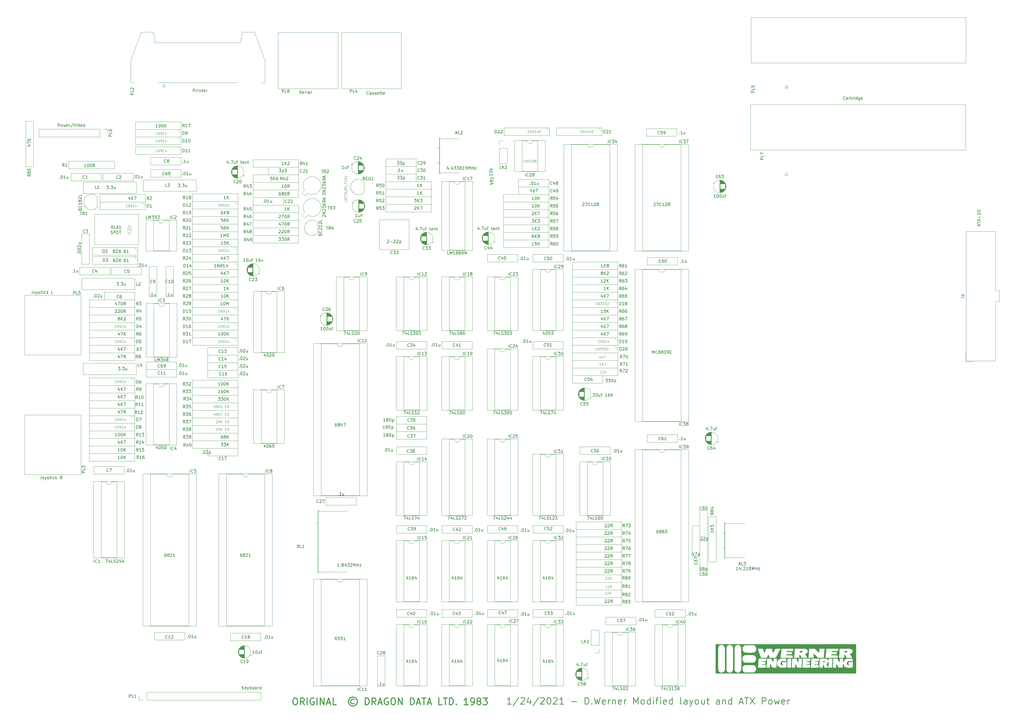
<source format=gbr>
%TF.GenerationSoftware,KiCad,Pcbnew,(5.1.5)-3*%
%TF.CreationDate,2021-01-24T13:48:14-06:00*%
%TF.ProjectId,dragon64,64726167-6f6e-4363-942e-6b696361645f,rev?*%
%TF.SameCoordinates,Original*%
%TF.FileFunction,Legend,Top*%
%TF.FilePolarity,Positive*%
%FSLAX46Y46*%
G04 Gerber Fmt 4.6, Leading zero omitted, Abs format (unit mm)*
G04 Created by KiCad (PCBNEW (5.1.5)-3) date 2021-01-24 13:48:14*
%MOMM*%
%LPD*%
G04 APERTURE LIST*
%ADD10C,0.250000*%
%ADD11C,0.300000*%
%ADD12C,0.010000*%
%ADD13C,0.120000*%
%ADD14C,0.150000*%
G04 APERTURE END LIST*
D10*
X163889285Y-197017857D02*
X162603571Y-197017857D01*
X163246428Y-197017857D02*
X163246428Y-194767857D01*
X163032142Y-195089285D01*
X162817857Y-195303571D01*
X162603571Y-195410714D01*
X166460714Y-194660714D02*
X164532142Y-197553571D01*
X167103571Y-194982142D02*
X167210714Y-194875000D01*
X167425000Y-194767857D01*
X167960714Y-194767857D01*
X168175000Y-194875000D01*
X168282142Y-194982142D01*
X168389285Y-195196428D01*
X168389285Y-195410714D01*
X168282142Y-195732142D01*
X166996428Y-197017857D01*
X168389285Y-197017857D01*
X170317857Y-195517857D02*
X170317857Y-197017857D01*
X169782142Y-194660714D02*
X169246428Y-196267857D01*
X170639285Y-196267857D01*
X173103571Y-194660714D02*
X171175000Y-197553571D01*
X173746428Y-194982142D02*
X173853571Y-194875000D01*
X174067857Y-194767857D01*
X174603571Y-194767857D01*
X174817857Y-194875000D01*
X174925000Y-194982142D01*
X175032142Y-195196428D01*
X175032142Y-195410714D01*
X174925000Y-195732142D01*
X173639285Y-197017857D01*
X175032142Y-197017857D01*
X176425000Y-194767857D02*
X176639285Y-194767857D01*
X176853571Y-194875000D01*
X176960714Y-194982142D01*
X177067857Y-195196428D01*
X177175000Y-195625000D01*
X177175000Y-196160714D01*
X177067857Y-196589285D01*
X176960714Y-196803571D01*
X176853571Y-196910714D01*
X176639285Y-197017857D01*
X176425000Y-197017857D01*
X176210714Y-196910714D01*
X176103571Y-196803571D01*
X175996428Y-196589285D01*
X175889285Y-196160714D01*
X175889285Y-195625000D01*
X175996428Y-195196428D01*
X176103571Y-194982142D01*
X176210714Y-194875000D01*
X176425000Y-194767857D01*
X178032142Y-194982142D02*
X178139285Y-194875000D01*
X178353571Y-194767857D01*
X178889285Y-194767857D01*
X179103571Y-194875000D01*
X179210714Y-194982142D01*
X179317857Y-195196428D01*
X179317857Y-195410714D01*
X179210714Y-195732142D01*
X177925000Y-197017857D01*
X179317857Y-197017857D01*
X181460714Y-197017857D02*
X180175000Y-197017857D01*
X180817857Y-197017857D02*
X180817857Y-194767857D01*
X180603571Y-195089285D01*
X180389285Y-195303571D01*
X180175000Y-195410714D01*
X184139285Y-196160714D02*
X185853571Y-196160714D01*
X188639285Y-197017857D02*
X188639285Y-194767857D01*
X189175000Y-194767857D01*
X189496428Y-194875000D01*
X189710714Y-195089285D01*
X189817857Y-195303571D01*
X189925000Y-195732142D01*
X189925000Y-196053571D01*
X189817857Y-196482142D01*
X189710714Y-196696428D01*
X189496428Y-196910714D01*
X189175000Y-197017857D01*
X188639285Y-197017857D01*
X190889285Y-196803571D02*
X190996428Y-196910714D01*
X190889285Y-197017857D01*
X190782142Y-196910714D01*
X190889285Y-196803571D01*
X190889285Y-197017857D01*
X191746428Y-194767857D02*
X192282142Y-197017857D01*
X192710714Y-195410714D01*
X193139285Y-197017857D01*
X193675000Y-194767857D01*
X195389285Y-196910714D02*
X195175000Y-197017857D01*
X194746428Y-197017857D01*
X194532142Y-196910714D01*
X194425000Y-196696428D01*
X194425000Y-195839285D01*
X194532142Y-195625000D01*
X194746428Y-195517857D01*
X195175000Y-195517857D01*
X195389285Y-195625000D01*
X195496428Y-195839285D01*
X195496428Y-196053571D01*
X194425000Y-196267857D01*
X196460714Y-197017857D02*
X196460714Y-195517857D01*
X196460714Y-195946428D02*
X196567857Y-195732142D01*
X196675000Y-195625000D01*
X196889285Y-195517857D01*
X197103571Y-195517857D01*
X197853571Y-195517857D02*
X197853571Y-197017857D01*
X197853571Y-195732142D02*
X197960714Y-195625000D01*
X198175000Y-195517857D01*
X198496428Y-195517857D01*
X198710714Y-195625000D01*
X198817857Y-195839285D01*
X198817857Y-197017857D01*
X200746428Y-196910714D02*
X200532142Y-197017857D01*
X200103571Y-197017857D01*
X199889285Y-196910714D01*
X199782142Y-196696428D01*
X199782142Y-195839285D01*
X199889285Y-195625000D01*
X200103571Y-195517857D01*
X200532142Y-195517857D01*
X200746428Y-195625000D01*
X200853571Y-195839285D01*
X200853571Y-196053571D01*
X199782142Y-196267857D01*
X201817857Y-197017857D02*
X201817857Y-195517857D01*
X201817857Y-195946428D02*
X201925000Y-195732142D01*
X202032142Y-195625000D01*
X202246428Y-195517857D01*
X202460714Y-195517857D01*
X204925000Y-197017857D02*
X204925000Y-194767857D01*
X205675000Y-196375000D01*
X206425000Y-194767857D01*
X206425000Y-197017857D01*
X207817857Y-197017857D02*
X207603571Y-196910714D01*
X207496428Y-196803571D01*
X207389285Y-196589285D01*
X207389285Y-195946428D01*
X207496428Y-195732142D01*
X207603571Y-195625000D01*
X207817857Y-195517857D01*
X208139285Y-195517857D01*
X208353571Y-195625000D01*
X208460714Y-195732142D01*
X208567857Y-195946428D01*
X208567857Y-196589285D01*
X208460714Y-196803571D01*
X208353571Y-196910714D01*
X208139285Y-197017857D01*
X207817857Y-197017857D01*
X210496428Y-197017857D02*
X210496428Y-194767857D01*
X210496428Y-196910714D02*
X210282142Y-197017857D01*
X209853571Y-197017857D01*
X209639285Y-196910714D01*
X209532142Y-196803571D01*
X209425000Y-196589285D01*
X209425000Y-195946428D01*
X209532142Y-195732142D01*
X209639285Y-195625000D01*
X209853571Y-195517857D01*
X210282142Y-195517857D01*
X210496428Y-195625000D01*
X211567857Y-197017857D02*
X211567857Y-195517857D01*
X211567857Y-194767857D02*
X211460714Y-194875000D01*
X211567857Y-194982142D01*
X211675000Y-194875000D01*
X211567857Y-194767857D01*
X211567857Y-194982142D01*
X212317857Y-195517857D02*
X213175000Y-195517857D01*
X212639285Y-197017857D02*
X212639285Y-195089285D01*
X212746428Y-194875000D01*
X212960714Y-194767857D01*
X213175000Y-194767857D01*
X213925000Y-197017857D02*
X213925000Y-195517857D01*
X213925000Y-194767857D02*
X213817857Y-194875000D01*
X213925000Y-194982142D01*
X214032142Y-194875000D01*
X213925000Y-194767857D01*
X213925000Y-194982142D01*
X215853571Y-196910714D02*
X215639285Y-197017857D01*
X215210714Y-197017857D01*
X214996428Y-196910714D01*
X214889285Y-196696428D01*
X214889285Y-195839285D01*
X214996428Y-195625000D01*
X215210714Y-195517857D01*
X215639285Y-195517857D01*
X215853571Y-195625000D01*
X215960714Y-195839285D01*
X215960714Y-196053571D01*
X214889285Y-196267857D01*
X217889285Y-197017857D02*
X217889285Y-194767857D01*
X217889285Y-196910714D02*
X217675000Y-197017857D01*
X217246428Y-197017857D01*
X217032142Y-196910714D01*
X216925000Y-196803571D01*
X216817857Y-196589285D01*
X216817857Y-195946428D01*
X216925000Y-195732142D01*
X217032142Y-195625000D01*
X217246428Y-195517857D01*
X217675000Y-195517857D01*
X217889285Y-195625000D01*
X220996428Y-197017857D02*
X220782142Y-196910714D01*
X220675000Y-196696428D01*
X220675000Y-194767857D01*
X222817857Y-197017857D02*
X222817857Y-195839285D01*
X222710714Y-195625000D01*
X222496428Y-195517857D01*
X222067857Y-195517857D01*
X221853571Y-195625000D01*
X222817857Y-196910714D02*
X222603571Y-197017857D01*
X222067857Y-197017857D01*
X221853571Y-196910714D01*
X221746428Y-196696428D01*
X221746428Y-196482142D01*
X221853571Y-196267857D01*
X222067857Y-196160714D01*
X222603571Y-196160714D01*
X222817857Y-196053571D01*
X223675000Y-195517857D02*
X224210714Y-197017857D01*
X224746428Y-195517857D02*
X224210714Y-197017857D01*
X223996428Y-197553571D01*
X223889285Y-197660714D01*
X223675000Y-197767857D01*
X225925000Y-197017857D02*
X225710714Y-196910714D01*
X225603571Y-196803571D01*
X225496428Y-196589285D01*
X225496428Y-195946428D01*
X225603571Y-195732142D01*
X225710714Y-195625000D01*
X225925000Y-195517857D01*
X226246428Y-195517857D01*
X226460714Y-195625000D01*
X226567857Y-195732142D01*
X226675000Y-195946428D01*
X226675000Y-196589285D01*
X226567857Y-196803571D01*
X226460714Y-196910714D01*
X226246428Y-197017857D01*
X225925000Y-197017857D01*
X228603571Y-195517857D02*
X228603571Y-197017857D01*
X227639285Y-195517857D02*
X227639285Y-196696428D01*
X227746428Y-196910714D01*
X227960714Y-197017857D01*
X228282142Y-197017857D01*
X228496428Y-196910714D01*
X228603571Y-196803571D01*
X229353571Y-195517857D02*
X230210714Y-195517857D01*
X229675000Y-194767857D02*
X229675000Y-196696428D01*
X229782142Y-196910714D01*
X229996428Y-197017857D01*
X230210714Y-197017857D01*
X233639285Y-197017857D02*
X233639285Y-195839285D01*
X233532142Y-195625000D01*
X233317857Y-195517857D01*
X232889285Y-195517857D01*
X232675000Y-195625000D01*
X233639285Y-196910714D02*
X233425000Y-197017857D01*
X232889285Y-197017857D01*
X232675000Y-196910714D01*
X232567857Y-196696428D01*
X232567857Y-196482142D01*
X232675000Y-196267857D01*
X232889285Y-196160714D01*
X233425000Y-196160714D01*
X233639285Y-196053571D01*
X234710714Y-195517857D02*
X234710714Y-197017857D01*
X234710714Y-195732142D02*
X234817857Y-195625000D01*
X235032142Y-195517857D01*
X235353571Y-195517857D01*
X235567857Y-195625000D01*
X235675000Y-195839285D01*
X235675000Y-197017857D01*
X237710714Y-197017857D02*
X237710714Y-194767857D01*
X237710714Y-196910714D02*
X237496428Y-197017857D01*
X237067857Y-197017857D01*
X236853571Y-196910714D01*
X236746428Y-196803571D01*
X236639285Y-196589285D01*
X236639285Y-195946428D01*
X236746428Y-195732142D01*
X236853571Y-195625000D01*
X237067857Y-195517857D01*
X237496428Y-195517857D01*
X237710714Y-195625000D01*
X240389285Y-196375000D02*
X241460714Y-196375000D01*
X240175000Y-197017857D02*
X240925000Y-194767857D01*
X241675000Y-197017857D01*
X242103571Y-194767857D02*
X243389285Y-194767857D01*
X242746428Y-197017857D02*
X242746428Y-194767857D01*
X243925000Y-194767857D02*
X245425000Y-197017857D01*
X245425000Y-194767857D02*
X243925000Y-197017857D01*
X247996428Y-197017857D02*
X247996428Y-194767857D01*
X248853571Y-194767857D01*
X249067857Y-194875000D01*
X249175000Y-194982142D01*
X249282142Y-195196428D01*
X249282142Y-195517857D01*
X249175000Y-195732142D01*
X249067857Y-195839285D01*
X248853571Y-195946428D01*
X247996428Y-195946428D01*
X250567857Y-197017857D02*
X250353571Y-196910714D01*
X250246428Y-196803571D01*
X250139285Y-196589285D01*
X250139285Y-195946428D01*
X250246428Y-195732142D01*
X250353571Y-195625000D01*
X250567857Y-195517857D01*
X250889285Y-195517857D01*
X251103571Y-195625000D01*
X251210714Y-195732142D01*
X251317857Y-195946428D01*
X251317857Y-196589285D01*
X251210714Y-196803571D01*
X251103571Y-196910714D01*
X250889285Y-197017857D01*
X250567857Y-197017857D01*
X252067857Y-195517857D02*
X252496428Y-197017857D01*
X252925000Y-195946428D01*
X253353571Y-197017857D01*
X253782142Y-195517857D01*
X255496428Y-196910714D02*
X255282142Y-197017857D01*
X254853571Y-197017857D01*
X254639285Y-196910714D01*
X254532142Y-196696428D01*
X254532142Y-195839285D01*
X254639285Y-195625000D01*
X254853571Y-195517857D01*
X255282142Y-195517857D01*
X255496428Y-195625000D01*
X255603571Y-195839285D01*
X255603571Y-196053571D01*
X254532142Y-196267857D01*
X256567857Y-197017857D02*
X256567857Y-195517857D01*
X256567857Y-195946428D02*
X256675000Y-195732142D01*
X256782142Y-195625000D01*
X256996428Y-195517857D01*
X257210714Y-195517857D01*
D11*
X91417857Y-194967857D02*
X91846428Y-194967857D01*
X92060714Y-195075000D01*
X92275000Y-195289285D01*
X92382142Y-195717857D01*
X92382142Y-196467857D01*
X92275000Y-196896428D01*
X92060714Y-197110714D01*
X91846428Y-197217857D01*
X91417857Y-197217857D01*
X91203571Y-197110714D01*
X90989285Y-196896428D01*
X90882142Y-196467857D01*
X90882142Y-195717857D01*
X90989285Y-195289285D01*
X91203571Y-195075000D01*
X91417857Y-194967857D01*
X94632142Y-197217857D02*
X93882142Y-196146428D01*
X93346428Y-197217857D02*
X93346428Y-194967857D01*
X94203571Y-194967857D01*
X94417857Y-195075000D01*
X94525000Y-195182142D01*
X94632142Y-195396428D01*
X94632142Y-195717857D01*
X94525000Y-195932142D01*
X94417857Y-196039285D01*
X94203571Y-196146428D01*
X93346428Y-196146428D01*
X95596428Y-197217857D02*
X95596428Y-194967857D01*
X97846428Y-195075000D02*
X97632142Y-194967857D01*
X97310714Y-194967857D01*
X96989285Y-195075000D01*
X96775000Y-195289285D01*
X96667857Y-195503571D01*
X96560714Y-195932142D01*
X96560714Y-196253571D01*
X96667857Y-196682142D01*
X96775000Y-196896428D01*
X96989285Y-197110714D01*
X97310714Y-197217857D01*
X97525000Y-197217857D01*
X97846428Y-197110714D01*
X97953571Y-197003571D01*
X97953571Y-196253571D01*
X97525000Y-196253571D01*
X98917857Y-197217857D02*
X98917857Y-194967857D01*
X99989285Y-197217857D02*
X99989285Y-194967857D01*
X101275000Y-197217857D01*
X101275000Y-194967857D01*
X102239285Y-196575000D02*
X103310714Y-196575000D01*
X102025000Y-197217857D02*
X102775000Y-194967857D01*
X103525000Y-197217857D01*
X105346428Y-197217857D02*
X104275000Y-197217857D01*
X104275000Y-194967857D01*
X111346428Y-195503571D02*
X111132142Y-195396428D01*
X110703571Y-195396428D01*
X110489285Y-195503571D01*
X110275000Y-195717857D01*
X110167857Y-195932142D01*
X110167857Y-196360714D01*
X110275000Y-196575000D01*
X110489285Y-196789285D01*
X110703571Y-196896428D01*
X111132142Y-196896428D01*
X111346428Y-196789285D01*
X110917857Y-194646428D02*
X110382142Y-194753571D01*
X109846428Y-195075000D01*
X109525000Y-195610714D01*
X109417857Y-196146428D01*
X109525000Y-196682142D01*
X109846428Y-197217857D01*
X110382142Y-197539285D01*
X110917857Y-197646428D01*
X111453571Y-197539285D01*
X111989285Y-197217857D01*
X112310714Y-196682142D01*
X112417857Y-196146428D01*
X112310714Y-195610714D01*
X111989285Y-195075000D01*
X111453571Y-194753571D01*
X110917857Y-194646428D01*
X115096428Y-197217857D02*
X115096428Y-194967857D01*
X115632142Y-194967857D01*
X115953571Y-195075000D01*
X116167857Y-195289285D01*
X116275000Y-195503571D01*
X116382142Y-195932142D01*
X116382142Y-196253571D01*
X116275000Y-196682142D01*
X116167857Y-196896428D01*
X115953571Y-197110714D01*
X115632142Y-197217857D01*
X115096428Y-197217857D01*
X118632142Y-197217857D02*
X117882142Y-196146428D01*
X117346428Y-197217857D02*
X117346428Y-194967857D01*
X118203571Y-194967857D01*
X118417857Y-195075000D01*
X118525000Y-195182142D01*
X118632142Y-195396428D01*
X118632142Y-195717857D01*
X118525000Y-195932142D01*
X118417857Y-196039285D01*
X118203571Y-196146428D01*
X117346428Y-196146428D01*
X119489285Y-196575000D02*
X120560714Y-196575000D01*
X119275000Y-197217857D02*
X120025000Y-194967857D01*
X120775000Y-197217857D01*
X122703571Y-195075000D02*
X122489285Y-194967857D01*
X122167857Y-194967857D01*
X121846428Y-195075000D01*
X121632142Y-195289285D01*
X121525000Y-195503571D01*
X121417857Y-195932142D01*
X121417857Y-196253571D01*
X121525000Y-196682142D01*
X121632142Y-196896428D01*
X121846428Y-197110714D01*
X122167857Y-197217857D01*
X122382142Y-197217857D01*
X122703571Y-197110714D01*
X122810714Y-197003571D01*
X122810714Y-196253571D01*
X122382142Y-196253571D01*
X124203571Y-194967857D02*
X124632142Y-194967857D01*
X124846428Y-195075000D01*
X125060714Y-195289285D01*
X125167857Y-195717857D01*
X125167857Y-196467857D01*
X125060714Y-196896428D01*
X124846428Y-197110714D01*
X124632142Y-197217857D01*
X124203571Y-197217857D01*
X123989285Y-197110714D01*
X123775000Y-196896428D01*
X123667857Y-196467857D01*
X123667857Y-195717857D01*
X123775000Y-195289285D01*
X123989285Y-195075000D01*
X124203571Y-194967857D01*
X126132142Y-197217857D02*
X126132142Y-194967857D01*
X127417857Y-197217857D01*
X127417857Y-194967857D01*
X130203571Y-197217857D02*
X130203571Y-194967857D01*
X130739285Y-194967857D01*
X131060714Y-195075000D01*
X131275000Y-195289285D01*
X131382142Y-195503571D01*
X131489285Y-195932142D01*
X131489285Y-196253571D01*
X131382142Y-196682142D01*
X131275000Y-196896428D01*
X131060714Y-197110714D01*
X130739285Y-197217857D01*
X130203571Y-197217857D01*
X132346428Y-196575000D02*
X133417857Y-196575000D01*
X132132142Y-197217857D02*
X132882142Y-194967857D01*
X133632142Y-197217857D01*
X134060714Y-194967857D02*
X135346428Y-194967857D01*
X134703571Y-197217857D02*
X134703571Y-194967857D01*
X135989285Y-196575000D02*
X137060714Y-196575000D01*
X135775000Y-197217857D02*
X136525000Y-194967857D01*
X137275000Y-197217857D01*
X140810714Y-197217857D02*
X139739285Y-197217857D01*
X139739285Y-194967857D01*
X141239285Y-194967857D02*
X142525000Y-194967857D01*
X141882142Y-197217857D02*
X141882142Y-194967857D01*
X143275000Y-197217857D02*
X143275000Y-194967857D01*
X143810714Y-194967857D01*
X144132142Y-195075000D01*
X144346428Y-195289285D01*
X144453571Y-195503571D01*
X144560714Y-195932142D01*
X144560714Y-196253571D01*
X144453571Y-196682142D01*
X144346428Y-196896428D01*
X144132142Y-197110714D01*
X143810714Y-197217857D01*
X143275000Y-197217857D01*
X145525000Y-197003571D02*
X145632142Y-197110714D01*
X145525000Y-197217857D01*
X145417857Y-197110714D01*
X145525000Y-197003571D01*
X145525000Y-197217857D01*
X149489285Y-197217857D02*
X148203571Y-197217857D01*
X148846428Y-197217857D02*
X148846428Y-194967857D01*
X148632142Y-195289285D01*
X148417857Y-195503571D01*
X148203571Y-195610714D01*
X150560714Y-197217857D02*
X150989285Y-197217857D01*
X151203571Y-197110714D01*
X151310714Y-197003571D01*
X151525000Y-196682142D01*
X151632142Y-196253571D01*
X151632142Y-195396428D01*
X151525000Y-195182142D01*
X151417857Y-195075000D01*
X151203571Y-194967857D01*
X150775000Y-194967857D01*
X150560714Y-195075000D01*
X150453571Y-195182142D01*
X150346428Y-195396428D01*
X150346428Y-195932142D01*
X150453571Y-196146428D01*
X150560714Y-196253571D01*
X150775000Y-196360714D01*
X151203571Y-196360714D01*
X151417857Y-196253571D01*
X151525000Y-196146428D01*
X151632142Y-195932142D01*
X152917857Y-195932142D02*
X152703571Y-195825000D01*
X152596428Y-195717857D01*
X152489285Y-195503571D01*
X152489285Y-195396428D01*
X152596428Y-195182142D01*
X152703571Y-195075000D01*
X152917857Y-194967857D01*
X153346428Y-194967857D01*
X153560714Y-195075000D01*
X153667857Y-195182142D01*
X153775000Y-195396428D01*
X153775000Y-195503571D01*
X153667857Y-195717857D01*
X153560714Y-195825000D01*
X153346428Y-195932142D01*
X152917857Y-195932142D01*
X152703571Y-196039285D01*
X152596428Y-196146428D01*
X152489285Y-196360714D01*
X152489285Y-196789285D01*
X152596428Y-197003571D01*
X152703571Y-197110714D01*
X152917857Y-197217857D01*
X153346428Y-197217857D01*
X153560714Y-197110714D01*
X153667857Y-197003571D01*
X153775000Y-196789285D01*
X153775000Y-196360714D01*
X153667857Y-196146428D01*
X153560714Y-196039285D01*
X153346428Y-195932142D01*
X154525000Y-194967857D02*
X155917857Y-194967857D01*
X155167857Y-195825000D01*
X155489285Y-195825000D01*
X155703571Y-195932142D01*
X155810714Y-196039285D01*
X155917857Y-196253571D01*
X155917857Y-196789285D01*
X155810714Y-197003571D01*
X155703571Y-197110714D01*
X155489285Y-197217857D01*
X154846428Y-197217857D01*
X154632142Y-197110714D01*
X154525000Y-197003571D01*
D12*
%TO.C,G\002A\002A\002A*%
G36*
X276203743Y-179184388D02*
G01*
X276380934Y-179234144D01*
X276463480Y-179311612D01*
X276449956Y-179415670D01*
X276375523Y-179510876D01*
X276293115Y-179571412D01*
X276179677Y-179603700D01*
X276004520Y-179615130D01*
X275940600Y-179615600D01*
X275610400Y-179615600D01*
X275610400Y-179467354D01*
X275622039Y-179298608D01*
X275671604Y-179205654D01*
X275781066Y-179167818D01*
X275933335Y-179163463D01*
X276203743Y-179184388D01*
G37*
X276203743Y-179184388D02*
X276380934Y-179234144D01*
X276463480Y-179311612D01*
X276449956Y-179415670D01*
X276375523Y-179510876D01*
X276293115Y-179571412D01*
X276179677Y-179603700D01*
X276004520Y-179615130D01*
X275940600Y-179615600D01*
X275610400Y-179615600D01*
X275610400Y-179467354D01*
X275622039Y-179298608D01*
X275671604Y-179205654D01*
X275781066Y-179167818D01*
X275933335Y-179163463D01*
X276203743Y-179184388D01*
G36*
X261166943Y-179184388D02*
G01*
X261344134Y-179234144D01*
X261426680Y-179311612D01*
X261413156Y-179415670D01*
X261338723Y-179510876D01*
X261256315Y-179571412D01*
X261142877Y-179603700D01*
X260967720Y-179615130D01*
X260903800Y-179615600D01*
X260573600Y-179615600D01*
X260573600Y-179467354D01*
X260585239Y-179298608D01*
X260634804Y-179205654D01*
X260744266Y-179167818D01*
X260896535Y-179163463D01*
X261166943Y-179184388D01*
G37*
X261166943Y-179184388D02*
X261344134Y-179234144D01*
X261426680Y-179311612D01*
X261413156Y-179415670D01*
X261338723Y-179510876D01*
X261256315Y-179571412D01*
X261142877Y-179603700D01*
X260967720Y-179615130D01*
X260903800Y-179615600D01*
X260573600Y-179615600D01*
X260573600Y-179467354D01*
X260585239Y-179298608D01*
X260634804Y-179205654D01*
X260744266Y-179167818D01*
X260896535Y-179163463D01*
X261166943Y-179184388D01*
G36*
X268782858Y-182579025D02*
G01*
X268890669Y-182623718D01*
X268901978Y-182634800D01*
X268922571Y-182722141D01*
X268865267Y-182810732D01*
X268751782Y-182881814D01*
X268603828Y-182916631D01*
X268574600Y-182917600D01*
X268455432Y-182909736D01*
X268406561Y-182865368D01*
X268396822Y-182753333D01*
X268396800Y-182739800D01*
X268401960Y-182629485D01*
X268436128Y-182577990D01*
X268527335Y-182562901D01*
X268619179Y-182562000D01*
X268782858Y-182579025D01*
G37*
X268782858Y-182579025D02*
X268890669Y-182623718D01*
X268901978Y-182634800D01*
X268922571Y-182722141D01*
X268865267Y-182810732D01*
X268751782Y-182881814D01*
X268603828Y-182916631D01*
X268574600Y-182917600D01*
X268455432Y-182909736D01*
X268406561Y-182865368D01*
X268396822Y-182753333D01*
X268396800Y-182739800D01*
X268401960Y-182629485D01*
X268436128Y-182577990D01*
X268527335Y-182562901D01*
X268619179Y-182562000D01*
X268782858Y-182579025D01*
G36*
X270143228Y-183552600D02*
G01*
X270129717Y-183835983D01*
X270114295Y-184088508D01*
X270098426Y-184290479D01*
X270083571Y-184422201D01*
X270075888Y-184458958D01*
X270049161Y-184476995D01*
X270001502Y-184426064D01*
X269927687Y-184298181D01*
X269822494Y-184085363D01*
X269799116Y-184035916D01*
X269556122Y-183519316D01*
X269770761Y-183335593D01*
X269915138Y-183188204D01*
X270038953Y-183021760D01*
X270081095Y-182945835D01*
X270176790Y-182739800D01*
X270143228Y-183552600D01*
G37*
X270143228Y-183552600D02*
X270129717Y-183835983D01*
X270114295Y-184088508D01*
X270098426Y-184290479D01*
X270083571Y-184422201D01*
X270075888Y-184458958D01*
X270049161Y-184476995D01*
X270001502Y-184426064D01*
X269927687Y-184298181D01*
X269822494Y-184085363D01*
X269799116Y-184035916D01*
X269556122Y-183519316D01*
X269770761Y-183335593D01*
X269915138Y-183188204D01*
X270038953Y-183021760D01*
X270081095Y-182945835D01*
X270176790Y-182739800D01*
X270143228Y-183552600D01*
G36*
X252887017Y-183031900D02*
G01*
X252894918Y-183160740D01*
X252887017Y-183209700D01*
X252872293Y-183225510D01*
X252864277Y-183155266D01*
X252863785Y-183120800D01*
X252869082Y-183028378D01*
X252882268Y-183017486D01*
X252887017Y-183031900D01*
G37*
X252887017Y-183031900D02*
X252894918Y-183160740D01*
X252887017Y-183209700D01*
X252872293Y-183225510D01*
X252864277Y-183155266D01*
X252863785Y-183120800D01*
X252869082Y-183028378D01*
X252882268Y-183017486D01*
X252887017Y-183031900D01*
G36*
X279369600Y-186676800D02*
G01*
X232430400Y-186676800D01*
X232430400Y-181763531D01*
X233193515Y-181763531D01*
X233193603Y-182501978D01*
X233194402Y-183145175D01*
X233196019Y-183699469D01*
X233198563Y-184171208D01*
X233202141Y-184566740D01*
X233206862Y-184892412D01*
X233212834Y-185154572D01*
X233220164Y-185359568D01*
X233228960Y-185513747D01*
X233239330Y-185623458D01*
X233251383Y-185695048D01*
X233260901Y-185725931D01*
X233435582Y-186016322D01*
X233682815Y-186245505D01*
X233984427Y-186397975D01*
X234081400Y-186426098D01*
X234278427Y-186461970D01*
X234451487Y-186457572D01*
X234654715Y-186410717D01*
X234685216Y-186401682D01*
X235000494Y-186259854D01*
X235251561Y-186047667D01*
X235389968Y-185848357D01*
X235503800Y-185635400D01*
X235518133Y-181850800D01*
X235520681Y-181133144D01*
X235521243Y-180932929D01*
X235935479Y-180932929D01*
X235935595Y-181647818D01*
X235935600Y-181774600D01*
X235935558Y-182505155D01*
X235935757Y-183141196D01*
X235936681Y-183689808D01*
X235938815Y-184158076D01*
X235942644Y-184553085D01*
X235948651Y-184881921D01*
X235957322Y-185151669D01*
X235969141Y-185369413D01*
X235984593Y-185542240D01*
X236004162Y-185677234D01*
X236028334Y-185781481D01*
X236057592Y-185862067D01*
X236092422Y-185926075D01*
X236133308Y-185980592D01*
X236180734Y-186032702D01*
X236230394Y-186084435D01*
X236496715Y-186295641D01*
X236801882Y-186418089D01*
X237131286Y-186449417D01*
X237470316Y-186387268D01*
X237652223Y-186314024D01*
X237877200Y-186156453D01*
X238069557Y-185931015D01*
X238202270Y-185671290D01*
X238223017Y-185604736D01*
X238233957Y-185510523D01*
X238243218Y-185316546D01*
X238250783Y-185024629D01*
X238256634Y-184636594D01*
X238260753Y-184154263D01*
X238263124Y-183579461D01*
X238263728Y-182914010D01*
X238262547Y-182159732D01*
X238260967Y-181662865D01*
X238258221Y-180954287D01*
X238258127Y-180932929D01*
X238678679Y-180932929D01*
X238678795Y-181647818D01*
X238678800Y-181774600D01*
X238679003Y-182496054D01*
X238679704Y-183122851D01*
X238681042Y-183661936D01*
X238683153Y-184120250D01*
X238686176Y-184504737D01*
X238690248Y-184822339D01*
X238695507Y-185080000D01*
X238702091Y-185284663D01*
X238710137Y-185443270D01*
X238719784Y-185562765D01*
X238731168Y-185650091D01*
X238744428Y-185712190D01*
X238757694Y-185751331D01*
X238926463Y-186028357D01*
X239169756Y-186248880D01*
X239469241Y-186397631D01*
X239567800Y-186426098D01*
X239751385Y-186460592D01*
X239912933Y-186459994D01*
X240100101Y-186421917D01*
X240196379Y-186394600D01*
X240492799Y-186255888D01*
X240731513Y-186039606D01*
X240898514Y-185759905D01*
X240938982Y-185644352D01*
X240954256Y-185582110D01*
X240967383Y-185503303D01*
X240978483Y-185400727D01*
X240987673Y-185267174D01*
X240994171Y-185116331D01*
X241321515Y-185116331D01*
X241353666Y-185494455D01*
X241455609Y-185802749D01*
X241632058Y-186049406D01*
X241887727Y-186242617D01*
X242004124Y-186302562D01*
X242084776Y-186338468D01*
X242162916Y-186366339D01*
X242252210Y-186387194D01*
X242366324Y-186402051D01*
X242518925Y-186411929D01*
X242723678Y-186417848D01*
X242994251Y-186420827D01*
X243344310Y-186421883D01*
X243606400Y-186422020D01*
X244019215Y-186419987D01*
X244387605Y-186414046D01*
X244698947Y-186404637D01*
X244940620Y-186392198D01*
X245100003Y-186377171D01*
X245146695Y-186368336D01*
X245352118Y-186272231D01*
X245562805Y-186109289D01*
X245747241Y-185907379D01*
X245849618Y-185746682D01*
X245955757Y-185435379D01*
X245984546Y-185092578D01*
X245938397Y-184748630D01*
X245855045Y-184527566D01*
X246548046Y-184527566D01*
X246551834Y-184635525D01*
X246571262Y-184700133D01*
X246592198Y-184727740D01*
X246664309Y-184750424D01*
X246819853Y-184769114D01*
X247041643Y-184783772D01*
X247312493Y-184794358D01*
X247615218Y-184800832D01*
X247932632Y-184803155D01*
X248247548Y-184801287D01*
X248542782Y-184795188D01*
X248801146Y-184784820D01*
X249005456Y-184770142D01*
X249138525Y-184751116D01*
X249181456Y-184733700D01*
X249209931Y-184654753D01*
X249238861Y-184504674D01*
X249239565Y-184499004D01*
X249424421Y-184499004D01*
X249430308Y-184631992D01*
X249443355Y-184707244D01*
X249453159Y-184726734D01*
X249531188Y-184760484D01*
X249682240Y-184784087D01*
X249878222Y-184797301D01*
X250091041Y-184799884D01*
X250292604Y-184791595D01*
X250454818Y-184772190D01*
X250549590Y-184741428D01*
X250555840Y-184736239D01*
X250593018Y-184651075D01*
X250614815Y-184508489D01*
X250617161Y-184444139D01*
X250622438Y-184266652D01*
X250635748Y-184043228D01*
X250650079Y-183868251D01*
X250682637Y-183523502D01*
X250958607Y-184046051D01*
X251100885Y-184318854D01*
X251207148Y-184516808D01*
X251294326Y-184651778D01*
X251379347Y-184735632D01*
X251479139Y-184780235D01*
X251610631Y-184797453D01*
X251790752Y-184799153D01*
X252030211Y-184797200D01*
X252355777Y-184792265D01*
X252582250Y-184777347D01*
X252711663Y-184752269D01*
X252740239Y-184736240D01*
X252772696Y-184655221D01*
X252796613Y-184502108D01*
X252807137Y-184317140D01*
X252815662Y-184069193D01*
X252831508Y-183801267D01*
X252845866Y-183628800D01*
X252878657Y-183298600D01*
X252913951Y-183567124D01*
X253006328Y-183934862D01*
X253178497Y-184239746D01*
X253430410Y-184481751D01*
X253762016Y-184660856D01*
X254173267Y-184777037D01*
X254664111Y-184830271D01*
X255234500Y-184820534D01*
X255533702Y-184793797D01*
X255752763Y-184764036D01*
X255936972Y-184728502D01*
X256060511Y-184692706D01*
X256093939Y-184674244D01*
X256123025Y-184598523D01*
X256150939Y-184442752D01*
X256156529Y-184395737D01*
X256328024Y-184395737D01*
X256329862Y-184570482D01*
X256342068Y-184678049D01*
X256361839Y-184726590D01*
X256438453Y-184758909D01*
X256589985Y-184782254D01*
X256790489Y-184796477D01*
X257014019Y-184801430D01*
X257234628Y-184796968D01*
X257426370Y-184782942D01*
X257563300Y-184759206D01*
X257615490Y-184733700D01*
X257631177Y-184664488D01*
X257638678Y-184581230D01*
X257807121Y-184581230D01*
X257821180Y-184694994D01*
X257837804Y-184729921D01*
X257919734Y-184766893D01*
X258074456Y-184790703D01*
X258274057Y-184801661D01*
X258490627Y-184800077D01*
X258696253Y-184786260D01*
X258863024Y-184760519D01*
X258963029Y-184723165D01*
X258969771Y-184717371D01*
X259007984Y-184655518D01*
X259032401Y-184549411D01*
X259045455Y-184380459D01*
X259049582Y-184130072D01*
X259049600Y-184107771D01*
X259052999Y-183889713D01*
X259062189Y-183715382D01*
X259075655Y-183605796D01*
X259087700Y-183578738D01*
X259124486Y-183621487D01*
X259196517Y-183737347D01*
X259293404Y-183908656D01*
X259404759Y-184117750D01*
X259405200Y-184118599D01*
X259520425Y-184336098D01*
X259624702Y-184524154D01*
X259706206Y-184661993D01*
X259751728Y-184727461D01*
X259834359Y-184760352D01*
X259993123Y-184783788D01*
X260203000Y-184797806D01*
X260438967Y-184802444D01*
X260676002Y-184797742D01*
X260889085Y-184783736D01*
X261053192Y-184760466D01*
X261143303Y-184727968D01*
X261146206Y-184725336D01*
X261173982Y-184671365D01*
X261190155Y-184595584D01*
X261357845Y-184595584D01*
X261372315Y-184692074D01*
X261390919Y-184726445D01*
X261428304Y-184749412D01*
X261504996Y-184767075D01*
X261632088Y-184780040D01*
X261820676Y-184788914D01*
X262081853Y-184794305D01*
X262426714Y-184796819D01*
X262684391Y-184797200D01*
X263077591Y-184796438D01*
X263381521Y-184793644D01*
X263608501Y-184788051D01*
X263770853Y-184778895D01*
X263880897Y-184765409D01*
X263950956Y-184746828D01*
X263993351Y-184722387D01*
X264000935Y-184715407D01*
X264043297Y-184649281D01*
X264065836Y-184542304D01*
X264067316Y-184498815D01*
X264201617Y-184498815D01*
X264213599Y-184648693D01*
X264257572Y-184714715D01*
X264294925Y-184740906D01*
X264356231Y-184761002D01*
X264453851Y-184775777D01*
X264600147Y-184786005D01*
X264807479Y-184792460D01*
X265088207Y-184795916D01*
X265454694Y-184797148D01*
X265574808Y-184797200D01*
X265990008Y-184795801D01*
X266312712Y-184791309D01*
X266551992Y-184783273D01*
X266716917Y-184771245D01*
X266816558Y-184754778D01*
X266859769Y-184733700D01*
X266887353Y-184654868D01*
X266914315Y-184504610D01*
X266917604Y-184474822D01*
X267094354Y-184474822D01*
X267099214Y-184611512D01*
X267109681Y-184697401D01*
X267125798Y-184742620D01*
X267136311Y-184753353D01*
X267226312Y-184777907D01*
X267385174Y-184792796D01*
X267586050Y-184798549D01*
X267802090Y-184795698D01*
X268006445Y-184784772D01*
X268172265Y-184766304D01*
X268272701Y-184740823D01*
X268287226Y-184730607D01*
X268310692Y-184654993D01*
X268331909Y-184500722D01*
X268348409Y-184290736D01*
X268356946Y-184082907D01*
X268371400Y-183501800D01*
X268563720Y-184082987D01*
X268643251Y-184315317D01*
X268716633Y-184515270D01*
X268775583Y-184661176D01*
X268811240Y-184730687D01*
X268890329Y-184764902D01*
X269043656Y-184787997D01*
X269244490Y-184800157D01*
X269466100Y-184801563D01*
X269681753Y-184792399D01*
X269864718Y-184772848D01*
X269988265Y-184743091D01*
X270021224Y-184722416D01*
X270080123Y-184673461D01*
X270140884Y-184705724D01*
X270158073Y-184722416D01*
X270242201Y-184756808D01*
X270398852Y-184781657D01*
X270601672Y-184796721D01*
X270824310Y-184801755D01*
X271040411Y-184796518D01*
X271223624Y-184780767D01*
X271347595Y-184754257D01*
X271382097Y-184733700D01*
X271397822Y-184666685D01*
X271402242Y-184625280D01*
X271569541Y-184625280D01*
X271615344Y-184709626D01*
X271723768Y-184762306D01*
X271907489Y-184789452D01*
X272179182Y-184797199D01*
X272181400Y-184797200D01*
X272444440Y-184793369D01*
X272622510Y-184770977D01*
X272732215Y-184713678D01*
X272790158Y-184605122D01*
X272812945Y-184428963D01*
X272817177Y-184171271D01*
X272821532Y-183958717D01*
X272832534Y-183782287D01*
X272848201Y-183668495D01*
X272856594Y-183644220D01*
X272895343Y-183660020D01*
X272971148Y-183761009D01*
X273079114Y-183939841D01*
X273194972Y-184152220D01*
X273313062Y-184371308D01*
X273418345Y-184557449D01*
X273499960Y-184692062D01*
X273547046Y-184756565D01*
X273549255Y-184758322D01*
X273618826Y-184772824D01*
X273768146Y-184784831D01*
X273975372Y-184793107D01*
X274218660Y-184796416D01*
X274222471Y-184796422D01*
X274518623Y-184795424D01*
X274728163Y-184782772D01*
X274866065Y-184745271D01*
X274947305Y-184669730D01*
X274986859Y-184542956D01*
X274999702Y-184351758D01*
X275000800Y-184110769D01*
X275005458Y-183882956D01*
X275018136Y-183699940D01*
X275036891Y-183583080D01*
X275051600Y-183552600D01*
X275090042Y-183569770D01*
X275102400Y-183641227D01*
X275133558Y-183791687D01*
X275214630Y-183982783D01*
X275327013Y-184180136D01*
X275452101Y-184349362D01*
X275525449Y-184423042D01*
X275789893Y-184602004D01*
X276103758Y-184729343D01*
X276476456Y-184806667D01*
X276917398Y-184835583D01*
X277435997Y-184817698D01*
X277700517Y-184794474D01*
X277925461Y-184766557D01*
X278114636Y-184733735D01*
X278243755Y-184700756D01*
X278285348Y-184680174D01*
X278309417Y-184608540D01*
X278333636Y-184456562D01*
X278356723Y-184245483D01*
X278377395Y-183996549D01*
X278394370Y-183731005D01*
X278406367Y-183470096D01*
X278412102Y-183235067D01*
X278410294Y-183047162D01*
X278399660Y-182927627D01*
X278392572Y-182903556D01*
X278366593Y-182868447D01*
X278318090Y-182844390D01*
X278231040Y-182829840D01*
X278089423Y-182823255D01*
X277877217Y-182823089D01*
X277601793Y-182827356D01*
X276855000Y-182841400D01*
X276814419Y-183214206D01*
X276797829Y-183452196D01*
X276813852Y-183607194D01*
X276868279Y-183694205D01*
X276966898Y-183728231D01*
X277013620Y-183730400D01*
X277106062Y-183749168D01*
X277134400Y-183782794D01*
X277093133Y-183850303D01*
X276986984Y-183876827D01*
X276842429Y-183865835D01*
X276685946Y-183820795D01*
X276544009Y-183745176D01*
X276487874Y-183698092D01*
X276415990Y-183613868D01*
X276381471Y-183524220D01*
X276375431Y-183393108D01*
X276382441Y-183270355D01*
X276433273Y-183004861D01*
X276548964Y-182809137D01*
X276740688Y-182666699D01*
X276815268Y-182631652D01*
X277017670Y-182580836D01*
X277281592Y-182564928D01*
X277573203Y-182583750D01*
X277858675Y-182637124D01*
X277858854Y-182637170D01*
X278079665Y-182682117D01*
X278222859Y-182678818D01*
X278300825Y-182626159D01*
X278314892Y-182596172D01*
X278326003Y-182495325D01*
X278321516Y-182333500D01*
X278304974Y-182141768D01*
X278279920Y-181951204D01*
X278249897Y-181792878D01*
X278218448Y-181697865D01*
X278211359Y-181688208D01*
X278155525Y-181662094D01*
X278040744Y-181643204D01*
X277856120Y-181630771D01*
X277590755Y-181624031D01*
X277271559Y-181622200D01*
X276952814Y-181622771D01*
X276716152Y-181626094D01*
X276542059Y-181634583D01*
X276411018Y-181650650D01*
X276303514Y-181676710D01*
X276200032Y-181715176D01*
X276081055Y-181768461D01*
X276078192Y-181769783D01*
X275739106Y-181976006D01*
X275455132Y-182248766D01*
X275243505Y-182569144D01*
X275156935Y-182781028D01*
X275112050Y-182915018D01*
X275081517Y-182982603D01*
X275064575Y-182977435D01*
X275060462Y-182893165D01*
X275068418Y-182723444D01*
X275087682Y-182461924D01*
X275100217Y-182308000D01*
X275118730Y-182012310D01*
X275117044Y-181815227D01*
X275095146Y-181715785D01*
X275091783Y-181711100D01*
X275016769Y-181680781D01*
X274867765Y-181659744D01*
X274671964Y-181648051D01*
X274456556Y-181645761D01*
X274248733Y-181652934D01*
X274075685Y-181669631D01*
X273964604Y-181695911D01*
X273944160Y-181708560D01*
X273911756Y-181795561D01*
X273891128Y-181974720D01*
X273883250Y-182237172D01*
X273883200Y-182263205D01*
X273880010Y-182485180D01*
X273871447Y-182674592D01*
X273859015Y-182804406D01*
X273851026Y-182840734D01*
X273819076Y-182845004D01*
X273754865Y-182768028D01*
X273655689Y-182605836D01*
X273518842Y-182354463D01*
X273516276Y-182349588D01*
X273397432Y-182126475D01*
X273291800Y-181933184D01*
X273210215Y-181789205D01*
X273163515Y-181714024D01*
X273161230Y-181711100D01*
X273088675Y-181683409D01*
X272938972Y-181663103D01*
X272736309Y-181650224D01*
X272504873Y-181644816D01*
X272268850Y-181646923D01*
X272052429Y-181656589D01*
X271879796Y-181673857D01*
X271775137Y-181698773D01*
X271759760Y-181708559D01*
X271727293Y-181795487D01*
X271706628Y-181973845D01*
X271698835Y-182234035D01*
X271698800Y-182255526D01*
X271695634Y-182468068D01*
X271686918Y-182739571D01*
X271673821Y-183049025D01*
X271657512Y-183375421D01*
X271639160Y-183697751D01*
X271619936Y-183995006D01*
X271601008Y-184246176D01*
X271583547Y-184430254D01*
X271573684Y-184503134D01*
X271569541Y-184625280D01*
X271402242Y-184625280D01*
X271414124Y-184513996D01*
X271430468Y-184291549D01*
X271446317Y-184015264D01*
X271461135Y-183701059D01*
X271474386Y-183364852D01*
X271485533Y-183022562D01*
X271494039Y-182690107D01*
X271499369Y-182383407D01*
X271500985Y-182118378D01*
X271498352Y-181910940D01*
X271490932Y-181777012D01*
X271483097Y-181736500D01*
X271452314Y-181697305D01*
X271391833Y-181671461D01*
X271283401Y-181656325D01*
X271108762Y-181649254D01*
X270868972Y-181647600D01*
X270565302Y-181653535D01*
X270357141Y-181671182D01*
X270246946Y-181700306D01*
X270235760Y-181708560D01*
X270202566Y-181790346D01*
X270180530Y-181938863D01*
X270174800Y-182074923D01*
X270174800Y-182380327D01*
X270060500Y-182153663D01*
X269965314Y-182001087D01*
X269840602Y-181887218D01*
X269662479Y-181785033D01*
X269378759Y-181643067D01*
X268318824Y-181645329D01*
X268000433Y-181647754D01*
X267717027Y-181653236D01*
X267484138Y-181661202D01*
X267317302Y-181671079D01*
X267232051Y-181682294D01*
X267224823Y-181685695D01*
X267214201Y-181744307D01*
X267200756Y-181891494D01*
X267185290Y-182114296D01*
X267168602Y-182399751D01*
X267151494Y-182734900D01*
X267134766Y-183106781D01*
X267130191Y-183217431D01*
X267113021Y-183658635D01*
X267101298Y-184008514D01*
X267095062Y-184277200D01*
X267094354Y-184474822D01*
X266917604Y-184474822D01*
X266935473Y-184312996D01*
X266938061Y-184279293D01*
X266948660Y-184064854D01*
X266941516Y-183929410D01*
X266914481Y-183851561D01*
X266892712Y-183827446D01*
X266825426Y-183801154D01*
X266695157Y-183788313D01*
X266489394Y-183788466D01*
X266195625Y-183801158D01*
X266185641Y-183801710D01*
X265920026Y-183815071D01*
X265739824Y-183819580D01*
X265629146Y-183814145D01*
X265572102Y-183797678D01*
X265552804Y-183769088D01*
X265552000Y-183758258D01*
X265566535Y-183723043D01*
X265621151Y-183699933D01*
X265732359Y-183686576D01*
X265916674Y-183680622D01*
X266104579Y-183679600D01*
X266391966Y-183674362D01*
X266584718Y-183658197D01*
X266689285Y-183630426D01*
X266707719Y-183616100D01*
X266740796Y-183527970D01*
X266766300Y-183376094D01*
X266782479Y-183192545D01*
X266787581Y-183009397D01*
X266779854Y-182858724D01*
X266757545Y-182772601D01*
X266754031Y-182768351D01*
X266680414Y-182744576D01*
X266524780Y-182726630D01*
X266306628Y-182716260D01*
X266151440Y-182714400D01*
X265902476Y-182709907D01*
X265720710Y-182697248D01*
X265619429Y-182677654D01*
X265602800Y-182663600D01*
X265651777Y-182641806D01*
X265791640Y-182625539D01*
X266011783Y-182615622D01*
X266256979Y-182612800D01*
X266563889Y-182609000D01*
X266778174Y-182597078D01*
X266908546Y-182576248D01*
X266961283Y-182549300D01*
X266996500Y-182458256D01*
X267023644Y-182304460D01*
X267040797Y-182120163D01*
X267046039Y-181937615D01*
X267037450Y-181789066D01*
X267013112Y-181706765D01*
X267011527Y-181705047D01*
X266942149Y-181685162D01*
X266789197Y-181669199D01*
X266569869Y-181657118D01*
X266301359Y-181648878D01*
X266000864Y-181644438D01*
X265685581Y-181643758D01*
X265372705Y-181646797D01*
X265079431Y-181653514D01*
X264822958Y-181663870D01*
X264620479Y-181677823D01*
X264489193Y-181695332D01*
X264447523Y-181711100D01*
X264428455Y-181781483D01*
X264408336Y-181934618D01*
X264388964Y-182151697D01*
X264372131Y-182413912D01*
X264363901Y-182587400D01*
X264343855Y-182994793D01*
X264318134Y-183396385D01*
X264288462Y-183771866D01*
X264256564Y-184100931D01*
X264224163Y-184363272D01*
X264201617Y-184498815D01*
X264067316Y-184498815D01*
X264071644Y-184371672D01*
X264068064Y-184220107D01*
X264053400Y-183806600D01*
X263393000Y-183806600D01*
X263091791Y-183801760D01*
X262877694Y-183788790D01*
X262753003Y-183770009D01*
X262720011Y-183747739D01*
X262781012Y-183724301D01*
X262938299Y-183702016D01*
X263194165Y-183683205D01*
X263267509Y-183679600D01*
X263535678Y-183663743D01*
X263716980Y-183643186D01*
X263826125Y-183615480D01*
X263877822Y-183578178D01*
X263877937Y-183578000D01*
X263900213Y-183492231D01*
X263913312Y-183336883D01*
X263914721Y-183143756D01*
X263914028Y-183120800D01*
X263901000Y-182739800D01*
X263329500Y-182725436D01*
X263044623Y-182713250D01*
X262859038Y-182695320D01*
X262770785Y-182674317D01*
X262777902Y-182652911D01*
X262878430Y-182633771D01*
X263070409Y-182619568D01*
X263351879Y-182612973D01*
X263412179Y-182612800D01*
X263702500Y-182609984D01*
X263905769Y-182600575D01*
X264036403Y-182583131D01*
X264108819Y-182556209D01*
X264125603Y-182541415D01*
X264157371Y-182445617D01*
X264171772Y-182264702D01*
X264169923Y-182071515D01*
X264155000Y-181673000D01*
X261564200Y-181673000D01*
X261504744Y-182699291D01*
X261482900Y-183049735D01*
X261458293Y-183400500D01*
X261432926Y-183725855D01*
X261408799Y-184000066D01*
X261388743Y-184190637D01*
X261363345Y-184434236D01*
X261357845Y-184595584D01*
X261190155Y-184595584D01*
X261197078Y-184563148D01*
X261216618Y-184389750D01*
X261233727Y-184140239D01*
X261249531Y-183803680D01*
X261254667Y-183671236D01*
X261268522Y-183328123D01*
X261284271Y-182985227D01*
X261300569Y-182668895D01*
X261316069Y-182405473D01*
X261327563Y-182243450D01*
X261339403Y-182033802D01*
X261339747Y-181857959D01*
X261328905Y-181744100D01*
X261321807Y-181722750D01*
X261253779Y-181688322D01*
X261111074Y-181663354D01*
X260920206Y-181648175D01*
X260707688Y-181643115D01*
X260500031Y-181648501D01*
X260323749Y-181664663D01*
X260205354Y-181691928D01*
X260177360Y-181708560D01*
X260144283Y-181793322D01*
X260122772Y-181957150D01*
X260115840Y-182153060D01*
X260111179Y-182372327D01*
X260099489Y-182579574D01*
X260083294Y-182730190D01*
X260083159Y-182731011D01*
X260051036Y-182925423D01*
X259715383Y-182299211D01*
X259379729Y-181673000D01*
X258726449Y-181658740D01*
X258443343Y-181656725D01*
X258219039Y-181663575D01*
X258068578Y-181678497D01*
X258010530Y-181696466D01*
X257982631Y-181764924D01*
X257958309Y-181923194D01*
X257937202Y-182174832D01*
X257918950Y-182523393D01*
X257913860Y-182650525D01*
X257899130Y-182995346D01*
X257880855Y-183353923D01*
X257860883Y-183693778D01*
X257841066Y-183982427D01*
X257830898Y-184107621D01*
X257810401Y-184389064D01*
X257807121Y-184581230D01*
X257638678Y-184581230D01*
X257645803Y-184502166D01*
X257658991Y-184255222D01*
X257670360Y-183932143D01*
X257679534Y-183541416D01*
X257685211Y-183171600D01*
X257703400Y-181673000D01*
X257126471Y-181658585D01*
X256816757Y-181656800D01*
X256603966Y-181669238D01*
X256489783Y-181695784D01*
X256478771Y-181702905D01*
X256445774Y-181759326D01*
X256423952Y-181873225D01*
X256411731Y-182058924D01*
X256407540Y-182330746D01*
X256407508Y-182352320D01*
X256403922Y-182618750D01*
X256394395Y-182950741D01*
X256380223Y-183312510D01*
X256362700Y-183668274D01*
X256355128Y-183799490D01*
X256336474Y-184142508D01*
X256328024Y-184395737D01*
X256156529Y-184395737D01*
X256176435Y-184228331D01*
X256198266Y-183976662D01*
X256215184Y-183709146D01*
X256225944Y-183447183D01*
X256229297Y-183212175D01*
X256223997Y-183025523D01*
X256208797Y-182908627D01*
X256198234Y-182884288D01*
X256146205Y-182855269D01*
X256037781Y-182835085D01*
X255860284Y-182822628D01*
X255601039Y-182816790D01*
X255416614Y-182816000D01*
X255118232Y-182815856D01*
X254906562Y-182821792D01*
X254766776Y-182843361D01*
X254684046Y-182890114D01*
X254643542Y-182971605D01*
X254630437Y-183097384D01*
X254629903Y-183277004D01*
X254630000Y-183322719D01*
X254636834Y-183526268D01*
X254665763Y-183648614D01*
X254729422Y-183709713D01*
X254840448Y-183729522D01*
X254888154Y-183730400D01*
X254972329Y-183751411D01*
X254974071Y-183798714D01*
X254899455Y-183848710D01*
X254853997Y-183863094D01*
X254702967Y-183869260D01*
X254524223Y-183834747D01*
X254363353Y-183771883D01*
X254275859Y-183706758D01*
X254214966Y-183573619D01*
X254186202Y-183384677D01*
X254192992Y-183181588D01*
X254221830Y-183049962D01*
X254305400Y-182894945D01*
X254433001Y-182752250D01*
X254457414Y-182732378D01*
X254666687Y-182628710D01*
X254944793Y-182575145D01*
X255271252Y-182573351D01*
X255625586Y-182624996D01*
X255665246Y-182633979D01*
X255881477Y-182678886D01*
X256022592Y-182683427D01*
X256102317Y-182634198D01*
X256134379Y-182517796D01*
X256132505Y-182320817D01*
X256123056Y-182186959D01*
X256098194Y-181969912D01*
X256063488Y-181800420D01*
X256024370Y-181704359D01*
X256020886Y-181700271D01*
X255937944Y-181665359D01*
X255774939Y-181637113D01*
X255553233Y-181616212D01*
X255294189Y-181603333D01*
X255019167Y-181599154D01*
X254749529Y-181604353D01*
X254506636Y-181619607D01*
X254311849Y-181645594D01*
X254309855Y-181645981D01*
X253902975Y-181771782D01*
X253549730Y-181975985D01*
X253260552Y-182250314D01*
X253045872Y-182586498D01*
X253004069Y-182681712D01*
X252899076Y-182943000D01*
X252925096Y-182372418D01*
X252933062Y-182135703D01*
X252934677Y-181932144D01*
X252930075Y-181785793D01*
X252921522Y-181724718D01*
X252889383Y-181689483D01*
X252813999Y-181666463D01*
X252678470Y-181653411D01*
X252465892Y-181648079D01*
X252341563Y-181647600D01*
X252114983Y-181651847D01*
X251927814Y-181663344D01*
X251802247Y-181680228D01*
X251761042Y-181696389D01*
X251746526Y-181763976D01*
X251729796Y-181910848D01*
X251713004Y-182114786D01*
X251699352Y-182333656D01*
X251684072Y-182559680D01*
X251665872Y-182738448D01*
X251647049Y-182851788D01*
X251630113Y-182881767D01*
X251593498Y-182823856D01*
X251519964Y-182693931D01*
X251419516Y-182510093D01*
X251302159Y-182290442D01*
X251277903Y-182244500D01*
X250963394Y-181647600D01*
X250280502Y-181647600D01*
X249980449Y-181650491D01*
X249771194Y-181659808D01*
X249642084Y-181676509D01*
X249582463Y-181701558D01*
X249576448Y-181711100D01*
X249568244Y-181776582D01*
X249555576Y-181930018D01*
X249539352Y-182157906D01*
X249520486Y-182446743D01*
X249499886Y-182783024D01*
X249478463Y-183153247D01*
X249474981Y-183215434D01*
X249450973Y-183666496D01*
X249434628Y-184024969D01*
X249425819Y-184299567D01*
X249424421Y-184499004D01*
X249239565Y-184499004D01*
X249262599Y-184313750D01*
X249265322Y-184283920D01*
X249279998Y-184086472D01*
X249274935Y-183946688D01*
X249236262Y-183855744D01*
X249150107Y-183804816D01*
X249002597Y-183785080D01*
X248779861Y-183787712D01*
X248507241Y-183801710D01*
X248241626Y-183815071D01*
X248061424Y-183819580D01*
X247950746Y-183814145D01*
X247893702Y-183797678D01*
X247874404Y-183769088D01*
X247873600Y-183758258D01*
X247888135Y-183723043D01*
X247942751Y-183699933D01*
X248053959Y-183686576D01*
X248238274Y-183680622D01*
X248426179Y-183679600D01*
X248713307Y-183674380D01*
X248905864Y-183658263D01*
X249010365Y-183630563D01*
X249028959Y-183616100D01*
X249067436Y-183520635D01*
X249097270Y-183362857D01*
X249116055Y-183176314D01*
X249121385Y-182994555D01*
X249110855Y-182851130D01*
X249088522Y-182785446D01*
X249027519Y-182750241D01*
X248904898Y-182727896D01*
X248706118Y-182716636D01*
X248505377Y-182714400D01*
X248278402Y-182709721D01*
X248096038Y-182696993D01*
X247979769Y-182678182D01*
X247949800Y-182663600D01*
X247983687Y-182640695D01*
X248114869Y-182624402D01*
X248339232Y-182615054D01*
X248575581Y-182612800D01*
X248883127Y-182609029D01*
X249098072Y-182597194D01*
X249229156Y-182576510D01*
X249282959Y-182549300D01*
X249321436Y-182453835D01*
X249351270Y-182296057D01*
X249370055Y-182109514D01*
X249375385Y-181927755D01*
X249364855Y-181784330D01*
X249342522Y-181718646D01*
X249273936Y-181695561D01*
X249121294Y-181676485D01*
X248901851Y-181661468D01*
X248632858Y-181650562D01*
X248331567Y-181643816D01*
X248015231Y-181641282D01*
X247701103Y-181643009D01*
X247406434Y-181649049D01*
X247148478Y-181659452D01*
X246944486Y-181674269D01*
X246811712Y-181693550D01*
X246769143Y-181711100D01*
X246750928Y-181780635D01*
X246731616Y-181933903D01*
X246712785Y-182153069D01*
X246696013Y-182420301D01*
X246684870Y-182663600D01*
X246669012Y-183006687D01*
X246647922Y-183363932D01*
X246623842Y-183702393D01*
X246599014Y-183989129D01*
X246586717Y-184105440D01*
X246559730Y-184357217D01*
X246548046Y-184527566D01*
X245855045Y-184527566D01*
X245819723Y-184433886D01*
X245734381Y-184297543D01*
X245575009Y-184132310D01*
X245369747Y-183988177D01*
X245321963Y-183962715D01*
X245059651Y-183832000D01*
X243645594Y-183832000D01*
X243193819Y-183832785D01*
X242830984Y-183836518D01*
X242544430Y-183845261D01*
X242321502Y-183861078D01*
X242149540Y-183886034D01*
X242015890Y-183922191D01*
X241907893Y-183971614D01*
X241812892Y-184036365D01*
X241718230Y-184118510D01*
X241682496Y-184152074D01*
X241501238Y-184364125D01*
X241387226Y-184603163D01*
X241331204Y-184893914D01*
X241321515Y-185116331D01*
X240994171Y-185116331D01*
X240995071Y-185095439D01*
X241000795Y-184878313D01*
X241004963Y-184608592D01*
X241007692Y-184279068D01*
X241009100Y-183882535D01*
X241009305Y-183411787D01*
X241008425Y-182859617D01*
X241006577Y-182218819D01*
X241004981Y-181775956D01*
X241295879Y-181775956D01*
X241328847Y-182150571D01*
X241432800Y-182459725D01*
X241612649Y-182715137D01*
X241737872Y-182830665D01*
X241847237Y-182911970D01*
X241960689Y-182976419D01*
X242091052Y-183025787D01*
X242251151Y-183061845D01*
X242453814Y-183086368D01*
X242711864Y-183101127D01*
X243038128Y-183107897D01*
X243445431Y-183108450D01*
X243733400Y-183106541D01*
X244136527Y-183102713D01*
X244451447Y-183098142D01*
X244691553Y-183091763D01*
X244870238Y-183082515D01*
X245000894Y-183069332D01*
X245096914Y-183051153D01*
X245171690Y-183026915D01*
X245238615Y-182995552D01*
X245257400Y-182985551D01*
X245552043Y-182783134D01*
X245760636Y-182536575D01*
X245888554Y-182236377D01*
X245941177Y-181873045D01*
X245943200Y-181774542D01*
X245904136Y-181394274D01*
X245787513Y-181077209D01*
X245594186Y-180825365D01*
X245512243Y-180755799D01*
X245405034Y-180678312D01*
X245300667Y-180617055D01*
X245185841Y-180570120D01*
X245047255Y-180535601D01*
X244871608Y-180511591D01*
X244645599Y-180496183D01*
X244355927Y-180487469D01*
X243989291Y-180483543D01*
X243606400Y-180482545D01*
X243197201Y-180482697D01*
X242876117Y-180484496D01*
X242629662Y-180488818D01*
X242444354Y-180496539D01*
X242306708Y-180508536D01*
X242203242Y-180525686D01*
X242120472Y-180548864D01*
X242044915Y-180578947D01*
X242031600Y-180584910D01*
X241722580Y-180774018D01*
X241486721Y-181031275D01*
X241405526Y-181165000D01*
X241344247Y-181307615D01*
X241310046Y-181471193D01*
X241296735Y-181690235D01*
X241295879Y-181775956D01*
X241004981Y-181775956D01*
X241004483Y-181637824D01*
X240992325Y-178460994D01*
X241371200Y-178460994D01*
X241412654Y-178841416D01*
X241534632Y-179165692D01*
X241733558Y-179428302D01*
X242005853Y-179623726D01*
X242171196Y-179695520D01*
X242286735Y-179717757D01*
X242486218Y-179736103D01*
X242752063Y-179750496D01*
X243066686Y-179760874D01*
X243412504Y-179767174D01*
X243771935Y-179769335D01*
X244127394Y-179767295D01*
X244461298Y-179760991D01*
X244756066Y-179750361D01*
X244994112Y-179735343D01*
X245157855Y-179715876D01*
X245200706Y-179706221D01*
X245412389Y-179602983D01*
X245626539Y-179431181D01*
X245815554Y-179219299D01*
X245951831Y-178995819D01*
X245990988Y-178890720D01*
X246045224Y-178533621D01*
X246038090Y-178449565D01*
X246487627Y-178449565D01*
X246519567Y-178597066D01*
X246588101Y-178831456D01*
X246693937Y-179155179D01*
X246820743Y-179522299D01*
X246939592Y-179862486D01*
X247054590Y-180195536D01*
X247158736Y-180500883D01*
X247245031Y-180757963D01*
X247306477Y-180946213D01*
X247319330Y-180987200D01*
X247381147Y-181176833D01*
X247437801Y-181332004D01*
X247478631Y-181423877D01*
X247483648Y-181431700D01*
X247530976Y-181455573D01*
X247639323Y-181473186D01*
X247818373Y-181485133D01*
X248077808Y-181492012D01*
X248427311Y-181494419D01*
X248502120Y-181494422D01*
X248808569Y-181492303D01*
X249081473Y-181486870D01*
X249304020Y-181478744D01*
X249459398Y-181468548D01*
X249530795Y-181456904D01*
X249531818Y-181456322D01*
X249574039Y-181396589D01*
X249643825Y-181263437D01*
X249730829Y-181077708D01*
X249808774Y-180898396D01*
X249898692Y-180694222D01*
X249976801Y-180534649D01*
X250034133Y-180436878D01*
X250060436Y-180415796D01*
X250087745Y-180479199D01*
X250132698Y-180616035D01*
X250187335Y-180801415D01*
X250210667Y-180885600D01*
X250263041Y-181087001D01*
X250305285Y-181238992D01*
X250351507Y-181348283D01*
X250415813Y-181421584D01*
X250512308Y-181465605D01*
X250655100Y-181487056D01*
X250858294Y-181492647D01*
X251135997Y-181489088D01*
X251467673Y-181483523D01*
X252517075Y-181469800D01*
X252613726Y-181291533D01*
X254063864Y-181291533D01*
X254067981Y-181352078D01*
X254094904Y-181399338D01*
X254153535Y-181434939D01*
X254252774Y-181460509D01*
X254401524Y-181477675D01*
X254608687Y-181488065D01*
X254883162Y-181493305D01*
X255233852Y-181495023D01*
X255669658Y-181494846D01*
X256114305Y-181494422D01*
X256556424Y-181493253D01*
X256967743Y-181490253D01*
X257336946Y-181485646D01*
X257652717Y-181479658D01*
X257903739Y-181472516D01*
X258078696Y-181464445D01*
X258166273Y-181455670D01*
X258173282Y-181453334D01*
X258210595Y-181378001D01*
X258211773Y-181370660D01*
X258609048Y-181370660D01*
X258613186Y-181425295D01*
X258643781Y-181452270D01*
X258720242Y-181471690D01*
X258855382Y-181484595D01*
X259062015Y-181492022D01*
X259352952Y-181495010D01*
X259475650Y-181495200D01*
X259761704Y-181493391D01*
X260015684Y-181488390D01*
X260218606Y-181480837D01*
X260351484Y-181471371D01*
X260391645Y-181464364D01*
X260436221Y-181423031D01*
X260462284Y-181328116D01*
X260474104Y-181159639D01*
X260475765Y-181070664D01*
X260482789Y-180848905D01*
X260497340Y-180632447D01*
X260513865Y-180486004D01*
X260548200Y-180264209D01*
X260869378Y-180879704D01*
X261190557Y-181495200D01*
X262095058Y-181495200D01*
X262434257Y-181493636D01*
X262685080Y-181488284D01*
X262860713Y-181478146D01*
X262974343Y-181462230D01*
X263039155Y-181439538D01*
X263059988Y-181422387D01*
X263075804Y-181375559D01*
X263068042Y-181344103D01*
X263426307Y-181344103D01*
X263454921Y-181431623D01*
X263475289Y-181449238D01*
X263548293Y-181464275D01*
X263700966Y-181476483D01*
X263911410Y-181485666D01*
X264157727Y-181491629D01*
X264418021Y-181494175D01*
X264670394Y-181493110D01*
X264892948Y-181488237D01*
X265063787Y-181479360D01*
X265161012Y-181466283D01*
X265166845Y-181464364D01*
X265199894Y-181437467D01*
X265222672Y-181376007D01*
X265236953Y-181264196D01*
X265244509Y-181086244D01*
X265247114Y-180826361D01*
X265247200Y-180748931D01*
X265249906Y-180500299D01*
X265257326Y-180294537D01*
X265268413Y-180149563D01*
X265282118Y-180083295D01*
X265286240Y-180081266D01*
X265331924Y-180121875D01*
X265435633Y-180224714D01*
X265585805Y-180377983D01*
X265770883Y-180569881D01*
X265979305Y-180788606D01*
X265984740Y-180794341D01*
X266644200Y-181490483D01*
X267584000Y-181492064D01*
X267884974Y-181490628D01*
X268151961Y-181485680D01*
X268367910Y-181477833D01*
X268515775Y-181467700D01*
X268577947Y-181456322D01*
X268598429Y-181396171D01*
X268616663Y-181291533D01*
X269100664Y-181291533D01*
X269104781Y-181352078D01*
X269131704Y-181399338D01*
X269190335Y-181434939D01*
X269289574Y-181460509D01*
X269438324Y-181477675D01*
X269645487Y-181488065D01*
X269919962Y-181493305D01*
X270270652Y-181495023D01*
X270706458Y-181494846D01*
X271151105Y-181494422D01*
X271593366Y-181493208D01*
X272004950Y-181490079D01*
X272374519Y-181485270D01*
X272690735Y-181479017D01*
X272942259Y-181471556D01*
X273117754Y-181463122D01*
X273205881Y-181453952D01*
X273213014Y-181451523D01*
X273250044Y-181378993D01*
X273645628Y-181378993D01*
X273649927Y-181425143D01*
X273680387Y-181452162D01*
X273756426Y-181471613D01*
X273890895Y-181484541D01*
X274096644Y-181491989D01*
X274386524Y-181495000D01*
X274512450Y-181495200D01*
X274798504Y-181493391D01*
X275052484Y-181488390D01*
X275255406Y-181480837D01*
X275388284Y-181471371D01*
X275428445Y-181464364D01*
X275474785Y-181420206D01*
X275501256Y-181318745D01*
X275512470Y-181139953D01*
X275513250Y-181096064D01*
X275521155Y-180871786D01*
X275536916Y-180645204D01*
X275551350Y-180511170D01*
X275585000Y-180263741D01*
X275906178Y-180879470D01*
X276227357Y-181495200D01*
X277131858Y-181495200D01*
X277471057Y-181493636D01*
X277721880Y-181488284D01*
X277897513Y-181478146D01*
X278011143Y-181462230D01*
X278075955Y-181439538D01*
X278096788Y-181422387D01*
X278112604Y-181375559D01*
X278093924Y-181299864D01*
X278033913Y-181181204D01*
X277925737Y-181005480D01*
X277807366Y-180825487D01*
X277670065Y-180619265D01*
X277552004Y-180440930D01*
X277465441Y-180309071D01*
X277422638Y-180242274D01*
X277421988Y-180241183D01*
X277444654Y-180185130D01*
X277562481Y-180106944D01*
X277693598Y-180043132D01*
X277882782Y-179941739D01*
X278056145Y-179821241D01*
X278151767Y-179733281D01*
X278240527Y-179617452D01*
X278285967Y-179503466D01*
X278301739Y-179348733D01*
X278302800Y-179262129D01*
X278294196Y-179072215D01*
X278260312Y-178941493D01*
X278189037Y-178828412D01*
X278169409Y-178804470D01*
X278029391Y-178671936D01*
X277866784Y-178561222D01*
X277851909Y-178553469D01*
X277717842Y-178490862D01*
X277582507Y-178440453D01*
X277433393Y-178401009D01*
X277257992Y-178371299D01*
X277043795Y-178350089D01*
X276778292Y-178336149D01*
X276448974Y-178328246D01*
X276043333Y-178325149D01*
X275548857Y-178325625D01*
X275538812Y-178325659D01*
X275092929Y-178327706D01*
X274737938Y-178330790D01*
X274463131Y-178335490D01*
X274257803Y-178342386D01*
X274111247Y-178352056D01*
X274012755Y-178365078D01*
X273951620Y-178382032D01*
X273917136Y-178403496D01*
X273908160Y-178413809D01*
X273882225Y-178499996D01*
X273858546Y-178680027D01*
X273837840Y-178946156D01*
X273820826Y-179290639D01*
X273816859Y-179398950D01*
X273801308Y-179740723D01*
X273778576Y-180093230D01*
X273751137Y-180424997D01*
X273721464Y-180704552D01*
X273704534Y-180828243D01*
X273673098Y-181053693D01*
X273652716Y-181245441D01*
X273645628Y-181378993D01*
X273250044Y-181378993D01*
X273254388Y-181370485D01*
X273280365Y-181190557D01*
X273289214Y-181007800D01*
X273299000Y-180606200D01*
X272190697Y-180592499D01*
X271082395Y-180578799D01*
X271098497Y-180465499D01*
X271107449Y-180425149D01*
X271130529Y-180395244D01*
X271181804Y-180373687D01*
X271275338Y-180358380D01*
X271425199Y-180347226D01*
X271645451Y-180338128D01*
X271950161Y-180328987D01*
X272028574Y-180326800D01*
X272942548Y-180301400D01*
X272975064Y-180149000D01*
X273003107Y-179961283D01*
X273012338Y-179771185D01*
X273003416Y-179608623D01*
X272977000Y-179503510D01*
X272960407Y-179483413D01*
X272891736Y-179471756D01*
X272739951Y-179463044D01*
X272523510Y-179457803D01*
X272260871Y-179456555D01*
X272071407Y-179458171D01*
X271241600Y-179469512D01*
X271241600Y-179209200D01*
X273377714Y-179209200D01*
X273427257Y-179078892D01*
X273457909Y-178948001D01*
X273473293Y-178779143D01*
X273473617Y-178605380D01*
X273459093Y-178459772D01*
X273429932Y-178375380D01*
X273422732Y-178368980D01*
X273358248Y-178359678D01*
X273206540Y-178351967D01*
X272981155Y-178345810D01*
X272695635Y-178341173D01*
X272363525Y-178338019D01*
X271998369Y-178336312D01*
X271613712Y-178336016D01*
X271223099Y-178337096D01*
X270840073Y-178339514D01*
X270478179Y-178343235D01*
X270150961Y-178348223D01*
X269871963Y-178354442D01*
X269654730Y-178361855D01*
X269512806Y-178370428D01*
X269460161Y-178379518D01*
X269440877Y-178443501D01*
X269417655Y-178589618D01*
X269392952Y-178798604D01*
X269369229Y-179051196D01*
X269360632Y-179159235D01*
X269333709Y-179478932D01*
X269300678Y-179816042D01*
X269265591Y-180131893D01*
X269232501Y-180387816D01*
X269230289Y-180403000D01*
X269194573Y-180646410D01*
X269160944Y-180876894D01*
X269134468Y-181059666D01*
X269125243Y-181124077D01*
X269110452Y-181216075D01*
X269100664Y-181291533D01*
X268616663Y-181291533D01*
X268624006Y-181249402D01*
X268652788Y-181030756D01*
X268682886Y-180754973D01*
X268712409Y-180436795D01*
X268719491Y-180352200D01*
X268749257Y-180000714D01*
X268780406Y-179653490D01*
X268810683Y-179334243D01*
X268837833Y-179066690D01*
X268859600Y-178874545D01*
X268861246Y-178861542D01*
X268886708Y-178608172D01*
X268885691Y-178449365D01*
X268864071Y-178386151D01*
X268798773Y-178369508D01*
X268653054Y-178355805D01*
X268448060Y-178345256D01*
X268204932Y-178338076D01*
X267944814Y-178334482D01*
X267688849Y-178334687D01*
X267458182Y-178338908D01*
X267273955Y-178347360D01*
X267157312Y-178360257D01*
X267130835Y-178368506D01*
X267103058Y-178432668D01*
X267081328Y-178569827D01*
X267070025Y-178751394D01*
X267069690Y-178767698D01*
X267061210Y-179020041D01*
X267045801Y-179295015D01*
X267031590Y-179477923D01*
X266999800Y-179822846D01*
X266320591Y-179084223D01*
X266107636Y-178856883D01*
X265913516Y-178657612D01*
X265750081Y-178497939D01*
X265629176Y-178389393D01*
X265562649Y-178343501D01*
X265558591Y-178342737D01*
X265355989Y-178338135D01*
X265107221Y-178336124D01*
X264831349Y-178336431D01*
X264547435Y-178338785D01*
X264274540Y-178342913D01*
X264031726Y-178348546D01*
X263838055Y-178355410D01*
X263712589Y-178363234D01*
X263674687Y-178369586D01*
X263645721Y-178434625D01*
X263626435Y-178568233D01*
X263621589Y-178691498D01*
X263617295Y-178841728D01*
X263605470Y-179071820D01*
X263587694Y-179360445D01*
X263565545Y-179686275D01*
X263540603Y-180027980D01*
X263514446Y-180364232D01*
X263488654Y-180673701D01*
X263464804Y-180935059D01*
X263444475Y-181126978D01*
X263437141Y-181183316D01*
X263426307Y-181344103D01*
X263068042Y-181344103D01*
X263057124Y-181299864D01*
X262997113Y-181181204D01*
X262888937Y-181005480D01*
X262770566Y-180825487D01*
X262633265Y-180619265D01*
X262515204Y-180440930D01*
X262428641Y-180309071D01*
X262385838Y-180242274D01*
X262385188Y-180241183D01*
X262407854Y-180185130D01*
X262525681Y-180106944D01*
X262656798Y-180043132D01*
X262845982Y-179941739D01*
X263019345Y-179821241D01*
X263114967Y-179733281D01*
X263203727Y-179617452D01*
X263249167Y-179503466D01*
X263264939Y-179348733D01*
X263266000Y-179262129D01*
X263257378Y-179072123D01*
X263223461Y-178941352D01*
X263152175Y-178828317D01*
X263132948Y-178804873D01*
X262970566Y-178650892D01*
X262759551Y-178527383D01*
X262475163Y-178420343D01*
X262427800Y-178405789D01*
X262330589Y-178382845D01*
X262200567Y-178364532D01*
X262026498Y-178350353D01*
X261797146Y-178339809D01*
X261501276Y-178332401D01*
X261127651Y-178327631D01*
X260665036Y-178325000D01*
X260602360Y-178324802D01*
X260124051Y-178325142D01*
X259716273Y-178329035D01*
X259385540Y-178336297D01*
X259138365Y-178346741D01*
X258981263Y-178360184D01*
X258925960Y-178372368D01*
X258888271Y-178397036D01*
X258859933Y-178437962D01*
X258838851Y-178509744D01*
X258822928Y-178626978D01*
X258810069Y-178804260D01*
X258798177Y-179056189D01*
X258787350Y-179337568D01*
X258770765Y-179683407D01*
X258746946Y-180042204D01*
X258718452Y-180381993D01*
X258687841Y-180670808D01*
X258670031Y-180802995D01*
X258638332Y-181033756D01*
X258617281Y-181230896D01*
X258609048Y-181370660D01*
X258211773Y-181370660D01*
X258237024Y-181213384D01*
X258249482Y-181009612D01*
X258262200Y-180606200D01*
X257153897Y-180592499D01*
X256045595Y-180578799D01*
X256061697Y-180465499D01*
X256070649Y-180425149D01*
X256093729Y-180395244D01*
X256145004Y-180373687D01*
X256238538Y-180358380D01*
X256388399Y-180347226D01*
X256608651Y-180338128D01*
X256913361Y-180328987D01*
X256991774Y-180326800D01*
X257905748Y-180301400D01*
X257938264Y-180149000D01*
X257966307Y-179961283D01*
X257975538Y-179771185D01*
X257966616Y-179608623D01*
X257940200Y-179503510D01*
X257923607Y-179483413D01*
X257854936Y-179471756D01*
X257703151Y-179463044D01*
X257486710Y-179457803D01*
X257224071Y-179456555D01*
X257034607Y-179458171D01*
X256204800Y-179469512D01*
X256204800Y-179209200D01*
X258340914Y-179209200D01*
X258390457Y-179078892D01*
X258421109Y-178948001D01*
X258436493Y-178779143D01*
X258436817Y-178605380D01*
X258422293Y-178459772D01*
X258393132Y-178375380D01*
X258385932Y-178368980D01*
X258321448Y-178359678D01*
X258169740Y-178351967D01*
X257944355Y-178345810D01*
X257658835Y-178341173D01*
X257326725Y-178338019D01*
X256961569Y-178336312D01*
X256576912Y-178336016D01*
X256186299Y-178337096D01*
X255803273Y-178339514D01*
X255441379Y-178343235D01*
X255114161Y-178348223D01*
X254835163Y-178354442D01*
X254617930Y-178361855D01*
X254476006Y-178370428D01*
X254423361Y-178379518D01*
X254404077Y-178443501D01*
X254380855Y-178589618D01*
X254356152Y-178798604D01*
X254332429Y-179051196D01*
X254323832Y-179159235D01*
X254296909Y-179478932D01*
X254263878Y-179816042D01*
X254228791Y-180131893D01*
X254195701Y-180387816D01*
X254193489Y-180403000D01*
X254157773Y-180646410D01*
X254124144Y-180876894D01*
X254097668Y-181059666D01*
X254088443Y-181124077D01*
X254073652Y-181216075D01*
X254063864Y-181291533D01*
X252613726Y-181291533D01*
X253315800Y-179996600D01*
X253507794Y-179640780D01*
X253683434Y-179312003D01*
X253836982Y-179021263D01*
X253962701Y-178779558D01*
X254054855Y-178597881D01*
X254107706Y-178487229D01*
X254118263Y-178458642D01*
X254078972Y-178394622D01*
X254007700Y-178356293D01*
X253924220Y-178345425D01*
X253761189Y-178336881D01*
X253540636Y-178330879D01*
X253284587Y-178327635D01*
X253015071Y-178327368D01*
X252754115Y-178330292D01*
X252523746Y-178336626D01*
X252433239Y-178340792D01*
X252375752Y-178381460D01*
X252289156Y-178501743D01*
X252170623Y-178706198D01*
X252017330Y-178999387D01*
X251983515Y-179066550D01*
X251829763Y-179365449D01*
X251713742Y-179572666D01*
X251634143Y-179690321D01*
X251589657Y-179720532D01*
X251583641Y-179714250D01*
X251557949Y-179638194D01*
X251516473Y-179484966D01*
X251464907Y-179276697D01*
X251408942Y-179035519D01*
X251408017Y-179031400D01*
X251352015Y-178793399D01*
X251299732Y-178591529D01*
X251256892Y-178446612D01*
X251229223Y-178379473D01*
X251228556Y-178378743D01*
X251164845Y-178363866D01*
X251019535Y-178352213D01*
X250812476Y-178343785D01*
X250563516Y-178338582D01*
X250292504Y-178336603D01*
X250019288Y-178337849D01*
X249763717Y-178342320D01*
X249545640Y-178350016D01*
X249384906Y-178360936D01*
X249301364Y-178375081D01*
X249295199Y-178378743D01*
X249262857Y-178440131D01*
X249203397Y-178577782D01*
X249124709Y-178772585D01*
X249034683Y-179005425D01*
X249015288Y-179056800D01*
X248924383Y-179294615D01*
X248843843Y-179497919D01*
X248781379Y-179647775D01*
X248744700Y-179725246D01*
X248740968Y-179730575D01*
X248713840Y-179699194D01*
X248663361Y-179586647D01*
X248595846Y-179408938D01*
X248517609Y-179182074D01*
X248484649Y-179080907D01*
X248402319Y-178831948D01*
X248327110Y-178618888D01*
X248265824Y-178459964D01*
X248225262Y-178373415D01*
X248217129Y-178363540D01*
X248144092Y-178349378D01*
X247992649Y-178339815D01*
X247783945Y-178334570D01*
X247539122Y-178333361D01*
X247279323Y-178335908D01*
X247025690Y-178341928D01*
X246799368Y-178351141D01*
X246621499Y-178363264D01*
X246513226Y-178378017D01*
X246491572Y-178386507D01*
X246487627Y-178449565D01*
X246038090Y-178449565D01*
X246015317Y-178181268D01*
X245907545Y-177853522D01*
X245728185Y-177570245D01*
X245510198Y-177369353D01*
X245386425Y-177294493D01*
X245245321Y-177235715D01*
X245074286Y-177191546D01*
X244860722Y-177160517D01*
X244592029Y-177141155D01*
X244255608Y-177131990D01*
X243838859Y-177131550D01*
X243506815Y-177135429D01*
X243074334Y-177143812D01*
X242729652Y-177156509D01*
X242458974Y-177176722D01*
X242248507Y-177207650D01*
X242084454Y-177252495D01*
X241953023Y-177314457D01*
X241840417Y-177396737D01*
X241732842Y-177502535D01*
X241682345Y-177558732D01*
X241523325Y-177769272D01*
X241426597Y-177981772D01*
X241380187Y-178230945D01*
X241371200Y-178460994D01*
X240992325Y-178460994D01*
X240990200Y-177905744D01*
X240836457Y-177657114D01*
X240625333Y-177401589D01*
X240364703Y-177220038D01*
X240072489Y-177114808D01*
X239766616Y-177088244D01*
X239465007Y-177142693D01*
X239185585Y-177280500D01*
X239020838Y-177419474D01*
X238958395Y-177482336D01*
X238904037Y-177538825D01*
X238857205Y-177596061D01*
X238817339Y-177661165D01*
X238783881Y-177741256D01*
X238756270Y-177843454D01*
X238733949Y-177974881D01*
X238716358Y-178142656D01*
X238702937Y-178353899D01*
X238693128Y-178615731D01*
X238686370Y-178935272D01*
X238682106Y-179319642D01*
X238679775Y-179775962D01*
X238678820Y-180311350D01*
X238678679Y-180932929D01*
X238258127Y-180932929D01*
X238255502Y-180340163D01*
X238252611Y-179813349D01*
X238249351Y-179366700D01*
X238245523Y-178993070D01*
X238240930Y-178685314D01*
X238235373Y-178436287D01*
X238228654Y-178238845D01*
X238220576Y-178085841D01*
X238210941Y-177970131D01*
X238199550Y-177884570D01*
X238186205Y-177822013D01*
X238170709Y-177775314D01*
X238152864Y-177737329D01*
X238152157Y-177736000D01*
X237976717Y-177474268D01*
X237761067Y-177286421D01*
X237646625Y-177220251D01*
X237332798Y-177111135D01*
X237008159Y-177090634D01*
X236694230Y-177155616D01*
X236412529Y-177302948D01*
X236277638Y-177419474D01*
X236215195Y-177482336D01*
X236160837Y-177538825D01*
X236114005Y-177596061D01*
X236074139Y-177661165D01*
X236040681Y-177741256D01*
X236013070Y-177843454D01*
X235990749Y-177974881D01*
X235973158Y-178142656D01*
X235959737Y-178353899D01*
X235949928Y-178615731D01*
X235943170Y-178935272D01*
X235938906Y-179319642D01*
X235936575Y-179775962D01*
X235935620Y-180311350D01*
X235935479Y-180932929D01*
X235521243Y-180932929D01*
X235522432Y-180509985D01*
X235523264Y-179974222D01*
X235523057Y-179518754D01*
X235521687Y-179136481D01*
X235519035Y-178820300D01*
X235514978Y-178563111D01*
X235509396Y-178357814D01*
X235502166Y-178197307D01*
X235493167Y-178074490D01*
X235482278Y-177982260D01*
X235469377Y-177913519D01*
X235454343Y-177861164D01*
X235449666Y-177848293D01*
X235288864Y-177553879D01*
X235065991Y-177327157D01*
X234797780Y-177172458D01*
X234500969Y-177094110D01*
X234192291Y-177096443D01*
X233888483Y-177183787D01*
X233606280Y-177360470D01*
X233596379Y-177368857D01*
X233523431Y-177429717D01*
X233459867Y-177483712D01*
X233405042Y-177537889D01*
X233358310Y-177599299D01*
X233319025Y-177674987D01*
X233286540Y-177772003D01*
X233260209Y-177897394D01*
X233239386Y-178058209D01*
X233223426Y-178261496D01*
X233211682Y-178514303D01*
X233203507Y-178823679D01*
X233198256Y-179196671D01*
X233195283Y-179640327D01*
X233193942Y-180161696D01*
X233193586Y-180767826D01*
X233193569Y-181465765D01*
X233193515Y-181763531D01*
X232430400Y-181763531D01*
X232430400Y-176923200D01*
X279369600Y-176923200D01*
X279369600Y-186676800D01*
G37*
X279369600Y-186676800D02*
X232430400Y-186676800D01*
X232430400Y-181763531D01*
X233193515Y-181763531D01*
X233193603Y-182501978D01*
X233194402Y-183145175D01*
X233196019Y-183699469D01*
X233198563Y-184171208D01*
X233202141Y-184566740D01*
X233206862Y-184892412D01*
X233212834Y-185154572D01*
X233220164Y-185359568D01*
X233228960Y-185513747D01*
X233239330Y-185623458D01*
X233251383Y-185695048D01*
X233260901Y-185725931D01*
X233435582Y-186016322D01*
X233682815Y-186245505D01*
X233984427Y-186397975D01*
X234081400Y-186426098D01*
X234278427Y-186461970D01*
X234451487Y-186457572D01*
X234654715Y-186410717D01*
X234685216Y-186401682D01*
X235000494Y-186259854D01*
X235251561Y-186047667D01*
X235389968Y-185848357D01*
X235503800Y-185635400D01*
X235518133Y-181850800D01*
X235520681Y-181133144D01*
X235521243Y-180932929D01*
X235935479Y-180932929D01*
X235935595Y-181647818D01*
X235935600Y-181774600D01*
X235935558Y-182505155D01*
X235935757Y-183141196D01*
X235936681Y-183689808D01*
X235938815Y-184158076D01*
X235942644Y-184553085D01*
X235948651Y-184881921D01*
X235957322Y-185151669D01*
X235969141Y-185369413D01*
X235984593Y-185542240D01*
X236004162Y-185677234D01*
X236028334Y-185781481D01*
X236057592Y-185862067D01*
X236092422Y-185926075D01*
X236133308Y-185980592D01*
X236180734Y-186032702D01*
X236230394Y-186084435D01*
X236496715Y-186295641D01*
X236801882Y-186418089D01*
X237131286Y-186449417D01*
X237470316Y-186387268D01*
X237652223Y-186314024D01*
X237877200Y-186156453D01*
X238069557Y-185931015D01*
X238202270Y-185671290D01*
X238223017Y-185604736D01*
X238233957Y-185510523D01*
X238243218Y-185316546D01*
X238250783Y-185024629D01*
X238256634Y-184636594D01*
X238260753Y-184154263D01*
X238263124Y-183579461D01*
X238263728Y-182914010D01*
X238262547Y-182159732D01*
X238260967Y-181662865D01*
X238258221Y-180954287D01*
X238258127Y-180932929D01*
X238678679Y-180932929D01*
X238678795Y-181647818D01*
X238678800Y-181774600D01*
X238679003Y-182496054D01*
X238679704Y-183122851D01*
X238681042Y-183661936D01*
X238683153Y-184120250D01*
X238686176Y-184504737D01*
X238690248Y-184822339D01*
X238695507Y-185080000D01*
X238702091Y-185284663D01*
X238710137Y-185443270D01*
X238719784Y-185562765D01*
X238731168Y-185650091D01*
X238744428Y-185712190D01*
X238757694Y-185751331D01*
X238926463Y-186028357D01*
X239169756Y-186248880D01*
X239469241Y-186397631D01*
X239567800Y-186426098D01*
X239751385Y-186460592D01*
X239912933Y-186459994D01*
X240100101Y-186421917D01*
X240196379Y-186394600D01*
X240492799Y-186255888D01*
X240731513Y-186039606D01*
X240898514Y-185759905D01*
X240938982Y-185644352D01*
X240954256Y-185582110D01*
X240967383Y-185503303D01*
X240978483Y-185400727D01*
X240987673Y-185267174D01*
X240994171Y-185116331D01*
X241321515Y-185116331D01*
X241353666Y-185494455D01*
X241455609Y-185802749D01*
X241632058Y-186049406D01*
X241887727Y-186242617D01*
X242004124Y-186302562D01*
X242084776Y-186338468D01*
X242162916Y-186366339D01*
X242252210Y-186387194D01*
X242366324Y-186402051D01*
X242518925Y-186411929D01*
X242723678Y-186417848D01*
X242994251Y-186420827D01*
X243344310Y-186421883D01*
X243606400Y-186422020D01*
X244019215Y-186419987D01*
X244387605Y-186414046D01*
X244698947Y-186404637D01*
X244940620Y-186392198D01*
X245100003Y-186377171D01*
X245146695Y-186368336D01*
X245352118Y-186272231D01*
X245562805Y-186109289D01*
X245747241Y-185907379D01*
X245849618Y-185746682D01*
X245955757Y-185435379D01*
X245984546Y-185092578D01*
X245938397Y-184748630D01*
X245855045Y-184527566D01*
X246548046Y-184527566D01*
X246551834Y-184635525D01*
X246571262Y-184700133D01*
X246592198Y-184727740D01*
X246664309Y-184750424D01*
X246819853Y-184769114D01*
X247041643Y-184783772D01*
X247312493Y-184794358D01*
X247615218Y-184800832D01*
X247932632Y-184803155D01*
X248247548Y-184801287D01*
X248542782Y-184795188D01*
X248801146Y-184784820D01*
X249005456Y-184770142D01*
X249138525Y-184751116D01*
X249181456Y-184733700D01*
X249209931Y-184654753D01*
X249238861Y-184504674D01*
X249239565Y-184499004D01*
X249424421Y-184499004D01*
X249430308Y-184631992D01*
X249443355Y-184707244D01*
X249453159Y-184726734D01*
X249531188Y-184760484D01*
X249682240Y-184784087D01*
X249878222Y-184797301D01*
X250091041Y-184799884D01*
X250292604Y-184791595D01*
X250454818Y-184772190D01*
X250549590Y-184741428D01*
X250555840Y-184736239D01*
X250593018Y-184651075D01*
X250614815Y-184508489D01*
X250617161Y-184444139D01*
X250622438Y-184266652D01*
X250635748Y-184043228D01*
X250650079Y-183868251D01*
X250682637Y-183523502D01*
X250958607Y-184046051D01*
X251100885Y-184318854D01*
X251207148Y-184516808D01*
X251294326Y-184651778D01*
X251379347Y-184735632D01*
X251479139Y-184780235D01*
X251610631Y-184797453D01*
X251790752Y-184799153D01*
X252030211Y-184797200D01*
X252355777Y-184792265D01*
X252582250Y-184777347D01*
X252711663Y-184752269D01*
X252740239Y-184736240D01*
X252772696Y-184655221D01*
X252796613Y-184502108D01*
X252807137Y-184317140D01*
X252815662Y-184069193D01*
X252831508Y-183801267D01*
X252845866Y-183628800D01*
X252878657Y-183298600D01*
X252913951Y-183567124D01*
X253006328Y-183934862D01*
X253178497Y-184239746D01*
X253430410Y-184481751D01*
X253762016Y-184660856D01*
X254173267Y-184777037D01*
X254664111Y-184830271D01*
X255234500Y-184820534D01*
X255533702Y-184793797D01*
X255752763Y-184764036D01*
X255936972Y-184728502D01*
X256060511Y-184692706D01*
X256093939Y-184674244D01*
X256123025Y-184598523D01*
X256150939Y-184442752D01*
X256156529Y-184395737D01*
X256328024Y-184395737D01*
X256329862Y-184570482D01*
X256342068Y-184678049D01*
X256361839Y-184726590D01*
X256438453Y-184758909D01*
X256589985Y-184782254D01*
X256790489Y-184796477D01*
X257014019Y-184801430D01*
X257234628Y-184796968D01*
X257426370Y-184782942D01*
X257563300Y-184759206D01*
X257615490Y-184733700D01*
X257631177Y-184664488D01*
X257638678Y-184581230D01*
X257807121Y-184581230D01*
X257821180Y-184694994D01*
X257837804Y-184729921D01*
X257919734Y-184766893D01*
X258074456Y-184790703D01*
X258274057Y-184801661D01*
X258490627Y-184800077D01*
X258696253Y-184786260D01*
X258863024Y-184760519D01*
X258963029Y-184723165D01*
X258969771Y-184717371D01*
X259007984Y-184655518D01*
X259032401Y-184549411D01*
X259045455Y-184380459D01*
X259049582Y-184130072D01*
X259049600Y-184107771D01*
X259052999Y-183889713D01*
X259062189Y-183715382D01*
X259075655Y-183605796D01*
X259087700Y-183578738D01*
X259124486Y-183621487D01*
X259196517Y-183737347D01*
X259293404Y-183908656D01*
X259404759Y-184117750D01*
X259405200Y-184118599D01*
X259520425Y-184336098D01*
X259624702Y-184524154D01*
X259706206Y-184661993D01*
X259751728Y-184727461D01*
X259834359Y-184760352D01*
X259993123Y-184783788D01*
X260203000Y-184797806D01*
X260438967Y-184802444D01*
X260676002Y-184797742D01*
X260889085Y-184783736D01*
X261053192Y-184760466D01*
X261143303Y-184727968D01*
X261146206Y-184725336D01*
X261173982Y-184671365D01*
X261190155Y-184595584D01*
X261357845Y-184595584D01*
X261372315Y-184692074D01*
X261390919Y-184726445D01*
X261428304Y-184749412D01*
X261504996Y-184767075D01*
X261632088Y-184780040D01*
X261820676Y-184788914D01*
X262081853Y-184794305D01*
X262426714Y-184796819D01*
X262684391Y-184797200D01*
X263077591Y-184796438D01*
X263381521Y-184793644D01*
X263608501Y-184788051D01*
X263770853Y-184778895D01*
X263880897Y-184765409D01*
X263950956Y-184746828D01*
X263993351Y-184722387D01*
X264000935Y-184715407D01*
X264043297Y-184649281D01*
X264065836Y-184542304D01*
X264067316Y-184498815D01*
X264201617Y-184498815D01*
X264213599Y-184648693D01*
X264257572Y-184714715D01*
X264294925Y-184740906D01*
X264356231Y-184761002D01*
X264453851Y-184775777D01*
X264600147Y-184786005D01*
X264807479Y-184792460D01*
X265088207Y-184795916D01*
X265454694Y-184797148D01*
X265574808Y-184797200D01*
X265990008Y-184795801D01*
X266312712Y-184791309D01*
X266551992Y-184783273D01*
X266716917Y-184771245D01*
X266816558Y-184754778D01*
X266859769Y-184733700D01*
X266887353Y-184654868D01*
X266914315Y-184504610D01*
X266917604Y-184474822D01*
X267094354Y-184474822D01*
X267099214Y-184611512D01*
X267109681Y-184697401D01*
X267125798Y-184742620D01*
X267136311Y-184753353D01*
X267226312Y-184777907D01*
X267385174Y-184792796D01*
X267586050Y-184798549D01*
X267802090Y-184795698D01*
X268006445Y-184784772D01*
X268172265Y-184766304D01*
X268272701Y-184740823D01*
X268287226Y-184730607D01*
X268310692Y-184654993D01*
X268331909Y-184500722D01*
X268348409Y-184290736D01*
X268356946Y-184082907D01*
X268371400Y-183501800D01*
X268563720Y-184082987D01*
X268643251Y-184315317D01*
X268716633Y-184515270D01*
X268775583Y-184661176D01*
X268811240Y-184730687D01*
X268890329Y-184764902D01*
X269043656Y-184787997D01*
X269244490Y-184800157D01*
X269466100Y-184801563D01*
X269681753Y-184792399D01*
X269864718Y-184772848D01*
X269988265Y-184743091D01*
X270021224Y-184722416D01*
X270080123Y-184673461D01*
X270140884Y-184705724D01*
X270158073Y-184722416D01*
X270242201Y-184756808D01*
X270398852Y-184781657D01*
X270601672Y-184796721D01*
X270824310Y-184801755D01*
X271040411Y-184796518D01*
X271223624Y-184780767D01*
X271347595Y-184754257D01*
X271382097Y-184733700D01*
X271397822Y-184666685D01*
X271402242Y-184625280D01*
X271569541Y-184625280D01*
X271615344Y-184709626D01*
X271723768Y-184762306D01*
X271907489Y-184789452D01*
X272179182Y-184797199D01*
X272181400Y-184797200D01*
X272444440Y-184793369D01*
X272622510Y-184770977D01*
X272732215Y-184713678D01*
X272790158Y-184605122D01*
X272812945Y-184428963D01*
X272817177Y-184171271D01*
X272821532Y-183958717D01*
X272832534Y-183782287D01*
X272848201Y-183668495D01*
X272856594Y-183644220D01*
X272895343Y-183660020D01*
X272971148Y-183761009D01*
X273079114Y-183939841D01*
X273194972Y-184152220D01*
X273313062Y-184371308D01*
X273418345Y-184557449D01*
X273499960Y-184692062D01*
X273547046Y-184756565D01*
X273549255Y-184758322D01*
X273618826Y-184772824D01*
X273768146Y-184784831D01*
X273975372Y-184793107D01*
X274218660Y-184796416D01*
X274222471Y-184796422D01*
X274518623Y-184795424D01*
X274728163Y-184782772D01*
X274866065Y-184745271D01*
X274947305Y-184669730D01*
X274986859Y-184542956D01*
X274999702Y-184351758D01*
X275000800Y-184110769D01*
X275005458Y-183882956D01*
X275018136Y-183699940D01*
X275036891Y-183583080D01*
X275051600Y-183552600D01*
X275090042Y-183569770D01*
X275102400Y-183641227D01*
X275133558Y-183791687D01*
X275214630Y-183982783D01*
X275327013Y-184180136D01*
X275452101Y-184349362D01*
X275525449Y-184423042D01*
X275789893Y-184602004D01*
X276103758Y-184729343D01*
X276476456Y-184806667D01*
X276917398Y-184835583D01*
X277435997Y-184817698D01*
X277700517Y-184794474D01*
X277925461Y-184766557D01*
X278114636Y-184733735D01*
X278243755Y-184700756D01*
X278285348Y-184680174D01*
X278309417Y-184608540D01*
X278333636Y-184456562D01*
X278356723Y-184245483D01*
X278377395Y-183996549D01*
X278394370Y-183731005D01*
X278406367Y-183470096D01*
X278412102Y-183235067D01*
X278410294Y-183047162D01*
X278399660Y-182927627D01*
X278392572Y-182903556D01*
X278366593Y-182868447D01*
X278318090Y-182844390D01*
X278231040Y-182829840D01*
X278089423Y-182823255D01*
X277877217Y-182823089D01*
X277601793Y-182827356D01*
X276855000Y-182841400D01*
X276814419Y-183214206D01*
X276797829Y-183452196D01*
X276813852Y-183607194D01*
X276868279Y-183694205D01*
X276966898Y-183728231D01*
X277013620Y-183730400D01*
X277106062Y-183749168D01*
X277134400Y-183782794D01*
X277093133Y-183850303D01*
X276986984Y-183876827D01*
X276842429Y-183865835D01*
X276685946Y-183820795D01*
X276544009Y-183745176D01*
X276487874Y-183698092D01*
X276415990Y-183613868D01*
X276381471Y-183524220D01*
X276375431Y-183393108D01*
X276382441Y-183270355D01*
X276433273Y-183004861D01*
X276548964Y-182809137D01*
X276740688Y-182666699D01*
X276815268Y-182631652D01*
X277017670Y-182580836D01*
X277281592Y-182564928D01*
X277573203Y-182583750D01*
X277858675Y-182637124D01*
X277858854Y-182637170D01*
X278079665Y-182682117D01*
X278222859Y-182678818D01*
X278300825Y-182626159D01*
X278314892Y-182596172D01*
X278326003Y-182495325D01*
X278321516Y-182333500D01*
X278304974Y-182141768D01*
X278279920Y-181951204D01*
X278249897Y-181792878D01*
X278218448Y-181697865D01*
X278211359Y-181688208D01*
X278155525Y-181662094D01*
X278040744Y-181643204D01*
X277856120Y-181630771D01*
X277590755Y-181624031D01*
X277271559Y-181622200D01*
X276952814Y-181622771D01*
X276716152Y-181626094D01*
X276542059Y-181634583D01*
X276411018Y-181650650D01*
X276303514Y-181676710D01*
X276200032Y-181715176D01*
X276081055Y-181768461D01*
X276078192Y-181769783D01*
X275739106Y-181976006D01*
X275455132Y-182248766D01*
X275243505Y-182569144D01*
X275156935Y-182781028D01*
X275112050Y-182915018D01*
X275081517Y-182982603D01*
X275064575Y-182977435D01*
X275060462Y-182893165D01*
X275068418Y-182723444D01*
X275087682Y-182461924D01*
X275100217Y-182308000D01*
X275118730Y-182012310D01*
X275117044Y-181815227D01*
X275095146Y-181715785D01*
X275091783Y-181711100D01*
X275016769Y-181680781D01*
X274867765Y-181659744D01*
X274671964Y-181648051D01*
X274456556Y-181645761D01*
X274248733Y-181652934D01*
X274075685Y-181669631D01*
X273964604Y-181695911D01*
X273944160Y-181708560D01*
X273911756Y-181795561D01*
X273891128Y-181974720D01*
X273883250Y-182237172D01*
X273883200Y-182263205D01*
X273880010Y-182485180D01*
X273871447Y-182674592D01*
X273859015Y-182804406D01*
X273851026Y-182840734D01*
X273819076Y-182845004D01*
X273754865Y-182768028D01*
X273655689Y-182605836D01*
X273518842Y-182354463D01*
X273516276Y-182349588D01*
X273397432Y-182126475D01*
X273291800Y-181933184D01*
X273210215Y-181789205D01*
X273163515Y-181714024D01*
X273161230Y-181711100D01*
X273088675Y-181683409D01*
X272938972Y-181663103D01*
X272736309Y-181650224D01*
X272504873Y-181644816D01*
X272268850Y-181646923D01*
X272052429Y-181656589D01*
X271879796Y-181673857D01*
X271775137Y-181698773D01*
X271759760Y-181708559D01*
X271727293Y-181795487D01*
X271706628Y-181973845D01*
X271698835Y-182234035D01*
X271698800Y-182255526D01*
X271695634Y-182468068D01*
X271686918Y-182739571D01*
X271673821Y-183049025D01*
X271657512Y-183375421D01*
X271639160Y-183697751D01*
X271619936Y-183995006D01*
X271601008Y-184246176D01*
X271583547Y-184430254D01*
X271573684Y-184503134D01*
X271569541Y-184625280D01*
X271402242Y-184625280D01*
X271414124Y-184513996D01*
X271430468Y-184291549D01*
X271446317Y-184015264D01*
X271461135Y-183701059D01*
X271474386Y-183364852D01*
X271485533Y-183022562D01*
X271494039Y-182690107D01*
X271499369Y-182383407D01*
X271500985Y-182118378D01*
X271498352Y-181910940D01*
X271490932Y-181777012D01*
X271483097Y-181736500D01*
X271452314Y-181697305D01*
X271391833Y-181671461D01*
X271283401Y-181656325D01*
X271108762Y-181649254D01*
X270868972Y-181647600D01*
X270565302Y-181653535D01*
X270357141Y-181671182D01*
X270246946Y-181700306D01*
X270235760Y-181708560D01*
X270202566Y-181790346D01*
X270180530Y-181938863D01*
X270174800Y-182074923D01*
X270174800Y-182380327D01*
X270060500Y-182153663D01*
X269965314Y-182001087D01*
X269840602Y-181887218D01*
X269662479Y-181785033D01*
X269378759Y-181643067D01*
X268318824Y-181645329D01*
X268000433Y-181647754D01*
X267717027Y-181653236D01*
X267484138Y-181661202D01*
X267317302Y-181671079D01*
X267232051Y-181682294D01*
X267224823Y-181685695D01*
X267214201Y-181744307D01*
X267200756Y-181891494D01*
X267185290Y-182114296D01*
X267168602Y-182399751D01*
X267151494Y-182734900D01*
X267134766Y-183106781D01*
X267130191Y-183217431D01*
X267113021Y-183658635D01*
X267101298Y-184008514D01*
X267095062Y-184277200D01*
X267094354Y-184474822D01*
X266917604Y-184474822D01*
X266935473Y-184312996D01*
X266938061Y-184279293D01*
X266948660Y-184064854D01*
X266941516Y-183929410D01*
X266914481Y-183851561D01*
X266892712Y-183827446D01*
X266825426Y-183801154D01*
X266695157Y-183788313D01*
X266489394Y-183788466D01*
X266195625Y-183801158D01*
X266185641Y-183801710D01*
X265920026Y-183815071D01*
X265739824Y-183819580D01*
X265629146Y-183814145D01*
X265572102Y-183797678D01*
X265552804Y-183769088D01*
X265552000Y-183758258D01*
X265566535Y-183723043D01*
X265621151Y-183699933D01*
X265732359Y-183686576D01*
X265916674Y-183680622D01*
X266104579Y-183679600D01*
X266391966Y-183674362D01*
X266584718Y-183658197D01*
X266689285Y-183630426D01*
X266707719Y-183616100D01*
X266740796Y-183527970D01*
X266766300Y-183376094D01*
X266782479Y-183192545D01*
X266787581Y-183009397D01*
X266779854Y-182858724D01*
X266757545Y-182772601D01*
X266754031Y-182768351D01*
X266680414Y-182744576D01*
X266524780Y-182726630D01*
X266306628Y-182716260D01*
X266151440Y-182714400D01*
X265902476Y-182709907D01*
X265720710Y-182697248D01*
X265619429Y-182677654D01*
X265602800Y-182663600D01*
X265651777Y-182641806D01*
X265791640Y-182625539D01*
X266011783Y-182615622D01*
X266256979Y-182612800D01*
X266563889Y-182609000D01*
X266778174Y-182597078D01*
X266908546Y-182576248D01*
X266961283Y-182549300D01*
X266996500Y-182458256D01*
X267023644Y-182304460D01*
X267040797Y-182120163D01*
X267046039Y-181937615D01*
X267037450Y-181789066D01*
X267013112Y-181706765D01*
X267011527Y-181705047D01*
X266942149Y-181685162D01*
X266789197Y-181669199D01*
X266569869Y-181657118D01*
X266301359Y-181648878D01*
X266000864Y-181644438D01*
X265685581Y-181643758D01*
X265372705Y-181646797D01*
X265079431Y-181653514D01*
X264822958Y-181663870D01*
X264620479Y-181677823D01*
X264489193Y-181695332D01*
X264447523Y-181711100D01*
X264428455Y-181781483D01*
X264408336Y-181934618D01*
X264388964Y-182151697D01*
X264372131Y-182413912D01*
X264363901Y-182587400D01*
X264343855Y-182994793D01*
X264318134Y-183396385D01*
X264288462Y-183771866D01*
X264256564Y-184100931D01*
X264224163Y-184363272D01*
X264201617Y-184498815D01*
X264067316Y-184498815D01*
X264071644Y-184371672D01*
X264068064Y-184220107D01*
X264053400Y-183806600D01*
X263393000Y-183806600D01*
X263091791Y-183801760D01*
X262877694Y-183788790D01*
X262753003Y-183770009D01*
X262720011Y-183747739D01*
X262781012Y-183724301D01*
X262938299Y-183702016D01*
X263194165Y-183683205D01*
X263267509Y-183679600D01*
X263535678Y-183663743D01*
X263716980Y-183643186D01*
X263826125Y-183615480D01*
X263877822Y-183578178D01*
X263877937Y-183578000D01*
X263900213Y-183492231D01*
X263913312Y-183336883D01*
X263914721Y-183143756D01*
X263914028Y-183120800D01*
X263901000Y-182739800D01*
X263329500Y-182725436D01*
X263044623Y-182713250D01*
X262859038Y-182695320D01*
X262770785Y-182674317D01*
X262777902Y-182652911D01*
X262878430Y-182633771D01*
X263070409Y-182619568D01*
X263351879Y-182612973D01*
X263412179Y-182612800D01*
X263702500Y-182609984D01*
X263905769Y-182600575D01*
X264036403Y-182583131D01*
X264108819Y-182556209D01*
X264125603Y-182541415D01*
X264157371Y-182445617D01*
X264171772Y-182264702D01*
X264169923Y-182071515D01*
X264155000Y-181673000D01*
X261564200Y-181673000D01*
X261504744Y-182699291D01*
X261482900Y-183049735D01*
X261458293Y-183400500D01*
X261432926Y-183725855D01*
X261408799Y-184000066D01*
X261388743Y-184190637D01*
X261363345Y-184434236D01*
X261357845Y-184595584D01*
X261190155Y-184595584D01*
X261197078Y-184563148D01*
X261216618Y-184389750D01*
X261233727Y-184140239D01*
X261249531Y-183803680D01*
X261254667Y-183671236D01*
X261268522Y-183328123D01*
X261284271Y-182985227D01*
X261300569Y-182668895D01*
X261316069Y-182405473D01*
X261327563Y-182243450D01*
X261339403Y-182033802D01*
X261339747Y-181857959D01*
X261328905Y-181744100D01*
X261321807Y-181722750D01*
X261253779Y-181688322D01*
X261111074Y-181663354D01*
X260920206Y-181648175D01*
X260707688Y-181643115D01*
X260500031Y-181648501D01*
X260323749Y-181664663D01*
X260205354Y-181691928D01*
X260177360Y-181708560D01*
X260144283Y-181793322D01*
X260122772Y-181957150D01*
X260115840Y-182153060D01*
X260111179Y-182372327D01*
X260099489Y-182579574D01*
X260083294Y-182730190D01*
X260083159Y-182731011D01*
X260051036Y-182925423D01*
X259715383Y-182299211D01*
X259379729Y-181673000D01*
X258726449Y-181658740D01*
X258443343Y-181656725D01*
X258219039Y-181663575D01*
X258068578Y-181678497D01*
X258010530Y-181696466D01*
X257982631Y-181764924D01*
X257958309Y-181923194D01*
X257937202Y-182174832D01*
X257918950Y-182523393D01*
X257913860Y-182650525D01*
X257899130Y-182995346D01*
X257880855Y-183353923D01*
X257860883Y-183693778D01*
X257841066Y-183982427D01*
X257830898Y-184107621D01*
X257810401Y-184389064D01*
X257807121Y-184581230D01*
X257638678Y-184581230D01*
X257645803Y-184502166D01*
X257658991Y-184255222D01*
X257670360Y-183932143D01*
X257679534Y-183541416D01*
X257685211Y-183171600D01*
X257703400Y-181673000D01*
X257126471Y-181658585D01*
X256816757Y-181656800D01*
X256603966Y-181669238D01*
X256489783Y-181695784D01*
X256478771Y-181702905D01*
X256445774Y-181759326D01*
X256423952Y-181873225D01*
X256411731Y-182058924D01*
X256407540Y-182330746D01*
X256407508Y-182352320D01*
X256403922Y-182618750D01*
X256394395Y-182950741D01*
X256380223Y-183312510D01*
X256362700Y-183668274D01*
X256355128Y-183799490D01*
X256336474Y-184142508D01*
X256328024Y-184395737D01*
X256156529Y-184395737D01*
X256176435Y-184228331D01*
X256198266Y-183976662D01*
X256215184Y-183709146D01*
X256225944Y-183447183D01*
X256229297Y-183212175D01*
X256223997Y-183025523D01*
X256208797Y-182908627D01*
X256198234Y-182884288D01*
X256146205Y-182855269D01*
X256037781Y-182835085D01*
X255860284Y-182822628D01*
X255601039Y-182816790D01*
X255416614Y-182816000D01*
X255118232Y-182815856D01*
X254906562Y-182821792D01*
X254766776Y-182843361D01*
X254684046Y-182890114D01*
X254643542Y-182971605D01*
X254630437Y-183097384D01*
X254629903Y-183277004D01*
X254630000Y-183322719D01*
X254636834Y-183526268D01*
X254665763Y-183648614D01*
X254729422Y-183709713D01*
X254840448Y-183729522D01*
X254888154Y-183730400D01*
X254972329Y-183751411D01*
X254974071Y-183798714D01*
X254899455Y-183848710D01*
X254853997Y-183863094D01*
X254702967Y-183869260D01*
X254524223Y-183834747D01*
X254363353Y-183771883D01*
X254275859Y-183706758D01*
X254214966Y-183573619D01*
X254186202Y-183384677D01*
X254192992Y-183181588D01*
X254221830Y-183049962D01*
X254305400Y-182894945D01*
X254433001Y-182752250D01*
X254457414Y-182732378D01*
X254666687Y-182628710D01*
X254944793Y-182575145D01*
X255271252Y-182573351D01*
X255625586Y-182624996D01*
X255665246Y-182633979D01*
X255881477Y-182678886D01*
X256022592Y-182683427D01*
X256102317Y-182634198D01*
X256134379Y-182517796D01*
X256132505Y-182320817D01*
X256123056Y-182186959D01*
X256098194Y-181969912D01*
X256063488Y-181800420D01*
X256024370Y-181704359D01*
X256020886Y-181700271D01*
X255937944Y-181665359D01*
X255774939Y-181637113D01*
X255553233Y-181616212D01*
X255294189Y-181603333D01*
X255019167Y-181599154D01*
X254749529Y-181604353D01*
X254506636Y-181619607D01*
X254311849Y-181645594D01*
X254309855Y-181645981D01*
X253902975Y-181771782D01*
X253549730Y-181975985D01*
X253260552Y-182250314D01*
X253045872Y-182586498D01*
X253004069Y-182681712D01*
X252899076Y-182943000D01*
X252925096Y-182372418D01*
X252933062Y-182135703D01*
X252934677Y-181932144D01*
X252930075Y-181785793D01*
X252921522Y-181724718D01*
X252889383Y-181689483D01*
X252813999Y-181666463D01*
X252678470Y-181653411D01*
X252465892Y-181648079D01*
X252341563Y-181647600D01*
X252114983Y-181651847D01*
X251927814Y-181663344D01*
X251802247Y-181680228D01*
X251761042Y-181696389D01*
X251746526Y-181763976D01*
X251729796Y-181910848D01*
X251713004Y-182114786D01*
X251699352Y-182333656D01*
X251684072Y-182559680D01*
X251665872Y-182738448D01*
X251647049Y-182851788D01*
X251630113Y-182881767D01*
X251593498Y-182823856D01*
X251519964Y-182693931D01*
X251419516Y-182510093D01*
X251302159Y-182290442D01*
X251277903Y-182244500D01*
X250963394Y-181647600D01*
X250280502Y-181647600D01*
X249980449Y-181650491D01*
X249771194Y-181659808D01*
X249642084Y-181676509D01*
X249582463Y-181701558D01*
X249576448Y-181711100D01*
X249568244Y-181776582D01*
X249555576Y-181930018D01*
X249539352Y-182157906D01*
X249520486Y-182446743D01*
X249499886Y-182783024D01*
X249478463Y-183153247D01*
X249474981Y-183215434D01*
X249450973Y-183666496D01*
X249434628Y-184024969D01*
X249425819Y-184299567D01*
X249424421Y-184499004D01*
X249239565Y-184499004D01*
X249262599Y-184313750D01*
X249265322Y-184283920D01*
X249279998Y-184086472D01*
X249274935Y-183946688D01*
X249236262Y-183855744D01*
X249150107Y-183804816D01*
X249002597Y-183785080D01*
X248779861Y-183787712D01*
X248507241Y-183801710D01*
X248241626Y-183815071D01*
X248061424Y-183819580D01*
X247950746Y-183814145D01*
X247893702Y-183797678D01*
X247874404Y-183769088D01*
X247873600Y-183758258D01*
X247888135Y-183723043D01*
X247942751Y-183699933D01*
X248053959Y-183686576D01*
X248238274Y-183680622D01*
X248426179Y-183679600D01*
X248713307Y-183674380D01*
X248905864Y-183658263D01*
X249010365Y-183630563D01*
X249028959Y-183616100D01*
X249067436Y-183520635D01*
X249097270Y-183362857D01*
X249116055Y-183176314D01*
X249121385Y-182994555D01*
X249110855Y-182851130D01*
X249088522Y-182785446D01*
X249027519Y-182750241D01*
X248904898Y-182727896D01*
X248706118Y-182716636D01*
X248505377Y-182714400D01*
X248278402Y-182709721D01*
X248096038Y-182696993D01*
X247979769Y-182678182D01*
X247949800Y-182663600D01*
X247983687Y-182640695D01*
X248114869Y-182624402D01*
X248339232Y-182615054D01*
X248575581Y-182612800D01*
X248883127Y-182609029D01*
X249098072Y-182597194D01*
X249229156Y-182576510D01*
X249282959Y-182549300D01*
X249321436Y-182453835D01*
X249351270Y-182296057D01*
X249370055Y-182109514D01*
X249375385Y-181927755D01*
X249364855Y-181784330D01*
X249342522Y-181718646D01*
X249273936Y-181695561D01*
X249121294Y-181676485D01*
X248901851Y-181661468D01*
X248632858Y-181650562D01*
X248331567Y-181643816D01*
X248015231Y-181641282D01*
X247701103Y-181643009D01*
X247406434Y-181649049D01*
X247148478Y-181659452D01*
X246944486Y-181674269D01*
X246811712Y-181693550D01*
X246769143Y-181711100D01*
X246750928Y-181780635D01*
X246731616Y-181933903D01*
X246712785Y-182153069D01*
X246696013Y-182420301D01*
X246684870Y-182663600D01*
X246669012Y-183006687D01*
X246647922Y-183363932D01*
X246623842Y-183702393D01*
X246599014Y-183989129D01*
X246586717Y-184105440D01*
X246559730Y-184357217D01*
X246548046Y-184527566D01*
X245855045Y-184527566D01*
X245819723Y-184433886D01*
X245734381Y-184297543D01*
X245575009Y-184132310D01*
X245369747Y-183988177D01*
X245321963Y-183962715D01*
X245059651Y-183832000D01*
X243645594Y-183832000D01*
X243193819Y-183832785D01*
X242830984Y-183836518D01*
X242544430Y-183845261D01*
X242321502Y-183861078D01*
X242149540Y-183886034D01*
X242015890Y-183922191D01*
X241907893Y-183971614D01*
X241812892Y-184036365D01*
X241718230Y-184118510D01*
X241682496Y-184152074D01*
X241501238Y-184364125D01*
X241387226Y-184603163D01*
X241331204Y-184893914D01*
X241321515Y-185116331D01*
X240994171Y-185116331D01*
X240995071Y-185095439D01*
X241000795Y-184878313D01*
X241004963Y-184608592D01*
X241007692Y-184279068D01*
X241009100Y-183882535D01*
X241009305Y-183411787D01*
X241008425Y-182859617D01*
X241006577Y-182218819D01*
X241004981Y-181775956D01*
X241295879Y-181775956D01*
X241328847Y-182150571D01*
X241432800Y-182459725D01*
X241612649Y-182715137D01*
X241737872Y-182830665D01*
X241847237Y-182911970D01*
X241960689Y-182976419D01*
X242091052Y-183025787D01*
X242251151Y-183061845D01*
X242453814Y-183086368D01*
X242711864Y-183101127D01*
X243038128Y-183107897D01*
X243445431Y-183108450D01*
X243733400Y-183106541D01*
X244136527Y-183102713D01*
X244451447Y-183098142D01*
X244691553Y-183091763D01*
X244870238Y-183082515D01*
X245000894Y-183069332D01*
X245096914Y-183051153D01*
X245171690Y-183026915D01*
X245238615Y-182995552D01*
X245257400Y-182985551D01*
X245552043Y-182783134D01*
X245760636Y-182536575D01*
X245888554Y-182236377D01*
X245941177Y-181873045D01*
X245943200Y-181774542D01*
X245904136Y-181394274D01*
X245787513Y-181077209D01*
X245594186Y-180825365D01*
X245512243Y-180755799D01*
X245405034Y-180678312D01*
X245300667Y-180617055D01*
X245185841Y-180570120D01*
X245047255Y-180535601D01*
X244871608Y-180511591D01*
X244645599Y-180496183D01*
X244355927Y-180487469D01*
X243989291Y-180483543D01*
X243606400Y-180482545D01*
X243197201Y-180482697D01*
X242876117Y-180484496D01*
X242629662Y-180488818D01*
X242444354Y-180496539D01*
X242306708Y-180508536D01*
X242203242Y-180525686D01*
X242120472Y-180548864D01*
X242044915Y-180578947D01*
X242031600Y-180584910D01*
X241722580Y-180774018D01*
X241486721Y-181031275D01*
X241405526Y-181165000D01*
X241344247Y-181307615D01*
X241310046Y-181471193D01*
X241296735Y-181690235D01*
X241295879Y-181775956D01*
X241004981Y-181775956D01*
X241004483Y-181637824D01*
X240992325Y-178460994D01*
X241371200Y-178460994D01*
X241412654Y-178841416D01*
X241534632Y-179165692D01*
X241733558Y-179428302D01*
X242005853Y-179623726D01*
X242171196Y-179695520D01*
X242286735Y-179717757D01*
X242486218Y-179736103D01*
X242752063Y-179750496D01*
X243066686Y-179760874D01*
X243412504Y-179767174D01*
X243771935Y-179769335D01*
X244127394Y-179767295D01*
X244461298Y-179760991D01*
X244756066Y-179750361D01*
X244994112Y-179735343D01*
X245157855Y-179715876D01*
X245200706Y-179706221D01*
X245412389Y-179602983D01*
X245626539Y-179431181D01*
X245815554Y-179219299D01*
X245951831Y-178995819D01*
X245990988Y-178890720D01*
X246045224Y-178533621D01*
X246038090Y-178449565D01*
X246487627Y-178449565D01*
X246519567Y-178597066D01*
X246588101Y-178831456D01*
X246693937Y-179155179D01*
X246820743Y-179522299D01*
X246939592Y-179862486D01*
X247054590Y-180195536D01*
X247158736Y-180500883D01*
X247245031Y-180757963D01*
X247306477Y-180946213D01*
X247319330Y-180987200D01*
X247381147Y-181176833D01*
X247437801Y-181332004D01*
X247478631Y-181423877D01*
X247483648Y-181431700D01*
X247530976Y-181455573D01*
X247639323Y-181473186D01*
X247818373Y-181485133D01*
X248077808Y-181492012D01*
X248427311Y-181494419D01*
X248502120Y-181494422D01*
X248808569Y-181492303D01*
X249081473Y-181486870D01*
X249304020Y-181478744D01*
X249459398Y-181468548D01*
X249530795Y-181456904D01*
X249531818Y-181456322D01*
X249574039Y-181396589D01*
X249643825Y-181263437D01*
X249730829Y-181077708D01*
X249808774Y-180898396D01*
X249898692Y-180694222D01*
X249976801Y-180534649D01*
X250034133Y-180436878D01*
X250060436Y-180415796D01*
X250087745Y-180479199D01*
X250132698Y-180616035D01*
X250187335Y-180801415D01*
X250210667Y-180885600D01*
X250263041Y-181087001D01*
X250305285Y-181238992D01*
X250351507Y-181348283D01*
X250415813Y-181421584D01*
X250512308Y-181465605D01*
X250655100Y-181487056D01*
X250858294Y-181492647D01*
X251135997Y-181489088D01*
X251467673Y-181483523D01*
X252517075Y-181469800D01*
X252613726Y-181291533D01*
X254063864Y-181291533D01*
X254067981Y-181352078D01*
X254094904Y-181399338D01*
X254153535Y-181434939D01*
X254252774Y-181460509D01*
X254401524Y-181477675D01*
X254608687Y-181488065D01*
X254883162Y-181493305D01*
X255233852Y-181495023D01*
X255669658Y-181494846D01*
X256114305Y-181494422D01*
X256556424Y-181493253D01*
X256967743Y-181490253D01*
X257336946Y-181485646D01*
X257652717Y-181479658D01*
X257903739Y-181472516D01*
X258078696Y-181464445D01*
X258166273Y-181455670D01*
X258173282Y-181453334D01*
X258210595Y-181378001D01*
X258211773Y-181370660D01*
X258609048Y-181370660D01*
X258613186Y-181425295D01*
X258643781Y-181452270D01*
X258720242Y-181471690D01*
X258855382Y-181484595D01*
X259062015Y-181492022D01*
X259352952Y-181495010D01*
X259475650Y-181495200D01*
X259761704Y-181493391D01*
X260015684Y-181488390D01*
X260218606Y-181480837D01*
X260351484Y-181471371D01*
X260391645Y-181464364D01*
X260436221Y-181423031D01*
X260462284Y-181328116D01*
X260474104Y-181159639D01*
X260475765Y-181070664D01*
X260482789Y-180848905D01*
X260497340Y-180632447D01*
X260513865Y-180486004D01*
X260548200Y-180264209D01*
X260869378Y-180879704D01*
X261190557Y-181495200D01*
X262095058Y-181495200D01*
X262434257Y-181493636D01*
X262685080Y-181488284D01*
X262860713Y-181478146D01*
X262974343Y-181462230D01*
X263039155Y-181439538D01*
X263059988Y-181422387D01*
X263075804Y-181375559D01*
X263068042Y-181344103D01*
X263426307Y-181344103D01*
X263454921Y-181431623D01*
X263475289Y-181449238D01*
X263548293Y-181464275D01*
X263700966Y-181476483D01*
X263911410Y-181485666D01*
X264157727Y-181491629D01*
X264418021Y-181494175D01*
X264670394Y-181493110D01*
X264892948Y-181488237D01*
X265063787Y-181479360D01*
X265161012Y-181466283D01*
X265166845Y-181464364D01*
X265199894Y-181437467D01*
X265222672Y-181376007D01*
X265236953Y-181264196D01*
X265244509Y-181086244D01*
X265247114Y-180826361D01*
X265247200Y-180748931D01*
X265249906Y-180500299D01*
X265257326Y-180294537D01*
X265268413Y-180149563D01*
X265282118Y-180083295D01*
X265286240Y-180081266D01*
X265331924Y-180121875D01*
X265435633Y-180224714D01*
X265585805Y-180377983D01*
X265770883Y-180569881D01*
X265979305Y-180788606D01*
X265984740Y-180794341D01*
X266644200Y-181490483D01*
X267584000Y-181492064D01*
X267884974Y-181490628D01*
X268151961Y-181485680D01*
X268367910Y-181477833D01*
X268515775Y-181467700D01*
X268577947Y-181456322D01*
X268598429Y-181396171D01*
X268616663Y-181291533D01*
X269100664Y-181291533D01*
X269104781Y-181352078D01*
X269131704Y-181399338D01*
X269190335Y-181434939D01*
X269289574Y-181460509D01*
X269438324Y-181477675D01*
X269645487Y-181488065D01*
X269919962Y-181493305D01*
X270270652Y-181495023D01*
X270706458Y-181494846D01*
X271151105Y-181494422D01*
X271593366Y-181493208D01*
X272004950Y-181490079D01*
X272374519Y-181485270D01*
X272690735Y-181479017D01*
X272942259Y-181471556D01*
X273117754Y-181463122D01*
X273205881Y-181453952D01*
X273213014Y-181451523D01*
X273250044Y-181378993D01*
X273645628Y-181378993D01*
X273649927Y-181425143D01*
X273680387Y-181452162D01*
X273756426Y-181471613D01*
X273890895Y-181484541D01*
X274096644Y-181491989D01*
X274386524Y-181495000D01*
X274512450Y-181495200D01*
X274798504Y-181493391D01*
X275052484Y-181488390D01*
X275255406Y-181480837D01*
X275388284Y-181471371D01*
X275428445Y-181464364D01*
X275474785Y-181420206D01*
X275501256Y-181318745D01*
X275512470Y-181139953D01*
X275513250Y-181096064D01*
X275521155Y-180871786D01*
X275536916Y-180645204D01*
X275551350Y-180511170D01*
X275585000Y-180263741D01*
X275906178Y-180879470D01*
X276227357Y-181495200D01*
X277131858Y-181495200D01*
X277471057Y-181493636D01*
X277721880Y-181488284D01*
X277897513Y-181478146D01*
X278011143Y-181462230D01*
X278075955Y-181439538D01*
X278096788Y-181422387D01*
X278112604Y-181375559D01*
X278093924Y-181299864D01*
X278033913Y-181181204D01*
X277925737Y-181005480D01*
X277807366Y-180825487D01*
X277670065Y-180619265D01*
X277552004Y-180440930D01*
X277465441Y-180309071D01*
X277422638Y-180242274D01*
X277421988Y-180241183D01*
X277444654Y-180185130D01*
X277562481Y-180106944D01*
X277693598Y-180043132D01*
X277882782Y-179941739D01*
X278056145Y-179821241D01*
X278151767Y-179733281D01*
X278240527Y-179617452D01*
X278285967Y-179503466D01*
X278301739Y-179348733D01*
X278302800Y-179262129D01*
X278294196Y-179072215D01*
X278260312Y-178941493D01*
X278189037Y-178828412D01*
X278169409Y-178804470D01*
X278029391Y-178671936D01*
X277866784Y-178561222D01*
X277851909Y-178553469D01*
X277717842Y-178490862D01*
X277582507Y-178440453D01*
X277433393Y-178401009D01*
X277257992Y-178371299D01*
X277043795Y-178350089D01*
X276778292Y-178336149D01*
X276448974Y-178328246D01*
X276043333Y-178325149D01*
X275548857Y-178325625D01*
X275538812Y-178325659D01*
X275092929Y-178327706D01*
X274737938Y-178330790D01*
X274463131Y-178335490D01*
X274257803Y-178342386D01*
X274111247Y-178352056D01*
X274012755Y-178365078D01*
X273951620Y-178382032D01*
X273917136Y-178403496D01*
X273908160Y-178413809D01*
X273882225Y-178499996D01*
X273858546Y-178680027D01*
X273837840Y-178946156D01*
X273820826Y-179290639D01*
X273816859Y-179398950D01*
X273801308Y-179740723D01*
X273778576Y-180093230D01*
X273751137Y-180424997D01*
X273721464Y-180704552D01*
X273704534Y-180828243D01*
X273673098Y-181053693D01*
X273652716Y-181245441D01*
X273645628Y-181378993D01*
X273250044Y-181378993D01*
X273254388Y-181370485D01*
X273280365Y-181190557D01*
X273289214Y-181007800D01*
X273299000Y-180606200D01*
X272190697Y-180592499D01*
X271082395Y-180578799D01*
X271098497Y-180465499D01*
X271107449Y-180425149D01*
X271130529Y-180395244D01*
X271181804Y-180373687D01*
X271275338Y-180358380D01*
X271425199Y-180347226D01*
X271645451Y-180338128D01*
X271950161Y-180328987D01*
X272028574Y-180326800D01*
X272942548Y-180301400D01*
X272975064Y-180149000D01*
X273003107Y-179961283D01*
X273012338Y-179771185D01*
X273003416Y-179608623D01*
X272977000Y-179503510D01*
X272960407Y-179483413D01*
X272891736Y-179471756D01*
X272739951Y-179463044D01*
X272523510Y-179457803D01*
X272260871Y-179456555D01*
X272071407Y-179458171D01*
X271241600Y-179469512D01*
X271241600Y-179209200D01*
X273377714Y-179209200D01*
X273427257Y-179078892D01*
X273457909Y-178948001D01*
X273473293Y-178779143D01*
X273473617Y-178605380D01*
X273459093Y-178459772D01*
X273429932Y-178375380D01*
X273422732Y-178368980D01*
X273358248Y-178359678D01*
X273206540Y-178351967D01*
X272981155Y-178345810D01*
X272695635Y-178341173D01*
X272363525Y-178338019D01*
X271998369Y-178336312D01*
X271613712Y-178336016D01*
X271223099Y-178337096D01*
X270840073Y-178339514D01*
X270478179Y-178343235D01*
X270150961Y-178348223D01*
X269871963Y-178354442D01*
X269654730Y-178361855D01*
X269512806Y-178370428D01*
X269460161Y-178379518D01*
X269440877Y-178443501D01*
X269417655Y-178589618D01*
X269392952Y-178798604D01*
X269369229Y-179051196D01*
X269360632Y-179159235D01*
X269333709Y-179478932D01*
X269300678Y-179816042D01*
X269265591Y-180131893D01*
X269232501Y-180387816D01*
X269230289Y-180403000D01*
X269194573Y-180646410D01*
X269160944Y-180876894D01*
X269134468Y-181059666D01*
X269125243Y-181124077D01*
X269110452Y-181216075D01*
X269100664Y-181291533D01*
X268616663Y-181291533D01*
X268624006Y-181249402D01*
X268652788Y-181030756D01*
X268682886Y-180754973D01*
X268712409Y-180436795D01*
X268719491Y-180352200D01*
X268749257Y-180000714D01*
X268780406Y-179653490D01*
X268810683Y-179334243D01*
X268837833Y-179066690D01*
X268859600Y-178874545D01*
X268861246Y-178861542D01*
X268886708Y-178608172D01*
X268885691Y-178449365D01*
X268864071Y-178386151D01*
X268798773Y-178369508D01*
X268653054Y-178355805D01*
X268448060Y-178345256D01*
X268204932Y-178338076D01*
X267944814Y-178334482D01*
X267688849Y-178334687D01*
X267458182Y-178338908D01*
X267273955Y-178347360D01*
X267157312Y-178360257D01*
X267130835Y-178368506D01*
X267103058Y-178432668D01*
X267081328Y-178569827D01*
X267070025Y-178751394D01*
X267069690Y-178767698D01*
X267061210Y-179020041D01*
X267045801Y-179295015D01*
X267031590Y-179477923D01*
X266999800Y-179822846D01*
X266320591Y-179084223D01*
X266107636Y-178856883D01*
X265913516Y-178657612D01*
X265750081Y-178497939D01*
X265629176Y-178389393D01*
X265562649Y-178343501D01*
X265558591Y-178342737D01*
X265355989Y-178338135D01*
X265107221Y-178336124D01*
X264831349Y-178336431D01*
X264547435Y-178338785D01*
X264274540Y-178342913D01*
X264031726Y-178348546D01*
X263838055Y-178355410D01*
X263712589Y-178363234D01*
X263674687Y-178369586D01*
X263645721Y-178434625D01*
X263626435Y-178568233D01*
X263621589Y-178691498D01*
X263617295Y-178841728D01*
X263605470Y-179071820D01*
X263587694Y-179360445D01*
X263565545Y-179686275D01*
X263540603Y-180027980D01*
X263514446Y-180364232D01*
X263488654Y-180673701D01*
X263464804Y-180935059D01*
X263444475Y-181126978D01*
X263437141Y-181183316D01*
X263426307Y-181344103D01*
X263068042Y-181344103D01*
X263057124Y-181299864D01*
X262997113Y-181181204D01*
X262888937Y-181005480D01*
X262770566Y-180825487D01*
X262633265Y-180619265D01*
X262515204Y-180440930D01*
X262428641Y-180309071D01*
X262385838Y-180242274D01*
X262385188Y-180241183D01*
X262407854Y-180185130D01*
X262525681Y-180106944D01*
X262656798Y-180043132D01*
X262845982Y-179941739D01*
X263019345Y-179821241D01*
X263114967Y-179733281D01*
X263203727Y-179617452D01*
X263249167Y-179503466D01*
X263264939Y-179348733D01*
X263266000Y-179262129D01*
X263257378Y-179072123D01*
X263223461Y-178941352D01*
X263152175Y-178828317D01*
X263132948Y-178804873D01*
X262970566Y-178650892D01*
X262759551Y-178527383D01*
X262475163Y-178420343D01*
X262427800Y-178405789D01*
X262330589Y-178382845D01*
X262200567Y-178364532D01*
X262026498Y-178350353D01*
X261797146Y-178339809D01*
X261501276Y-178332401D01*
X261127651Y-178327631D01*
X260665036Y-178325000D01*
X260602360Y-178324802D01*
X260124051Y-178325142D01*
X259716273Y-178329035D01*
X259385540Y-178336297D01*
X259138365Y-178346741D01*
X258981263Y-178360184D01*
X258925960Y-178372368D01*
X258888271Y-178397036D01*
X258859933Y-178437962D01*
X258838851Y-178509744D01*
X258822928Y-178626978D01*
X258810069Y-178804260D01*
X258798177Y-179056189D01*
X258787350Y-179337568D01*
X258770765Y-179683407D01*
X258746946Y-180042204D01*
X258718452Y-180381993D01*
X258687841Y-180670808D01*
X258670031Y-180802995D01*
X258638332Y-181033756D01*
X258617281Y-181230896D01*
X258609048Y-181370660D01*
X258211773Y-181370660D01*
X258237024Y-181213384D01*
X258249482Y-181009612D01*
X258262200Y-180606200D01*
X257153897Y-180592499D01*
X256045595Y-180578799D01*
X256061697Y-180465499D01*
X256070649Y-180425149D01*
X256093729Y-180395244D01*
X256145004Y-180373687D01*
X256238538Y-180358380D01*
X256388399Y-180347226D01*
X256608651Y-180338128D01*
X256913361Y-180328987D01*
X256991774Y-180326800D01*
X257905748Y-180301400D01*
X257938264Y-180149000D01*
X257966307Y-179961283D01*
X257975538Y-179771185D01*
X257966616Y-179608623D01*
X257940200Y-179503510D01*
X257923607Y-179483413D01*
X257854936Y-179471756D01*
X257703151Y-179463044D01*
X257486710Y-179457803D01*
X257224071Y-179456555D01*
X257034607Y-179458171D01*
X256204800Y-179469512D01*
X256204800Y-179209200D01*
X258340914Y-179209200D01*
X258390457Y-179078892D01*
X258421109Y-178948001D01*
X258436493Y-178779143D01*
X258436817Y-178605380D01*
X258422293Y-178459772D01*
X258393132Y-178375380D01*
X258385932Y-178368980D01*
X258321448Y-178359678D01*
X258169740Y-178351967D01*
X257944355Y-178345810D01*
X257658835Y-178341173D01*
X257326725Y-178338019D01*
X256961569Y-178336312D01*
X256576912Y-178336016D01*
X256186299Y-178337096D01*
X255803273Y-178339514D01*
X255441379Y-178343235D01*
X255114161Y-178348223D01*
X254835163Y-178354442D01*
X254617930Y-178361855D01*
X254476006Y-178370428D01*
X254423361Y-178379518D01*
X254404077Y-178443501D01*
X254380855Y-178589618D01*
X254356152Y-178798604D01*
X254332429Y-179051196D01*
X254323832Y-179159235D01*
X254296909Y-179478932D01*
X254263878Y-179816042D01*
X254228791Y-180131893D01*
X254195701Y-180387816D01*
X254193489Y-180403000D01*
X254157773Y-180646410D01*
X254124144Y-180876894D01*
X254097668Y-181059666D01*
X254088443Y-181124077D01*
X254073652Y-181216075D01*
X254063864Y-181291533D01*
X252613726Y-181291533D01*
X253315800Y-179996600D01*
X253507794Y-179640780D01*
X253683434Y-179312003D01*
X253836982Y-179021263D01*
X253962701Y-178779558D01*
X254054855Y-178597881D01*
X254107706Y-178487229D01*
X254118263Y-178458642D01*
X254078972Y-178394622D01*
X254007700Y-178356293D01*
X253924220Y-178345425D01*
X253761189Y-178336881D01*
X253540636Y-178330879D01*
X253284587Y-178327635D01*
X253015071Y-178327368D01*
X252754115Y-178330292D01*
X252523746Y-178336626D01*
X252433239Y-178340792D01*
X252375752Y-178381460D01*
X252289156Y-178501743D01*
X252170623Y-178706198D01*
X252017330Y-178999387D01*
X251983515Y-179066550D01*
X251829763Y-179365449D01*
X251713742Y-179572666D01*
X251634143Y-179690321D01*
X251589657Y-179720532D01*
X251583641Y-179714250D01*
X251557949Y-179638194D01*
X251516473Y-179484966D01*
X251464907Y-179276697D01*
X251408942Y-179035519D01*
X251408017Y-179031400D01*
X251352015Y-178793399D01*
X251299732Y-178591529D01*
X251256892Y-178446612D01*
X251229223Y-178379473D01*
X251228556Y-178378743D01*
X251164845Y-178363866D01*
X251019535Y-178352213D01*
X250812476Y-178343785D01*
X250563516Y-178338582D01*
X250292504Y-178336603D01*
X250019288Y-178337849D01*
X249763717Y-178342320D01*
X249545640Y-178350016D01*
X249384906Y-178360936D01*
X249301364Y-178375081D01*
X249295199Y-178378743D01*
X249262857Y-178440131D01*
X249203397Y-178577782D01*
X249124709Y-178772585D01*
X249034683Y-179005425D01*
X249015288Y-179056800D01*
X248924383Y-179294615D01*
X248843843Y-179497919D01*
X248781379Y-179647775D01*
X248744700Y-179725246D01*
X248740968Y-179730575D01*
X248713840Y-179699194D01*
X248663361Y-179586647D01*
X248595846Y-179408938D01*
X248517609Y-179182074D01*
X248484649Y-179080907D01*
X248402319Y-178831948D01*
X248327110Y-178618888D01*
X248265824Y-178459964D01*
X248225262Y-178373415D01*
X248217129Y-178363540D01*
X248144092Y-178349378D01*
X247992649Y-178339815D01*
X247783945Y-178334570D01*
X247539122Y-178333361D01*
X247279323Y-178335908D01*
X247025690Y-178341928D01*
X246799368Y-178351141D01*
X246621499Y-178363264D01*
X246513226Y-178378017D01*
X246491572Y-178386507D01*
X246487627Y-178449565D01*
X246038090Y-178449565D01*
X246015317Y-178181268D01*
X245907545Y-177853522D01*
X245728185Y-177570245D01*
X245510198Y-177369353D01*
X245386425Y-177294493D01*
X245245321Y-177235715D01*
X245074286Y-177191546D01*
X244860722Y-177160517D01*
X244592029Y-177141155D01*
X244255608Y-177131990D01*
X243838859Y-177131550D01*
X243506815Y-177135429D01*
X243074334Y-177143812D01*
X242729652Y-177156509D01*
X242458974Y-177176722D01*
X242248507Y-177207650D01*
X242084454Y-177252495D01*
X241953023Y-177314457D01*
X241840417Y-177396737D01*
X241732842Y-177502535D01*
X241682345Y-177558732D01*
X241523325Y-177769272D01*
X241426597Y-177981772D01*
X241380187Y-178230945D01*
X241371200Y-178460994D01*
X240992325Y-178460994D01*
X240990200Y-177905744D01*
X240836457Y-177657114D01*
X240625333Y-177401589D01*
X240364703Y-177220038D01*
X240072489Y-177114808D01*
X239766616Y-177088244D01*
X239465007Y-177142693D01*
X239185585Y-177280500D01*
X239020838Y-177419474D01*
X238958395Y-177482336D01*
X238904037Y-177538825D01*
X238857205Y-177596061D01*
X238817339Y-177661165D01*
X238783881Y-177741256D01*
X238756270Y-177843454D01*
X238733949Y-177974881D01*
X238716358Y-178142656D01*
X238702937Y-178353899D01*
X238693128Y-178615731D01*
X238686370Y-178935272D01*
X238682106Y-179319642D01*
X238679775Y-179775962D01*
X238678820Y-180311350D01*
X238678679Y-180932929D01*
X238258127Y-180932929D01*
X238255502Y-180340163D01*
X238252611Y-179813349D01*
X238249351Y-179366700D01*
X238245523Y-178993070D01*
X238240930Y-178685314D01*
X238235373Y-178436287D01*
X238228654Y-178238845D01*
X238220576Y-178085841D01*
X238210941Y-177970131D01*
X238199550Y-177884570D01*
X238186205Y-177822013D01*
X238170709Y-177775314D01*
X238152864Y-177737329D01*
X238152157Y-177736000D01*
X237976717Y-177474268D01*
X237761067Y-177286421D01*
X237646625Y-177220251D01*
X237332798Y-177111135D01*
X237008159Y-177090634D01*
X236694230Y-177155616D01*
X236412529Y-177302948D01*
X236277638Y-177419474D01*
X236215195Y-177482336D01*
X236160837Y-177538825D01*
X236114005Y-177596061D01*
X236074139Y-177661165D01*
X236040681Y-177741256D01*
X236013070Y-177843454D01*
X235990749Y-177974881D01*
X235973158Y-178142656D01*
X235959737Y-178353899D01*
X235949928Y-178615731D01*
X235943170Y-178935272D01*
X235938906Y-179319642D01*
X235936575Y-179775962D01*
X235935620Y-180311350D01*
X235935479Y-180932929D01*
X235521243Y-180932929D01*
X235522432Y-180509985D01*
X235523264Y-179974222D01*
X235523057Y-179518754D01*
X235521687Y-179136481D01*
X235519035Y-178820300D01*
X235514978Y-178563111D01*
X235509396Y-178357814D01*
X235502166Y-178197307D01*
X235493167Y-178074490D01*
X235482278Y-177982260D01*
X235469377Y-177913519D01*
X235454343Y-177861164D01*
X235449666Y-177848293D01*
X235288864Y-177553879D01*
X235065991Y-177327157D01*
X234797780Y-177172458D01*
X234500969Y-177094110D01*
X234192291Y-177096443D01*
X233888483Y-177183787D01*
X233606280Y-177360470D01*
X233596379Y-177368857D01*
X233523431Y-177429717D01*
X233459867Y-177483712D01*
X233405042Y-177537889D01*
X233358310Y-177599299D01*
X233319025Y-177674987D01*
X233286540Y-177772003D01*
X233260209Y-177897394D01*
X233239386Y-178058209D01*
X233223426Y-178261496D01*
X233211682Y-178514303D01*
X233203507Y-178823679D01*
X233198256Y-179196671D01*
X233195283Y-179640327D01*
X233193942Y-180161696D01*
X233193586Y-180767826D01*
X233193569Y-181465765D01*
X233193515Y-181763531D01*
X232430400Y-181763531D01*
X232430400Y-176923200D01*
X279369600Y-176923200D01*
X279369600Y-186676800D01*
D13*
%TO.C,PL9*%
X256600000Y9550000D02*
X256100000Y10550000D01*
X255600000Y9550000D02*
X256600000Y9550000D01*
X256100000Y10550000D02*
X255600000Y9550000D01*
X244225500Y33236000D02*
X316234500Y33236000D01*
X316234500Y33236000D02*
X316234500Y17996000D01*
X316234500Y17996000D02*
X244225500Y17996000D01*
X244225500Y17996000D02*
X244225500Y33236000D01*
%TO.C,R85*%
X3870000Y-16816000D02*
X3870000Y-1576000D01*
X1330000Y-1576000D02*
X3870000Y-1576000D01*
X1330000Y-16816000D02*
X1330000Y-1576000D01*
X1330000Y-16816000D02*
X3870000Y-16816000D01*
%TO.C,PL6*%
X28730000Y-4170000D02*
X28730000Y-5500000D01*
X27400000Y-4170000D02*
X28730000Y-4170000D01*
X26130000Y-4170000D02*
X26130000Y-6830000D01*
X26130000Y-6830000D02*
X5750000Y-6830000D01*
X26130000Y-4170000D02*
X5750000Y-4170000D01*
X5750000Y-4170000D02*
X5750000Y-6830000D01*
%TO.C,J1*%
X316040000Y-82170000D02*
X318890000Y-82170000D01*
X316040000Y-79320000D02*
X316040000Y-82170000D01*
X327500000Y-58410000D02*
X327500000Y-60220000D01*
X326100000Y-58410000D02*
X327500000Y-58410000D01*
X326100000Y-38510000D02*
X326100000Y-58410000D01*
X316280000Y-38510000D02*
X326100000Y-38510000D01*
X316280000Y-60220000D02*
X316280000Y-38510000D01*
X327500000Y-62030000D02*
X327500000Y-60220000D01*
X326100000Y-62030000D02*
X327500000Y-62030000D01*
X326100000Y-81930000D02*
X326100000Y-62030000D01*
X316280000Y-81930000D02*
X326100000Y-81930000D01*
X316280000Y-60220000D02*
X316280000Y-81930000D01*
%TO.C,C33*%
X137669801Y-42295000D02*
X137669801Y-41895000D01*
X137869801Y-42095000D02*
X137469801Y-42095000D01*
X133519000Y-41270000D02*
X133519000Y-40530000D01*
X133559000Y-41437000D02*
X133559000Y-40363000D01*
X133599000Y-41564000D02*
X133599000Y-40236000D01*
X133639000Y-41668000D02*
X133639000Y-40132000D01*
X133679000Y-41759000D02*
X133679000Y-40041000D01*
X133719000Y-41840000D02*
X133719000Y-39960000D01*
X133759000Y-41913000D02*
X133759000Y-39887000D01*
X133799000Y-40060000D02*
X133799000Y-39820000D01*
X133799000Y-41980000D02*
X133799000Y-41740000D01*
X133839000Y-40060000D02*
X133839000Y-39758000D01*
X133839000Y-42042000D02*
X133839000Y-41740000D01*
X133879000Y-40060000D02*
X133879000Y-39700000D01*
X133879000Y-42100000D02*
X133879000Y-41740000D01*
X133919000Y-40060000D02*
X133919000Y-39646000D01*
X133919000Y-42154000D02*
X133919000Y-41740000D01*
X133959000Y-40060000D02*
X133959000Y-39596000D01*
X133959000Y-42204000D02*
X133959000Y-41740000D01*
X133999000Y-40060000D02*
X133999000Y-39549000D01*
X133999000Y-42251000D02*
X133999000Y-41740000D01*
X134039000Y-40060000D02*
X134039000Y-39504000D01*
X134039000Y-42296000D02*
X134039000Y-41740000D01*
X134079000Y-40060000D02*
X134079000Y-39462000D01*
X134079000Y-42338000D02*
X134079000Y-41740000D01*
X134119000Y-40060000D02*
X134119000Y-39422000D01*
X134119000Y-42378000D02*
X134119000Y-41740000D01*
X134159000Y-40060000D02*
X134159000Y-39384000D01*
X134159000Y-42416000D02*
X134159000Y-41740000D01*
X134199000Y-40060000D02*
X134199000Y-39348000D01*
X134199000Y-42452000D02*
X134199000Y-41740000D01*
X134239000Y-40060000D02*
X134239000Y-39313000D01*
X134239000Y-42487000D02*
X134239000Y-41740000D01*
X134279000Y-40060000D02*
X134279000Y-39281000D01*
X134279000Y-42519000D02*
X134279000Y-41740000D01*
X134319000Y-40060000D02*
X134319000Y-39250000D01*
X134319000Y-42550000D02*
X134319000Y-41740000D01*
X134359000Y-40060000D02*
X134359000Y-39220000D01*
X134359000Y-42580000D02*
X134359000Y-41740000D01*
X134399000Y-40060000D02*
X134399000Y-39192000D01*
X134399000Y-42608000D02*
X134399000Y-41740000D01*
X134439000Y-40060000D02*
X134439000Y-39165000D01*
X134439000Y-42635000D02*
X134439000Y-41740000D01*
X134479000Y-40060000D02*
X134479000Y-39140000D01*
X134479000Y-42660000D02*
X134479000Y-41740000D01*
X134519000Y-40060000D02*
X134519000Y-39115000D01*
X134519000Y-42685000D02*
X134519000Y-41740000D01*
X134559000Y-40060000D02*
X134559000Y-39092000D01*
X134559000Y-42708000D02*
X134559000Y-41740000D01*
X134599000Y-40060000D02*
X134599000Y-39070000D01*
X134599000Y-42730000D02*
X134599000Y-41740000D01*
X134639000Y-40060000D02*
X134639000Y-39049000D01*
X134639000Y-42751000D02*
X134639000Y-41740000D01*
X134679000Y-40060000D02*
X134679000Y-39030000D01*
X134679000Y-42770000D02*
X134679000Y-41740000D01*
X134719000Y-40060000D02*
X134719000Y-39011000D01*
X134719000Y-42789000D02*
X134719000Y-41740000D01*
X134759000Y-40060000D02*
X134759000Y-38993000D01*
X134759000Y-42807000D02*
X134759000Y-41740000D01*
X134799000Y-40060000D02*
X134799000Y-38976000D01*
X134799000Y-42824000D02*
X134799000Y-41740000D01*
X134839000Y-40060000D02*
X134839000Y-38960000D01*
X134839000Y-42840000D02*
X134839000Y-41740000D01*
X134879000Y-40060000D02*
X134879000Y-38946000D01*
X134879000Y-42854000D02*
X134879000Y-41740000D01*
X134920000Y-40060000D02*
X134920000Y-38932000D01*
X134920000Y-42868000D02*
X134920000Y-41740000D01*
X134960000Y-40060000D02*
X134960000Y-38918000D01*
X134960000Y-42882000D02*
X134960000Y-41740000D01*
X135000000Y-40060000D02*
X135000000Y-38906000D01*
X135000000Y-42894000D02*
X135000000Y-41740000D01*
X135040000Y-40060000D02*
X135040000Y-38895000D01*
X135040000Y-42905000D02*
X135040000Y-41740000D01*
X135080000Y-40060000D02*
X135080000Y-38884000D01*
X135080000Y-42916000D02*
X135080000Y-41740000D01*
X135120000Y-40060000D02*
X135120000Y-38875000D01*
X135120000Y-42925000D02*
X135120000Y-41740000D01*
X135160000Y-40060000D02*
X135160000Y-38866000D01*
X135160000Y-42934000D02*
X135160000Y-41740000D01*
X135200000Y-40060000D02*
X135200000Y-38858000D01*
X135200000Y-42942000D02*
X135200000Y-41740000D01*
X135240000Y-40060000D02*
X135240000Y-38850000D01*
X135240000Y-42950000D02*
X135240000Y-41740000D01*
X135280000Y-40060000D02*
X135280000Y-38844000D01*
X135280000Y-42956000D02*
X135280000Y-41740000D01*
X135320000Y-40060000D02*
X135320000Y-38838000D01*
X135320000Y-42962000D02*
X135320000Y-41740000D01*
X135360000Y-40060000D02*
X135360000Y-38833000D01*
X135360000Y-42967000D02*
X135360000Y-41740000D01*
X135400000Y-40060000D02*
X135400000Y-38829000D01*
X135400000Y-42971000D02*
X135400000Y-41740000D01*
X135440000Y-42974000D02*
X135440000Y-38826000D01*
X135480000Y-42977000D02*
X135480000Y-38823000D01*
X135520000Y-42979000D02*
X135520000Y-38821000D01*
X135560000Y-42980000D02*
X135560000Y-38820000D01*
X135600000Y-42980000D02*
X135600000Y-38820000D01*
X137720000Y-40900000D02*
G75*
G03X137720000Y-40900000I-2120000J0D01*
G01*
%TO.C,C64*%
X233069801Y-109295000D02*
X233069801Y-108895000D01*
X233269801Y-109095000D02*
X232869801Y-109095000D01*
X228919000Y-108270000D02*
X228919000Y-107530000D01*
X228959000Y-108437000D02*
X228959000Y-107363000D01*
X228999000Y-108564000D02*
X228999000Y-107236000D01*
X229039000Y-108668000D02*
X229039000Y-107132000D01*
X229079000Y-108759000D02*
X229079000Y-107041000D01*
X229119000Y-108840000D02*
X229119000Y-106960000D01*
X229159000Y-108913000D02*
X229159000Y-106887000D01*
X229199000Y-107060000D02*
X229199000Y-106820000D01*
X229199000Y-108980000D02*
X229199000Y-108740000D01*
X229239000Y-107060000D02*
X229239000Y-106758000D01*
X229239000Y-109042000D02*
X229239000Y-108740000D01*
X229279000Y-107060000D02*
X229279000Y-106700000D01*
X229279000Y-109100000D02*
X229279000Y-108740000D01*
X229319000Y-107060000D02*
X229319000Y-106646000D01*
X229319000Y-109154000D02*
X229319000Y-108740000D01*
X229359000Y-107060000D02*
X229359000Y-106596000D01*
X229359000Y-109204000D02*
X229359000Y-108740000D01*
X229399000Y-107060000D02*
X229399000Y-106549000D01*
X229399000Y-109251000D02*
X229399000Y-108740000D01*
X229439000Y-107060000D02*
X229439000Y-106504000D01*
X229439000Y-109296000D02*
X229439000Y-108740000D01*
X229479000Y-107060000D02*
X229479000Y-106462000D01*
X229479000Y-109338000D02*
X229479000Y-108740000D01*
X229519000Y-107060000D02*
X229519000Y-106422000D01*
X229519000Y-109378000D02*
X229519000Y-108740000D01*
X229559000Y-107060000D02*
X229559000Y-106384000D01*
X229559000Y-109416000D02*
X229559000Y-108740000D01*
X229599000Y-107060000D02*
X229599000Y-106348000D01*
X229599000Y-109452000D02*
X229599000Y-108740000D01*
X229639000Y-107060000D02*
X229639000Y-106313000D01*
X229639000Y-109487000D02*
X229639000Y-108740000D01*
X229679000Y-107060000D02*
X229679000Y-106281000D01*
X229679000Y-109519000D02*
X229679000Y-108740000D01*
X229719000Y-107060000D02*
X229719000Y-106250000D01*
X229719000Y-109550000D02*
X229719000Y-108740000D01*
X229759000Y-107060000D02*
X229759000Y-106220000D01*
X229759000Y-109580000D02*
X229759000Y-108740000D01*
X229799000Y-107060000D02*
X229799000Y-106192000D01*
X229799000Y-109608000D02*
X229799000Y-108740000D01*
X229839000Y-107060000D02*
X229839000Y-106165000D01*
X229839000Y-109635000D02*
X229839000Y-108740000D01*
X229879000Y-107060000D02*
X229879000Y-106140000D01*
X229879000Y-109660000D02*
X229879000Y-108740000D01*
X229919000Y-107060000D02*
X229919000Y-106115000D01*
X229919000Y-109685000D02*
X229919000Y-108740000D01*
X229959000Y-107060000D02*
X229959000Y-106092000D01*
X229959000Y-109708000D02*
X229959000Y-108740000D01*
X229999000Y-107060000D02*
X229999000Y-106070000D01*
X229999000Y-109730000D02*
X229999000Y-108740000D01*
X230039000Y-107060000D02*
X230039000Y-106049000D01*
X230039000Y-109751000D02*
X230039000Y-108740000D01*
X230079000Y-107060000D02*
X230079000Y-106030000D01*
X230079000Y-109770000D02*
X230079000Y-108740000D01*
X230119000Y-107060000D02*
X230119000Y-106011000D01*
X230119000Y-109789000D02*
X230119000Y-108740000D01*
X230159000Y-107060000D02*
X230159000Y-105993000D01*
X230159000Y-109807000D02*
X230159000Y-108740000D01*
X230199000Y-107060000D02*
X230199000Y-105976000D01*
X230199000Y-109824000D02*
X230199000Y-108740000D01*
X230239000Y-107060000D02*
X230239000Y-105960000D01*
X230239000Y-109840000D02*
X230239000Y-108740000D01*
X230279000Y-107060000D02*
X230279000Y-105946000D01*
X230279000Y-109854000D02*
X230279000Y-108740000D01*
X230320000Y-107060000D02*
X230320000Y-105932000D01*
X230320000Y-109868000D02*
X230320000Y-108740000D01*
X230360000Y-107060000D02*
X230360000Y-105918000D01*
X230360000Y-109882000D02*
X230360000Y-108740000D01*
X230400000Y-107060000D02*
X230400000Y-105906000D01*
X230400000Y-109894000D02*
X230400000Y-108740000D01*
X230440000Y-107060000D02*
X230440000Y-105895000D01*
X230440000Y-109905000D02*
X230440000Y-108740000D01*
X230480000Y-107060000D02*
X230480000Y-105884000D01*
X230480000Y-109916000D02*
X230480000Y-108740000D01*
X230520000Y-107060000D02*
X230520000Y-105875000D01*
X230520000Y-109925000D02*
X230520000Y-108740000D01*
X230560000Y-107060000D02*
X230560000Y-105866000D01*
X230560000Y-109934000D02*
X230560000Y-108740000D01*
X230600000Y-107060000D02*
X230600000Y-105858000D01*
X230600000Y-109942000D02*
X230600000Y-108740000D01*
X230640000Y-107060000D02*
X230640000Y-105850000D01*
X230640000Y-109950000D02*
X230640000Y-108740000D01*
X230680000Y-107060000D02*
X230680000Y-105844000D01*
X230680000Y-109956000D02*
X230680000Y-108740000D01*
X230720000Y-107060000D02*
X230720000Y-105838000D01*
X230720000Y-109962000D02*
X230720000Y-108740000D01*
X230760000Y-107060000D02*
X230760000Y-105833000D01*
X230760000Y-109967000D02*
X230760000Y-108740000D01*
X230800000Y-107060000D02*
X230800000Y-105829000D01*
X230800000Y-109971000D02*
X230800000Y-108740000D01*
X230840000Y-109974000D02*
X230840000Y-105826000D01*
X230880000Y-109977000D02*
X230880000Y-105823000D01*
X230920000Y-109979000D02*
X230920000Y-105821000D01*
X230960000Y-109980000D02*
X230960000Y-105820000D01*
X231000000Y-109980000D02*
X231000000Y-105820000D01*
X233120000Y-107900000D02*
G75*
G03X233120000Y-107900000I-2120000J0D01*
G01*
%TO.C,C63*%
X231730199Y-22005000D02*
X231730199Y-22405000D01*
X231530199Y-22205000D02*
X231930199Y-22205000D01*
X235881000Y-23030000D02*
X235881000Y-23770000D01*
X235841000Y-22863000D02*
X235841000Y-23937000D01*
X235801000Y-22736000D02*
X235801000Y-24064000D01*
X235761000Y-22632000D02*
X235761000Y-24168000D01*
X235721000Y-22541000D02*
X235721000Y-24259000D01*
X235681000Y-22460000D02*
X235681000Y-24340000D01*
X235641000Y-22387000D02*
X235641000Y-24413000D01*
X235601000Y-24240000D02*
X235601000Y-24480000D01*
X235601000Y-22320000D02*
X235601000Y-22560000D01*
X235561000Y-24240000D02*
X235561000Y-24542000D01*
X235561000Y-22258000D02*
X235561000Y-22560000D01*
X235521000Y-24240000D02*
X235521000Y-24600000D01*
X235521000Y-22200000D02*
X235521000Y-22560000D01*
X235481000Y-24240000D02*
X235481000Y-24654000D01*
X235481000Y-22146000D02*
X235481000Y-22560000D01*
X235441000Y-24240000D02*
X235441000Y-24704000D01*
X235441000Y-22096000D02*
X235441000Y-22560000D01*
X235401000Y-24240000D02*
X235401000Y-24751000D01*
X235401000Y-22049000D02*
X235401000Y-22560000D01*
X235361000Y-24240000D02*
X235361000Y-24796000D01*
X235361000Y-22004000D02*
X235361000Y-22560000D01*
X235321000Y-24240000D02*
X235321000Y-24838000D01*
X235321000Y-21962000D02*
X235321000Y-22560000D01*
X235281000Y-24240000D02*
X235281000Y-24878000D01*
X235281000Y-21922000D02*
X235281000Y-22560000D01*
X235241000Y-24240000D02*
X235241000Y-24916000D01*
X235241000Y-21884000D02*
X235241000Y-22560000D01*
X235201000Y-24240000D02*
X235201000Y-24952000D01*
X235201000Y-21848000D02*
X235201000Y-22560000D01*
X235161000Y-24240000D02*
X235161000Y-24987000D01*
X235161000Y-21813000D02*
X235161000Y-22560000D01*
X235121000Y-24240000D02*
X235121000Y-25019000D01*
X235121000Y-21781000D02*
X235121000Y-22560000D01*
X235081000Y-24240000D02*
X235081000Y-25050000D01*
X235081000Y-21750000D02*
X235081000Y-22560000D01*
X235041000Y-24240000D02*
X235041000Y-25080000D01*
X235041000Y-21720000D02*
X235041000Y-22560000D01*
X235001000Y-24240000D02*
X235001000Y-25108000D01*
X235001000Y-21692000D02*
X235001000Y-22560000D01*
X234961000Y-24240000D02*
X234961000Y-25135000D01*
X234961000Y-21665000D02*
X234961000Y-22560000D01*
X234921000Y-24240000D02*
X234921000Y-25160000D01*
X234921000Y-21640000D02*
X234921000Y-22560000D01*
X234881000Y-24240000D02*
X234881000Y-25185000D01*
X234881000Y-21615000D02*
X234881000Y-22560000D01*
X234841000Y-24240000D02*
X234841000Y-25208000D01*
X234841000Y-21592000D02*
X234841000Y-22560000D01*
X234801000Y-24240000D02*
X234801000Y-25230000D01*
X234801000Y-21570000D02*
X234801000Y-22560000D01*
X234761000Y-24240000D02*
X234761000Y-25251000D01*
X234761000Y-21549000D02*
X234761000Y-22560000D01*
X234721000Y-24240000D02*
X234721000Y-25270000D01*
X234721000Y-21530000D02*
X234721000Y-22560000D01*
X234681000Y-24240000D02*
X234681000Y-25289000D01*
X234681000Y-21511000D02*
X234681000Y-22560000D01*
X234641000Y-24240000D02*
X234641000Y-25307000D01*
X234641000Y-21493000D02*
X234641000Y-22560000D01*
X234601000Y-24240000D02*
X234601000Y-25324000D01*
X234601000Y-21476000D02*
X234601000Y-22560000D01*
X234561000Y-24240000D02*
X234561000Y-25340000D01*
X234561000Y-21460000D02*
X234561000Y-22560000D01*
X234521000Y-24240000D02*
X234521000Y-25354000D01*
X234521000Y-21446000D02*
X234521000Y-22560000D01*
X234480000Y-24240000D02*
X234480000Y-25368000D01*
X234480000Y-21432000D02*
X234480000Y-22560000D01*
X234440000Y-24240000D02*
X234440000Y-25382000D01*
X234440000Y-21418000D02*
X234440000Y-22560000D01*
X234400000Y-24240000D02*
X234400000Y-25394000D01*
X234400000Y-21406000D02*
X234400000Y-22560000D01*
X234360000Y-24240000D02*
X234360000Y-25405000D01*
X234360000Y-21395000D02*
X234360000Y-22560000D01*
X234320000Y-24240000D02*
X234320000Y-25416000D01*
X234320000Y-21384000D02*
X234320000Y-22560000D01*
X234280000Y-24240000D02*
X234280000Y-25425000D01*
X234280000Y-21375000D02*
X234280000Y-22560000D01*
X234240000Y-24240000D02*
X234240000Y-25434000D01*
X234240000Y-21366000D02*
X234240000Y-22560000D01*
X234200000Y-24240000D02*
X234200000Y-25442000D01*
X234200000Y-21358000D02*
X234200000Y-22560000D01*
X234160000Y-24240000D02*
X234160000Y-25450000D01*
X234160000Y-21350000D02*
X234160000Y-22560000D01*
X234120000Y-24240000D02*
X234120000Y-25456000D01*
X234120000Y-21344000D02*
X234120000Y-22560000D01*
X234080000Y-24240000D02*
X234080000Y-25462000D01*
X234080000Y-21338000D02*
X234080000Y-22560000D01*
X234040000Y-24240000D02*
X234040000Y-25467000D01*
X234040000Y-21333000D02*
X234040000Y-22560000D01*
X234000000Y-24240000D02*
X234000000Y-25471000D01*
X234000000Y-21329000D02*
X234000000Y-22560000D01*
X233960000Y-21326000D02*
X233960000Y-25474000D01*
X233920000Y-21323000D02*
X233920000Y-25477000D01*
X233880000Y-21321000D02*
X233880000Y-25479000D01*
X233840000Y-21320000D02*
X233840000Y-25480000D01*
X233800000Y-21320000D02*
X233800000Y-25480000D01*
X235920000Y-23400000D02*
G75*
G03X235920000Y-23400000I-2120000J0D01*
G01*
%TO.C,C58*%
X189669801Y-188395000D02*
X189669801Y-187995000D01*
X189869801Y-188195000D02*
X189469801Y-188195000D01*
X185519000Y-187370000D02*
X185519000Y-186630000D01*
X185559000Y-187537000D02*
X185559000Y-186463000D01*
X185599000Y-187664000D02*
X185599000Y-186336000D01*
X185639000Y-187768000D02*
X185639000Y-186232000D01*
X185679000Y-187859000D02*
X185679000Y-186141000D01*
X185719000Y-187940000D02*
X185719000Y-186060000D01*
X185759000Y-188013000D02*
X185759000Y-185987000D01*
X185799000Y-186160000D02*
X185799000Y-185920000D01*
X185799000Y-188080000D02*
X185799000Y-187840000D01*
X185839000Y-186160000D02*
X185839000Y-185858000D01*
X185839000Y-188142000D02*
X185839000Y-187840000D01*
X185879000Y-186160000D02*
X185879000Y-185800000D01*
X185879000Y-188200000D02*
X185879000Y-187840000D01*
X185919000Y-186160000D02*
X185919000Y-185746000D01*
X185919000Y-188254000D02*
X185919000Y-187840000D01*
X185959000Y-186160000D02*
X185959000Y-185696000D01*
X185959000Y-188304000D02*
X185959000Y-187840000D01*
X185999000Y-186160000D02*
X185999000Y-185649000D01*
X185999000Y-188351000D02*
X185999000Y-187840000D01*
X186039000Y-186160000D02*
X186039000Y-185604000D01*
X186039000Y-188396000D02*
X186039000Y-187840000D01*
X186079000Y-186160000D02*
X186079000Y-185562000D01*
X186079000Y-188438000D02*
X186079000Y-187840000D01*
X186119000Y-186160000D02*
X186119000Y-185522000D01*
X186119000Y-188478000D02*
X186119000Y-187840000D01*
X186159000Y-186160000D02*
X186159000Y-185484000D01*
X186159000Y-188516000D02*
X186159000Y-187840000D01*
X186199000Y-186160000D02*
X186199000Y-185448000D01*
X186199000Y-188552000D02*
X186199000Y-187840000D01*
X186239000Y-186160000D02*
X186239000Y-185413000D01*
X186239000Y-188587000D02*
X186239000Y-187840000D01*
X186279000Y-186160000D02*
X186279000Y-185381000D01*
X186279000Y-188619000D02*
X186279000Y-187840000D01*
X186319000Y-186160000D02*
X186319000Y-185350000D01*
X186319000Y-188650000D02*
X186319000Y-187840000D01*
X186359000Y-186160000D02*
X186359000Y-185320000D01*
X186359000Y-188680000D02*
X186359000Y-187840000D01*
X186399000Y-186160000D02*
X186399000Y-185292000D01*
X186399000Y-188708000D02*
X186399000Y-187840000D01*
X186439000Y-186160000D02*
X186439000Y-185265000D01*
X186439000Y-188735000D02*
X186439000Y-187840000D01*
X186479000Y-186160000D02*
X186479000Y-185240000D01*
X186479000Y-188760000D02*
X186479000Y-187840000D01*
X186519000Y-186160000D02*
X186519000Y-185215000D01*
X186519000Y-188785000D02*
X186519000Y-187840000D01*
X186559000Y-186160000D02*
X186559000Y-185192000D01*
X186559000Y-188808000D02*
X186559000Y-187840000D01*
X186599000Y-186160000D02*
X186599000Y-185170000D01*
X186599000Y-188830000D02*
X186599000Y-187840000D01*
X186639000Y-186160000D02*
X186639000Y-185149000D01*
X186639000Y-188851000D02*
X186639000Y-187840000D01*
X186679000Y-186160000D02*
X186679000Y-185130000D01*
X186679000Y-188870000D02*
X186679000Y-187840000D01*
X186719000Y-186160000D02*
X186719000Y-185111000D01*
X186719000Y-188889000D02*
X186719000Y-187840000D01*
X186759000Y-186160000D02*
X186759000Y-185093000D01*
X186759000Y-188907000D02*
X186759000Y-187840000D01*
X186799000Y-186160000D02*
X186799000Y-185076000D01*
X186799000Y-188924000D02*
X186799000Y-187840000D01*
X186839000Y-186160000D02*
X186839000Y-185060000D01*
X186839000Y-188940000D02*
X186839000Y-187840000D01*
X186879000Y-186160000D02*
X186879000Y-185046000D01*
X186879000Y-188954000D02*
X186879000Y-187840000D01*
X186920000Y-186160000D02*
X186920000Y-185032000D01*
X186920000Y-188968000D02*
X186920000Y-187840000D01*
X186960000Y-186160000D02*
X186960000Y-185018000D01*
X186960000Y-188982000D02*
X186960000Y-187840000D01*
X187000000Y-186160000D02*
X187000000Y-185006000D01*
X187000000Y-188994000D02*
X187000000Y-187840000D01*
X187040000Y-186160000D02*
X187040000Y-184995000D01*
X187040000Y-189005000D02*
X187040000Y-187840000D01*
X187080000Y-186160000D02*
X187080000Y-184984000D01*
X187080000Y-189016000D02*
X187080000Y-187840000D01*
X187120000Y-186160000D02*
X187120000Y-184975000D01*
X187120000Y-189025000D02*
X187120000Y-187840000D01*
X187160000Y-186160000D02*
X187160000Y-184966000D01*
X187160000Y-189034000D02*
X187160000Y-187840000D01*
X187200000Y-186160000D02*
X187200000Y-184958000D01*
X187200000Y-189042000D02*
X187200000Y-187840000D01*
X187240000Y-186160000D02*
X187240000Y-184950000D01*
X187240000Y-189050000D02*
X187240000Y-187840000D01*
X187280000Y-186160000D02*
X187280000Y-184944000D01*
X187280000Y-189056000D02*
X187280000Y-187840000D01*
X187320000Y-186160000D02*
X187320000Y-184938000D01*
X187320000Y-189062000D02*
X187320000Y-187840000D01*
X187360000Y-186160000D02*
X187360000Y-184933000D01*
X187360000Y-189067000D02*
X187360000Y-187840000D01*
X187400000Y-186160000D02*
X187400000Y-184929000D01*
X187400000Y-189071000D02*
X187400000Y-187840000D01*
X187440000Y-189074000D02*
X187440000Y-184926000D01*
X187480000Y-189077000D02*
X187480000Y-184923000D01*
X187520000Y-189079000D02*
X187520000Y-184921000D01*
X187560000Y-189080000D02*
X187560000Y-184920000D01*
X187600000Y-189080000D02*
X187600000Y-184920000D01*
X189720000Y-187000000D02*
G75*
G03X189720000Y-187000000I-2120000J0D01*
G01*
%TO.C,C55*%
X190569801Y-94495000D02*
X190569801Y-94095000D01*
X190769801Y-94295000D02*
X190369801Y-94295000D01*
X186419000Y-93470000D02*
X186419000Y-92730000D01*
X186459000Y-93637000D02*
X186459000Y-92563000D01*
X186499000Y-93764000D02*
X186499000Y-92436000D01*
X186539000Y-93868000D02*
X186539000Y-92332000D01*
X186579000Y-93959000D02*
X186579000Y-92241000D01*
X186619000Y-94040000D02*
X186619000Y-92160000D01*
X186659000Y-94113000D02*
X186659000Y-92087000D01*
X186699000Y-92260000D02*
X186699000Y-92020000D01*
X186699000Y-94180000D02*
X186699000Y-93940000D01*
X186739000Y-92260000D02*
X186739000Y-91958000D01*
X186739000Y-94242000D02*
X186739000Y-93940000D01*
X186779000Y-92260000D02*
X186779000Y-91900000D01*
X186779000Y-94300000D02*
X186779000Y-93940000D01*
X186819000Y-92260000D02*
X186819000Y-91846000D01*
X186819000Y-94354000D02*
X186819000Y-93940000D01*
X186859000Y-92260000D02*
X186859000Y-91796000D01*
X186859000Y-94404000D02*
X186859000Y-93940000D01*
X186899000Y-92260000D02*
X186899000Y-91749000D01*
X186899000Y-94451000D02*
X186899000Y-93940000D01*
X186939000Y-92260000D02*
X186939000Y-91704000D01*
X186939000Y-94496000D02*
X186939000Y-93940000D01*
X186979000Y-92260000D02*
X186979000Y-91662000D01*
X186979000Y-94538000D02*
X186979000Y-93940000D01*
X187019000Y-92260000D02*
X187019000Y-91622000D01*
X187019000Y-94578000D02*
X187019000Y-93940000D01*
X187059000Y-92260000D02*
X187059000Y-91584000D01*
X187059000Y-94616000D02*
X187059000Y-93940000D01*
X187099000Y-92260000D02*
X187099000Y-91548000D01*
X187099000Y-94652000D02*
X187099000Y-93940000D01*
X187139000Y-92260000D02*
X187139000Y-91513000D01*
X187139000Y-94687000D02*
X187139000Y-93940000D01*
X187179000Y-92260000D02*
X187179000Y-91481000D01*
X187179000Y-94719000D02*
X187179000Y-93940000D01*
X187219000Y-92260000D02*
X187219000Y-91450000D01*
X187219000Y-94750000D02*
X187219000Y-93940000D01*
X187259000Y-92260000D02*
X187259000Y-91420000D01*
X187259000Y-94780000D02*
X187259000Y-93940000D01*
X187299000Y-92260000D02*
X187299000Y-91392000D01*
X187299000Y-94808000D02*
X187299000Y-93940000D01*
X187339000Y-92260000D02*
X187339000Y-91365000D01*
X187339000Y-94835000D02*
X187339000Y-93940000D01*
X187379000Y-92260000D02*
X187379000Y-91340000D01*
X187379000Y-94860000D02*
X187379000Y-93940000D01*
X187419000Y-92260000D02*
X187419000Y-91315000D01*
X187419000Y-94885000D02*
X187419000Y-93940000D01*
X187459000Y-92260000D02*
X187459000Y-91292000D01*
X187459000Y-94908000D02*
X187459000Y-93940000D01*
X187499000Y-92260000D02*
X187499000Y-91270000D01*
X187499000Y-94930000D02*
X187499000Y-93940000D01*
X187539000Y-92260000D02*
X187539000Y-91249000D01*
X187539000Y-94951000D02*
X187539000Y-93940000D01*
X187579000Y-92260000D02*
X187579000Y-91230000D01*
X187579000Y-94970000D02*
X187579000Y-93940000D01*
X187619000Y-92260000D02*
X187619000Y-91211000D01*
X187619000Y-94989000D02*
X187619000Y-93940000D01*
X187659000Y-92260000D02*
X187659000Y-91193000D01*
X187659000Y-95007000D02*
X187659000Y-93940000D01*
X187699000Y-92260000D02*
X187699000Y-91176000D01*
X187699000Y-95024000D02*
X187699000Y-93940000D01*
X187739000Y-92260000D02*
X187739000Y-91160000D01*
X187739000Y-95040000D02*
X187739000Y-93940000D01*
X187779000Y-92260000D02*
X187779000Y-91146000D01*
X187779000Y-95054000D02*
X187779000Y-93940000D01*
X187820000Y-92260000D02*
X187820000Y-91132000D01*
X187820000Y-95068000D02*
X187820000Y-93940000D01*
X187860000Y-92260000D02*
X187860000Y-91118000D01*
X187860000Y-95082000D02*
X187860000Y-93940000D01*
X187900000Y-92260000D02*
X187900000Y-91106000D01*
X187900000Y-95094000D02*
X187900000Y-93940000D01*
X187940000Y-92260000D02*
X187940000Y-91095000D01*
X187940000Y-95105000D02*
X187940000Y-93940000D01*
X187980000Y-92260000D02*
X187980000Y-91084000D01*
X187980000Y-95116000D02*
X187980000Y-93940000D01*
X188020000Y-92260000D02*
X188020000Y-91075000D01*
X188020000Y-95125000D02*
X188020000Y-93940000D01*
X188060000Y-92260000D02*
X188060000Y-91066000D01*
X188060000Y-95134000D02*
X188060000Y-93940000D01*
X188100000Y-92260000D02*
X188100000Y-91058000D01*
X188100000Y-95142000D02*
X188100000Y-93940000D01*
X188140000Y-92260000D02*
X188140000Y-91050000D01*
X188140000Y-95150000D02*
X188140000Y-93940000D01*
X188180000Y-92260000D02*
X188180000Y-91044000D01*
X188180000Y-95156000D02*
X188180000Y-93940000D01*
X188220000Y-92260000D02*
X188220000Y-91038000D01*
X188220000Y-95162000D02*
X188220000Y-93940000D01*
X188260000Y-92260000D02*
X188260000Y-91033000D01*
X188260000Y-95167000D02*
X188260000Y-93940000D01*
X188300000Y-92260000D02*
X188300000Y-91029000D01*
X188300000Y-95171000D02*
X188300000Y-93940000D01*
X188340000Y-95174000D02*
X188340000Y-91026000D01*
X188380000Y-95177000D02*
X188380000Y-91023000D01*
X188420000Y-95179000D02*
X188420000Y-91021000D01*
X188460000Y-95180000D02*
X188460000Y-91020000D01*
X188500000Y-95180000D02*
X188500000Y-91020000D01*
X190620000Y-93100000D02*
G75*
G03X190620000Y-93100000I-2120000J0D01*
G01*
%TO.C,C44*%
X158369801Y-42195000D02*
X158369801Y-41795000D01*
X158569801Y-41995000D02*
X158169801Y-41995000D01*
X154219000Y-41170000D02*
X154219000Y-40430000D01*
X154259000Y-41337000D02*
X154259000Y-40263000D01*
X154299000Y-41464000D02*
X154299000Y-40136000D01*
X154339000Y-41568000D02*
X154339000Y-40032000D01*
X154379000Y-41659000D02*
X154379000Y-39941000D01*
X154419000Y-41740000D02*
X154419000Y-39860000D01*
X154459000Y-41813000D02*
X154459000Y-39787000D01*
X154499000Y-39960000D02*
X154499000Y-39720000D01*
X154499000Y-41880000D02*
X154499000Y-41640000D01*
X154539000Y-39960000D02*
X154539000Y-39658000D01*
X154539000Y-41942000D02*
X154539000Y-41640000D01*
X154579000Y-39960000D02*
X154579000Y-39600000D01*
X154579000Y-42000000D02*
X154579000Y-41640000D01*
X154619000Y-39960000D02*
X154619000Y-39546000D01*
X154619000Y-42054000D02*
X154619000Y-41640000D01*
X154659000Y-39960000D02*
X154659000Y-39496000D01*
X154659000Y-42104000D02*
X154659000Y-41640000D01*
X154699000Y-39960000D02*
X154699000Y-39449000D01*
X154699000Y-42151000D02*
X154699000Y-41640000D01*
X154739000Y-39960000D02*
X154739000Y-39404000D01*
X154739000Y-42196000D02*
X154739000Y-41640000D01*
X154779000Y-39960000D02*
X154779000Y-39362000D01*
X154779000Y-42238000D02*
X154779000Y-41640000D01*
X154819000Y-39960000D02*
X154819000Y-39322000D01*
X154819000Y-42278000D02*
X154819000Y-41640000D01*
X154859000Y-39960000D02*
X154859000Y-39284000D01*
X154859000Y-42316000D02*
X154859000Y-41640000D01*
X154899000Y-39960000D02*
X154899000Y-39248000D01*
X154899000Y-42352000D02*
X154899000Y-41640000D01*
X154939000Y-39960000D02*
X154939000Y-39213000D01*
X154939000Y-42387000D02*
X154939000Y-41640000D01*
X154979000Y-39960000D02*
X154979000Y-39181000D01*
X154979000Y-42419000D02*
X154979000Y-41640000D01*
X155019000Y-39960000D02*
X155019000Y-39150000D01*
X155019000Y-42450000D02*
X155019000Y-41640000D01*
X155059000Y-39960000D02*
X155059000Y-39120000D01*
X155059000Y-42480000D02*
X155059000Y-41640000D01*
X155099000Y-39960000D02*
X155099000Y-39092000D01*
X155099000Y-42508000D02*
X155099000Y-41640000D01*
X155139000Y-39960000D02*
X155139000Y-39065000D01*
X155139000Y-42535000D02*
X155139000Y-41640000D01*
X155179000Y-39960000D02*
X155179000Y-39040000D01*
X155179000Y-42560000D02*
X155179000Y-41640000D01*
X155219000Y-39960000D02*
X155219000Y-39015000D01*
X155219000Y-42585000D02*
X155219000Y-41640000D01*
X155259000Y-39960000D02*
X155259000Y-38992000D01*
X155259000Y-42608000D02*
X155259000Y-41640000D01*
X155299000Y-39960000D02*
X155299000Y-38970000D01*
X155299000Y-42630000D02*
X155299000Y-41640000D01*
X155339000Y-39960000D02*
X155339000Y-38949000D01*
X155339000Y-42651000D02*
X155339000Y-41640000D01*
X155379000Y-39960000D02*
X155379000Y-38930000D01*
X155379000Y-42670000D02*
X155379000Y-41640000D01*
X155419000Y-39960000D02*
X155419000Y-38911000D01*
X155419000Y-42689000D02*
X155419000Y-41640000D01*
X155459000Y-39960000D02*
X155459000Y-38893000D01*
X155459000Y-42707000D02*
X155459000Y-41640000D01*
X155499000Y-39960000D02*
X155499000Y-38876000D01*
X155499000Y-42724000D02*
X155499000Y-41640000D01*
X155539000Y-39960000D02*
X155539000Y-38860000D01*
X155539000Y-42740000D02*
X155539000Y-41640000D01*
X155579000Y-39960000D02*
X155579000Y-38846000D01*
X155579000Y-42754000D02*
X155579000Y-41640000D01*
X155620000Y-39960000D02*
X155620000Y-38832000D01*
X155620000Y-42768000D02*
X155620000Y-41640000D01*
X155660000Y-39960000D02*
X155660000Y-38818000D01*
X155660000Y-42782000D02*
X155660000Y-41640000D01*
X155700000Y-39960000D02*
X155700000Y-38806000D01*
X155700000Y-42794000D02*
X155700000Y-41640000D01*
X155740000Y-39960000D02*
X155740000Y-38795000D01*
X155740000Y-42805000D02*
X155740000Y-41640000D01*
X155780000Y-39960000D02*
X155780000Y-38784000D01*
X155780000Y-42816000D02*
X155780000Y-41640000D01*
X155820000Y-39960000D02*
X155820000Y-38775000D01*
X155820000Y-42825000D02*
X155820000Y-41640000D01*
X155860000Y-39960000D02*
X155860000Y-38766000D01*
X155860000Y-42834000D02*
X155860000Y-41640000D01*
X155900000Y-39960000D02*
X155900000Y-38758000D01*
X155900000Y-42842000D02*
X155900000Y-41640000D01*
X155940000Y-39960000D02*
X155940000Y-38750000D01*
X155940000Y-42850000D02*
X155940000Y-41640000D01*
X155980000Y-39960000D02*
X155980000Y-38744000D01*
X155980000Y-42856000D02*
X155980000Y-41640000D01*
X156020000Y-39960000D02*
X156020000Y-38738000D01*
X156020000Y-42862000D02*
X156020000Y-41640000D01*
X156060000Y-39960000D02*
X156060000Y-38733000D01*
X156060000Y-42867000D02*
X156060000Y-41640000D01*
X156100000Y-39960000D02*
X156100000Y-38729000D01*
X156100000Y-42871000D02*
X156100000Y-41640000D01*
X156140000Y-42874000D02*
X156140000Y-38726000D01*
X156180000Y-42877000D02*
X156180000Y-38723000D01*
X156220000Y-42879000D02*
X156220000Y-38721000D01*
X156260000Y-42880000D02*
X156260000Y-38720000D01*
X156300000Y-42880000D02*
X156300000Y-38720000D01*
X158420000Y-40800000D02*
G75*
G03X158420000Y-40800000I-2120000J0D01*
G01*
%TO.C,C26*%
X100030199Y-66505000D02*
X100030199Y-66905000D01*
X99830199Y-66705000D02*
X100230199Y-66705000D01*
X104181000Y-67530000D02*
X104181000Y-68270000D01*
X104141000Y-67363000D02*
X104141000Y-68437000D01*
X104101000Y-67236000D02*
X104101000Y-68564000D01*
X104061000Y-67132000D02*
X104061000Y-68668000D01*
X104021000Y-67041000D02*
X104021000Y-68759000D01*
X103981000Y-66960000D02*
X103981000Y-68840000D01*
X103941000Y-66887000D02*
X103941000Y-68913000D01*
X103901000Y-68740000D02*
X103901000Y-68980000D01*
X103901000Y-66820000D02*
X103901000Y-67060000D01*
X103861000Y-68740000D02*
X103861000Y-69042000D01*
X103861000Y-66758000D02*
X103861000Y-67060000D01*
X103821000Y-68740000D02*
X103821000Y-69100000D01*
X103821000Y-66700000D02*
X103821000Y-67060000D01*
X103781000Y-68740000D02*
X103781000Y-69154000D01*
X103781000Y-66646000D02*
X103781000Y-67060000D01*
X103741000Y-68740000D02*
X103741000Y-69204000D01*
X103741000Y-66596000D02*
X103741000Y-67060000D01*
X103701000Y-68740000D02*
X103701000Y-69251000D01*
X103701000Y-66549000D02*
X103701000Y-67060000D01*
X103661000Y-68740000D02*
X103661000Y-69296000D01*
X103661000Y-66504000D02*
X103661000Y-67060000D01*
X103621000Y-68740000D02*
X103621000Y-69338000D01*
X103621000Y-66462000D02*
X103621000Y-67060000D01*
X103581000Y-68740000D02*
X103581000Y-69378000D01*
X103581000Y-66422000D02*
X103581000Y-67060000D01*
X103541000Y-68740000D02*
X103541000Y-69416000D01*
X103541000Y-66384000D02*
X103541000Y-67060000D01*
X103501000Y-68740000D02*
X103501000Y-69452000D01*
X103501000Y-66348000D02*
X103501000Y-67060000D01*
X103461000Y-68740000D02*
X103461000Y-69487000D01*
X103461000Y-66313000D02*
X103461000Y-67060000D01*
X103421000Y-68740000D02*
X103421000Y-69519000D01*
X103421000Y-66281000D02*
X103421000Y-67060000D01*
X103381000Y-68740000D02*
X103381000Y-69550000D01*
X103381000Y-66250000D02*
X103381000Y-67060000D01*
X103341000Y-68740000D02*
X103341000Y-69580000D01*
X103341000Y-66220000D02*
X103341000Y-67060000D01*
X103301000Y-68740000D02*
X103301000Y-69608000D01*
X103301000Y-66192000D02*
X103301000Y-67060000D01*
X103261000Y-68740000D02*
X103261000Y-69635000D01*
X103261000Y-66165000D02*
X103261000Y-67060000D01*
X103221000Y-68740000D02*
X103221000Y-69660000D01*
X103221000Y-66140000D02*
X103221000Y-67060000D01*
X103181000Y-68740000D02*
X103181000Y-69685000D01*
X103181000Y-66115000D02*
X103181000Y-67060000D01*
X103141000Y-68740000D02*
X103141000Y-69708000D01*
X103141000Y-66092000D02*
X103141000Y-67060000D01*
X103101000Y-68740000D02*
X103101000Y-69730000D01*
X103101000Y-66070000D02*
X103101000Y-67060000D01*
X103061000Y-68740000D02*
X103061000Y-69751000D01*
X103061000Y-66049000D02*
X103061000Y-67060000D01*
X103021000Y-68740000D02*
X103021000Y-69770000D01*
X103021000Y-66030000D02*
X103021000Y-67060000D01*
X102981000Y-68740000D02*
X102981000Y-69789000D01*
X102981000Y-66011000D02*
X102981000Y-67060000D01*
X102941000Y-68740000D02*
X102941000Y-69807000D01*
X102941000Y-65993000D02*
X102941000Y-67060000D01*
X102901000Y-68740000D02*
X102901000Y-69824000D01*
X102901000Y-65976000D02*
X102901000Y-67060000D01*
X102861000Y-68740000D02*
X102861000Y-69840000D01*
X102861000Y-65960000D02*
X102861000Y-67060000D01*
X102821000Y-68740000D02*
X102821000Y-69854000D01*
X102821000Y-65946000D02*
X102821000Y-67060000D01*
X102780000Y-68740000D02*
X102780000Y-69868000D01*
X102780000Y-65932000D02*
X102780000Y-67060000D01*
X102740000Y-68740000D02*
X102740000Y-69882000D01*
X102740000Y-65918000D02*
X102740000Y-67060000D01*
X102700000Y-68740000D02*
X102700000Y-69894000D01*
X102700000Y-65906000D02*
X102700000Y-67060000D01*
X102660000Y-68740000D02*
X102660000Y-69905000D01*
X102660000Y-65895000D02*
X102660000Y-67060000D01*
X102620000Y-68740000D02*
X102620000Y-69916000D01*
X102620000Y-65884000D02*
X102620000Y-67060000D01*
X102580000Y-68740000D02*
X102580000Y-69925000D01*
X102580000Y-65875000D02*
X102580000Y-67060000D01*
X102540000Y-68740000D02*
X102540000Y-69934000D01*
X102540000Y-65866000D02*
X102540000Y-67060000D01*
X102500000Y-68740000D02*
X102500000Y-69942000D01*
X102500000Y-65858000D02*
X102500000Y-67060000D01*
X102460000Y-68740000D02*
X102460000Y-69950000D01*
X102460000Y-65850000D02*
X102460000Y-67060000D01*
X102420000Y-68740000D02*
X102420000Y-69956000D01*
X102420000Y-65844000D02*
X102420000Y-67060000D01*
X102380000Y-68740000D02*
X102380000Y-69962000D01*
X102380000Y-65838000D02*
X102380000Y-67060000D01*
X102340000Y-68740000D02*
X102340000Y-69967000D01*
X102340000Y-65833000D02*
X102340000Y-67060000D01*
X102300000Y-68740000D02*
X102300000Y-69971000D01*
X102300000Y-65829000D02*
X102300000Y-67060000D01*
X102260000Y-65826000D02*
X102260000Y-69974000D01*
X102220000Y-65823000D02*
X102220000Y-69977000D01*
X102180000Y-65821000D02*
X102180000Y-69979000D01*
X102140000Y-65820000D02*
X102140000Y-69980000D01*
X102100000Y-65820000D02*
X102100000Y-69980000D01*
X104220000Y-67900000D02*
G75*
G03X104220000Y-67900000I-2120000J0D01*
G01*
%TO.C,C25*%
X110730199Y-28605000D02*
X110730199Y-29005000D01*
X110530199Y-28805000D02*
X110930199Y-28805000D01*
X114881000Y-29630000D02*
X114881000Y-30370000D01*
X114841000Y-29463000D02*
X114841000Y-30537000D01*
X114801000Y-29336000D02*
X114801000Y-30664000D01*
X114761000Y-29232000D02*
X114761000Y-30768000D01*
X114721000Y-29141000D02*
X114721000Y-30859000D01*
X114681000Y-29060000D02*
X114681000Y-30940000D01*
X114641000Y-28987000D02*
X114641000Y-31013000D01*
X114601000Y-30840000D02*
X114601000Y-31080000D01*
X114601000Y-28920000D02*
X114601000Y-29160000D01*
X114561000Y-30840000D02*
X114561000Y-31142000D01*
X114561000Y-28858000D02*
X114561000Y-29160000D01*
X114521000Y-30840000D02*
X114521000Y-31200000D01*
X114521000Y-28800000D02*
X114521000Y-29160000D01*
X114481000Y-30840000D02*
X114481000Y-31254000D01*
X114481000Y-28746000D02*
X114481000Y-29160000D01*
X114441000Y-30840000D02*
X114441000Y-31304000D01*
X114441000Y-28696000D02*
X114441000Y-29160000D01*
X114401000Y-30840000D02*
X114401000Y-31351000D01*
X114401000Y-28649000D02*
X114401000Y-29160000D01*
X114361000Y-30840000D02*
X114361000Y-31396000D01*
X114361000Y-28604000D02*
X114361000Y-29160000D01*
X114321000Y-30840000D02*
X114321000Y-31438000D01*
X114321000Y-28562000D02*
X114321000Y-29160000D01*
X114281000Y-30840000D02*
X114281000Y-31478000D01*
X114281000Y-28522000D02*
X114281000Y-29160000D01*
X114241000Y-30840000D02*
X114241000Y-31516000D01*
X114241000Y-28484000D02*
X114241000Y-29160000D01*
X114201000Y-30840000D02*
X114201000Y-31552000D01*
X114201000Y-28448000D02*
X114201000Y-29160000D01*
X114161000Y-30840000D02*
X114161000Y-31587000D01*
X114161000Y-28413000D02*
X114161000Y-29160000D01*
X114121000Y-30840000D02*
X114121000Y-31619000D01*
X114121000Y-28381000D02*
X114121000Y-29160000D01*
X114081000Y-30840000D02*
X114081000Y-31650000D01*
X114081000Y-28350000D02*
X114081000Y-29160000D01*
X114041000Y-30840000D02*
X114041000Y-31680000D01*
X114041000Y-28320000D02*
X114041000Y-29160000D01*
X114001000Y-30840000D02*
X114001000Y-31708000D01*
X114001000Y-28292000D02*
X114001000Y-29160000D01*
X113961000Y-30840000D02*
X113961000Y-31735000D01*
X113961000Y-28265000D02*
X113961000Y-29160000D01*
X113921000Y-30840000D02*
X113921000Y-31760000D01*
X113921000Y-28240000D02*
X113921000Y-29160000D01*
X113881000Y-30840000D02*
X113881000Y-31785000D01*
X113881000Y-28215000D02*
X113881000Y-29160000D01*
X113841000Y-30840000D02*
X113841000Y-31808000D01*
X113841000Y-28192000D02*
X113841000Y-29160000D01*
X113801000Y-30840000D02*
X113801000Y-31830000D01*
X113801000Y-28170000D02*
X113801000Y-29160000D01*
X113761000Y-30840000D02*
X113761000Y-31851000D01*
X113761000Y-28149000D02*
X113761000Y-29160000D01*
X113721000Y-30840000D02*
X113721000Y-31870000D01*
X113721000Y-28130000D02*
X113721000Y-29160000D01*
X113681000Y-30840000D02*
X113681000Y-31889000D01*
X113681000Y-28111000D02*
X113681000Y-29160000D01*
X113641000Y-30840000D02*
X113641000Y-31907000D01*
X113641000Y-28093000D02*
X113641000Y-29160000D01*
X113601000Y-30840000D02*
X113601000Y-31924000D01*
X113601000Y-28076000D02*
X113601000Y-29160000D01*
X113561000Y-30840000D02*
X113561000Y-31940000D01*
X113561000Y-28060000D02*
X113561000Y-29160000D01*
X113521000Y-30840000D02*
X113521000Y-31954000D01*
X113521000Y-28046000D02*
X113521000Y-29160000D01*
X113480000Y-30840000D02*
X113480000Y-31968000D01*
X113480000Y-28032000D02*
X113480000Y-29160000D01*
X113440000Y-30840000D02*
X113440000Y-31982000D01*
X113440000Y-28018000D02*
X113440000Y-29160000D01*
X113400000Y-30840000D02*
X113400000Y-31994000D01*
X113400000Y-28006000D02*
X113400000Y-29160000D01*
X113360000Y-30840000D02*
X113360000Y-32005000D01*
X113360000Y-27995000D02*
X113360000Y-29160000D01*
X113320000Y-30840000D02*
X113320000Y-32016000D01*
X113320000Y-27984000D02*
X113320000Y-29160000D01*
X113280000Y-30840000D02*
X113280000Y-32025000D01*
X113280000Y-27975000D02*
X113280000Y-29160000D01*
X113240000Y-30840000D02*
X113240000Y-32034000D01*
X113240000Y-27966000D02*
X113240000Y-29160000D01*
X113200000Y-30840000D02*
X113200000Y-32042000D01*
X113200000Y-27958000D02*
X113200000Y-29160000D01*
X113160000Y-30840000D02*
X113160000Y-32050000D01*
X113160000Y-27950000D02*
X113160000Y-29160000D01*
X113120000Y-30840000D02*
X113120000Y-32056000D01*
X113120000Y-27944000D02*
X113120000Y-29160000D01*
X113080000Y-30840000D02*
X113080000Y-32062000D01*
X113080000Y-27938000D02*
X113080000Y-29160000D01*
X113040000Y-30840000D02*
X113040000Y-32067000D01*
X113040000Y-27933000D02*
X113040000Y-29160000D01*
X113000000Y-30840000D02*
X113000000Y-32071000D01*
X113000000Y-27929000D02*
X113000000Y-29160000D01*
X112960000Y-27926000D02*
X112960000Y-32074000D01*
X112920000Y-27923000D02*
X112920000Y-32077000D01*
X112880000Y-27921000D02*
X112880000Y-32079000D01*
X112840000Y-27920000D02*
X112840000Y-32080000D01*
X112800000Y-27920000D02*
X112800000Y-32080000D01*
X114920000Y-30000000D02*
G75*
G03X114920000Y-30000000I-2120000J0D01*
G01*
%TO.C,C24*%
X110530199Y-15805000D02*
X110530199Y-16205000D01*
X110330199Y-16005000D02*
X110730199Y-16005000D01*
X114681000Y-16830000D02*
X114681000Y-17570000D01*
X114641000Y-16663000D02*
X114641000Y-17737000D01*
X114601000Y-16536000D02*
X114601000Y-17864000D01*
X114561000Y-16432000D02*
X114561000Y-17968000D01*
X114521000Y-16341000D02*
X114521000Y-18059000D01*
X114481000Y-16260000D02*
X114481000Y-18140000D01*
X114441000Y-16187000D02*
X114441000Y-18213000D01*
X114401000Y-18040000D02*
X114401000Y-18280000D01*
X114401000Y-16120000D02*
X114401000Y-16360000D01*
X114361000Y-18040000D02*
X114361000Y-18342000D01*
X114361000Y-16058000D02*
X114361000Y-16360000D01*
X114321000Y-18040000D02*
X114321000Y-18400000D01*
X114321000Y-16000000D02*
X114321000Y-16360000D01*
X114281000Y-18040000D02*
X114281000Y-18454000D01*
X114281000Y-15946000D02*
X114281000Y-16360000D01*
X114241000Y-18040000D02*
X114241000Y-18504000D01*
X114241000Y-15896000D02*
X114241000Y-16360000D01*
X114201000Y-18040000D02*
X114201000Y-18551000D01*
X114201000Y-15849000D02*
X114201000Y-16360000D01*
X114161000Y-18040000D02*
X114161000Y-18596000D01*
X114161000Y-15804000D02*
X114161000Y-16360000D01*
X114121000Y-18040000D02*
X114121000Y-18638000D01*
X114121000Y-15762000D02*
X114121000Y-16360000D01*
X114081000Y-18040000D02*
X114081000Y-18678000D01*
X114081000Y-15722000D02*
X114081000Y-16360000D01*
X114041000Y-18040000D02*
X114041000Y-18716000D01*
X114041000Y-15684000D02*
X114041000Y-16360000D01*
X114001000Y-18040000D02*
X114001000Y-18752000D01*
X114001000Y-15648000D02*
X114001000Y-16360000D01*
X113961000Y-18040000D02*
X113961000Y-18787000D01*
X113961000Y-15613000D02*
X113961000Y-16360000D01*
X113921000Y-18040000D02*
X113921000Y-18819000D01*
X113921000Y-15581000D02*
X113921000Y-16360000D01*
X113881000Y-18040000D02*
X113881000Y-18850000D01*
X113881000Y-15550000D02*
X113881000Y-16360000D01*
X113841000Y-18040000D02*
X113841000Y-18880000D01*
X113841000Y-15520000D02*
X113841000Y-16360000D01*
X113801000Y-18040000D02*
X113801000Y-18908000D01*
X113801000Y-15492000D02*
X113801000Y-16360000D01*
X113761000Y-18040000D02*
X113761000Y-18935000D01*
X113761000Y-15465000D02*
X113761000Y-16360000D01*
X113721000Y-18040000D02*
X113721000Y-18960000D01*
X113721000Y-15440000D02*
X113721000Y-16360000D01*
X113681000Y-18040000D02*
X113681000Y-18985000D01*
X113681000Y-15415000D02*
X113681000Y-16360000D01*
X113641000Y-18040000D02*
X113641000Y-19008000D01*
X113641000Y-15392000D02*
X113641000Y-16360000D01*
X113601000Y-18040000D02*
X113601000Y-19030000D01*
X113601000Y-15370000D02*
X113601000Y-16360000D01*
X113561000Y-18040000D02*
X113561000Y-19051000D01*
X113561000Y-15349000D02*
X113561000Y-16360000D01*
X113521000Y-18040000D02*
X113521000Y-19070000D01*
X113521000Y-15330000D02*
X113521000Y-16360000D01*
X113481000Y-18040000D02*
X113481000Y-19089000D01*
X113481000Y-15311000D02*
X113481000Y-16360000D01*
X113441000Y-18040000D02*
X113441000Y-19107000D01*
X113441000Y-15293000D02*
X113441000Y-16360000D01*
X113401000Y-18040000D02*
X113401000Y-19124000D01*
X113401000Y-15276000D02*
X113401000Y-16360000D01*
X113361000Y-18040000D02*
X113361000Y-19140000D01*
X113361000Y-15260000D02*
X113361000Y-16360000D01*
X113321000Y-18040000D02*
X113321000Y-19154000D01*
X113321000Y-15246000D02*
X113321000Y-16360000D01*
X113280000Y-18040000D02*
X113280000Y-19168000D01*
X113280000Y-15232000D02*
X113280000Y-16360000D01*
X113240000Y-18040000D02*
X113240000Y-19182000D01*
X113240000Y-15218000D02*
X113240000Y-16360000D01*
X113200000Y-18040000D02*
X113200000Y-19194000D01*
X113200000Y-15206000D02*
X113200000Y-16360000D01*
X113160000Y-18040000D02*
X113160000Y-19205000D01*
X113160000Y-15195000D02*
X113160000Y-16360000D01*
X113120000Y-18040000D02*
X113120000Y-19216000D01*
X113120000Y-15184000D02*
X113120000Y-16360000D01*
X113080000Y-18040000D02*
X113080000Y-19225000D01*
X113080000Y-15175000D02*
X113080000Y-16360000D01*
X113040000Y-18040000D02*
X113040000Y-19234000D01*
X113040000Y-15166000D02*
X113040000Y-16360000D01*
X113000000Y-18040000D02*
X113000000Y-19242000D01*
X113000000Y-15158000D02*
X113000000Y-16360000D01*
X112960000Y-18040000D02*
X112960000Y-19250000D01*
X112960000Y-15150000D02*
X112960000Y-16360000D01*
X112920000Y-18040000D02*
X112920000Y-19256000D01*
X112920000Y-15144000D02*
X112920000Y-16360000D01*
X112880000Y-18040000D02*
X112880000Y-19262000D01*
X112880000Y-15138000D02*
X112880000Y-16360000D01*
X112840000Y-18040000D02*
X112840000Y-19267000D01*
X112840000Y-15133000D02*
X112840000Y-16360000D01*
X112800000Y-18040000D02*
X112800000Y-19271000D01*
X112800000Y-15129000D02*
X112800000Y-16360000D01*
X112760000Y-15126000D02*
X112760000Y-19274000D01*
X112720000Y-15123000D02*
X112720000Y-19277000D01*
X112680000Y-15121000D02*
X112680000Y-19279000D01*
X112640000Y-15120000D02*
X112640000Y-19280000D01*
X112600000Y-15120000D02*
X112600000Y-19280000D01*
X114720000Y-17200000D02*
G75*
G03X114720000Y-17200000I-2120000J0D01*
G01*
%TO.C,C23*%
X79569801Y-52795000D02*
X79569801Y-52395000D01*
X79769801Y-52595000D02*
X79369801Y-52595000D01*
X75419000Y-51770000D02*
X75419000Y-51030000D01*
X75459000Y-51937000D02*
X75459000Y-50863000D01*
X75499000Y-52064000D02*
X75499000Y-50736000D01*
X75539000Y-52168000D02*
X75539000Y-50632000D01*
X75579000Y-52259000D02*
X75579000Y-50541000D01*
X75619000Y-52340000D02*
X75619000Y-50460000D01*
X75659000Y-52413000D02*
X75659000Y-50387000D01*
X75699000Y-50560000D02*
X75699000Y-50320000D01*
X75699000Y-52480000D02*
X75699000Y-52240000D01*
X75739000Y-50560000D02*
X75739000Y-50258000D01*
X75739000Y-52542000D02*
X75739000Y-52240000D01*
X75779000Y-50560000D02*
X75779000Y-50200000D01*
X75779000Y-52600000D02*
X75779000Y-52240000D01*
X75819000Y-50560000D02*
X75819000Y-50146000D01*
X75819000Y-52654000D02*
X75819000Y-52240000D01*
X75859000Y-50560000D02*
X75859000Y-50096000D01*
X75859000Y-52704000D02*
X75859000Y-52240000D01*
X75899000Y-50560000D02*
X75899000Y-50049000D01*
X75899000Y-52751000D02*
X75899000Y-52240000D01*
X75939000Y-50560000D02*
X75939000Y-50004000D01*
X75939000Y-52796000D02*
X75939000Y-52240000D01*
X75979000Y-50560000D02*
X75979000Y-49962000D01*
X75979000Y-52838000D02*
X75979000Y-52240000D01*
X76019000Y-50560000D02*
X76019000Y-49922000D01*
X76019000Y-52878000D02*
X76019000Y-52240000D01*
X76059000Y-50560000D02*
X76059000Y-49884000D01*
X76059000Y-52916000D02*
X76059000Y-52240000D01*
X76099000Y-50560000D02*
X76099000Y-49848000D01*
X76099000Y-52952000D02*
X76099000Y-52240000D01*
X76139000Y-50560000D02*
X76139000Y-49813000D01*
X76139000Y-52987000D02*
X76139000Y-52240000D01*
X76179000Y-50560000D02*
X76179000Y-49781000D01*
X76179000Y-53019000D02*
X76179000Y-52240000D01*
X76219000Y-50560000D02*
X76219000Y-49750000D01*
X76219000Y-53050000D02*
X76219000Y-52240000D01*
X76259000Y-50560000D02*
X76259000Y-49720000D01*
X76259000Y-53080000D02*
X76259000Y-52240000D01*
X76299000Y-50560000D02*
X76299000Y-49692000D01*
X76299000Y-53108000D02*
X76299000Y-52240000D01*
X76339000Y-50560000D02*
X76339000Y-49665000D01*
X76339000Y-53135000D02*
X76339000Y-52240000D01*
X76379000Y-50560000D02*
X76379000Y-49640000D01*
X76379000Y-53160000D02*
X76379000Y-52240000D01*
X76419000Y-50560000D02*
X76419000Y-49615000D01*
X76419000Y-53185000D02*
X76419000Y-52240000D01*
X76459000Y-50560000D02*
X76459000Y-49592000D01*
X76459000Y-53208000D02*
X76459000Y-52240000D01*
X76499000Y-50560000D02*
X76499000Y-49570000D01*
X76499000Y-53230000D02*
X76499000Y-52240000D01*
X76539000Y-50560000D02*
X76539000Y-49549000D01*
X76539000Y-53251000D02*
X76539000Y-52240000D01*
X76579000Y-50560000D02*
X76579000Y-49530000D01*
X76579000Y-53270000D02*
X76579000Y-52240000D01*
X76619000Y-50560000D02*
X76619000Y-49511000D01*
X76619000Y-53289000D02*
X76619000Y-52240000D01*
X76659000Y-50560000D02*
X76659000Y-49493000D01*
X76659000Y-53307000D02*
X76659000Y-52240000D01*
X76699000Y-50560000D02*
X76699000Y-49476000D01*
X76699000Y-53324000D02*
X76699000Y-52240000D01*
X76739000Y-50560000D02*
X76739000Y-49460000D01*
X76739000Y-53340000D02*
X76739000Y-52240000D01*
X76779000Y-50560000D02*
X76779000Y-49446000D01*
X76779000Y-53354000D02*
X76779000Y-52240000D01*
X76820000Y-50560000D02*
X76820000Y-49432000D01*
X76820000Y-53368000D02*
X76820000Y-52240000D01*
X76860000Y-50560000D02*
X76860000Y-49418000D01*
X76860000Y-53382000D02*
X76860000Y-52240000D01*
X76900000Y-50560000D02*
X76900000Y-49406000D01*
X76900000Y-53394000D02*
X76900000Y-52240000D01*
X76940000Y-50560000D02*
X76940000Y-49395000D01*
X76940000Y-53405000D02*
X76940000Y-52240000D01*
X76980000Y-50560000D02*
X76980000Y-49384000D01*
X76980000Y-53416000D02*
X76980000Y-52240000D01*
X77020000Y-50560000D02*
X77020000Y-49375000D01*
X77020000Y-53425000D02*
X77020000Y-52240000D01*
X77060000Y-50560000D02*
X77060000Y-49366000D01*
X77060000Y-53434000D02*
X77060000Y-52240000D01*
X77100000Y-50560000D02*
X77100000Y-49358000D01*
X77100000Y-53442000D02*
X77100000Y-52240000D01*
X77140000Y-50560000D02*
X77140000Y-49350000D01*
X77140000Y-53450000D02*
X77140000Y-52240000D01*
X77180000Y-50560000D02*
X77180000Y-49344000D01*
X77180000Y-53456000D02*
X77180000Y-52240000D01*
X77220000Y-50560000D02*
X77220000Y-49338000D01*
X77220000Y-53462000D02*
X77220000Y-52240000D01*
X77260000Y-50560000D02*
X77260000Y-49333000D01*
X77260000Y-53467000D02*
X77260000Y-52240000D01*
X77300000Y-50560000D02*
X77300000Y-49329000D01*
X77300000Y-53471000D02*
X77300000Y-52240000D01*
X77340000Y-53474000D02*
X77340000Y-49326000D01*
X77380000Y-53477000D02*
X77380000Y-49323000D01*
X77420000Y-53479000D02*
X77420000Y-49321000D01*
X77460000Y-53480000D02*
X77460000Y-49320000D01*
X77500000Y-53480000D02*
X77500000Y-49320000D01*
X79620000Y-51400000D02*
G75*
G03X79620000Y-51400000I-2120000J0D01*
G01*
%TO.C,C20*%
X74369801Y-19995000D02*
X74369801Y-19595000D01*
X74569801Y-19795000D02*
X74169801Y-19795000D01*
X70219000Y-18970000D02*
X70219000Y-18230000D01*
X70259000Y-19137000D02*
X70259000Y-18063000D01*
X70299000Y-19264000D02*
X70299000Y-17936000D01*
X70339000Y-19368000D02*
X70339000Y-17832000D01*
X70379000Y-19459000D02*
X70379000Y-17741000D01*
X70419000Y-19540000D02*
X70419000Y-17660000D01*
X70459000Y-19613000D02*
X70459000Y-17587000D01*
X70499000Y-17760000D02*
X70499000Y-17520000D01*
X70499000Y-19680000D02*
X70499000Y-19440000D01*
X70539000Y-17760000D02*
X70539000Y-17458000D01*
X70539000Y-19742000D02*
X70539000Y-19440000D01*
X70579000Y-17760000D02*
X70579000Y-17400000D01*
X70579000Y-19800000D02*
X70579000Y-19440000D01*
X70619000Y-17760000D02*
X70619000Y-17346000D01*
X70619000Y-19854000D02*
X70619000Y-19440000D01*
X70659000Y-17760000D02*
X70659000Y-17296000D01*
X70659000Y-19904000D02*
X70659000Y-19440000D01*
X70699000Y-17760000D02*
X70699000Y-17249000D01*
X70699000Y-19951000D02*
X70699000Y-19440000D01*
X70739000Y-17760000D02*
X70739000Y-17204000D01*
X70739000Y-19996000D02*
X70739000Y-19440000D01*
X70779000Y-17760000D02*
X70779000Y-17162000D01*
X70779000Y-20038000D02*
X70779000Y-19440000D01*
X70819000Y-17760000D02*
X70819000Y-17122000D01*
X70819000Y-20078000D02*
X70819000Y-19440000D01*
X70859000Y-17760000D02*
X70859000Y-17084000D01*
X70859000Y-20116000D02*
X70859000Y-19440000D01*
X70899000Y-17760000D02*
X70899000Y-17048000D01*
X70899000Y-20152000D02*
X70899000Y-19440000D01*
X70939000Y-17760000D02*
X70939000Y-17013000D01*
X70939000Y-20187000D02*
X70939000Y-19440000D01*
X70979000Y-17760000D02*
X70979000Y-16981000D01*
X70979000Y-20219000D02*
X70979000Y-19440000D01*
X71019000Y-17760000D02*
X71019000Y-16950000D01*
X71019000Y-20250000D02*
X71019000Y-19440000D01*
X71059000Y-17760000D02*
X71059000Y-16920000D01*
X71059000Y-20280000D02*
X71059000Y-19440000D01*
X71099000Y-17760000D02*
X71099000Y-16892000D01*
X71099000Y-20308000D02*
X71099000Y-19440000D01*
X71139000Y-17760000D02*
X71139000Y-16865000D01*
X71139000Y-20335000D02*
X71139000Y-19440000D01*
X71179000Y-17760000D02*
X71179000Y-16840000D01*
X71179000Y-20360000D02*
X71179000Y-19440000D01*
X71219000Y-17760000D02*
X71219000Y-16815000D01*
X71219000Y-20385000D02*
X71219000Y-19440000D01*
X71259000Y-17760000D02*
X71259000Y-16792000D01*
X71259000Y-20408000D02*
X71259000Y-19440000D01*
X71299000Y-17760000D02*
X71299000Y-16770000D01*
X71299000Y-20430000D02*
X71299000Y-19440000D01*
X71339000Y-17760000D02*
X71339000Y-16749000D01*
X71339000Y-20451000D02*
X71339000Y-19440000D01*
X71379000Y-17760000D02*
X71379000Y-16730000D01*
X71379000Y-20470000D02*
X71379000Y-19440000D01*
X71419000Y-17760000D02*
X71419000Y-16711000D01*
X71419000Y-20489000D02*
X71419000Y-19440000D01*
X71459000Y-17760000D02*
X71459000Y-16693000D01*
X71459000Y-20507000D02*
X71459000Y-19440000D01*
X71499000Y-17760000D02*
X71499000Y-16676000D01*
X71499000Y-20524000D02*
X71499000Y-19440000D01*
X71539000Y-17760000D02*
X71539000Y-16660000D01*
X71539000Y-20540000D02*
X71539000Y-19440000D01*
X71579000Y-17760000D02*
X71579000Y-16646000D01*
X71579000Y-20554000D02*
X71579000Y-19440000D01*
X71620000Y-17760000D02*
X71620000Y-16632000D01*
X71620000Y-20568000D02*
X71620000Y-19440000D01*
X71660000Y-17760000D02*
X71660000Y-16618000D01*
X71660000Y-20582000D02*
X71660000Y-19440000D01*
X71700000Y-17760000D02*
X71700000Y-16606000D01*
X71700000Y-20594000D02*
X71700000Y-19440000D01*
X71740000Y-17760000D02*
X71740000Y-16595000D01*
X71740000Y-20605000D02*
X71740000Y-19440000D01*
X71780000Y-17760000D02*
X71780000Y-16584000D01*
X71780000Y-20616000D02*
X71780000Y-19440000D01*
X71820000Y-17760000D02*
X71820000Y-16575000D01*
X71820000Y-20625000D02*
X71820000Y-19440000D01*
X71860000Y-17760000D02*
X71860000Y-16566000D01*
X71860000Y-20634000D02*
X71860000Y-19440000D01*
X71900000Y-17760000D02*
X71900000Y-16558000D01*
X71900000Y-20642000D02*
X71900000Y-19440000D01*
X71940000Y-17760000D02*
X71940000Y-16550000D01*
X71940000Y-20650000D02*
X71940000Y-19440000D01*
X71980000Y-17760000D02*
X71980000Y-16544000D01*
X71980000Y-20656000D02*
X71980000Y-19440000D01*
X72020000Y-17760000D02*
X72020000Y-16538000D01*
X72020000Y-20662000D02*
X72020000Y-19440000D01*
X72060000Y-17760000D02*
X72060000Y-16533000D01*
X72060000Y-20667000D02*
X72060000Y-19440000D01*
X72100000Y-17760000D02*
X72100000Y-16529000D01*
X72100000Y-20671000D02*
X72100000Y-19440000D01*
X72140000Y-20674000D02*
X72140000Y-16526000D01*
X72180000Y-20677000D02*
X72180000Y-16523000D01*
X72220000Y-20679000D02*
X72220000Y-16521000D01*
X72260000Y-20680000D02*
X72260000Y-16520000D01*
X72300000Y-20680000D02*
X72300000Y-16520000D01*
X74420000Y-18600000D02*
G75*
G03X74420000Y-18600000I-2120000J0D01*
G01*
%TO.C,C19*%
X76669801Y-180895000D02*
X76669801Y-180495000D01*
X76869801Y-180695000D02*
X76469801Y-180695000D01*
X72519000Y-179870000D02*
X72519000Y-179130000D01*
X72559000Y-180037000D02*
X72559000Y-178963000D01*
X72599000Y-180164000D02*
X72599000Y-178836000D01*
X72639000Y-180268000D02*
X72639000Y-178732000D01*
X72679000Y-180359000D02*
X72679000Y-178641000D01*
X72719000Y-180440000D02*
X72719000Y-178560000D01*
X72759000Y-180513000D02*
X72759000Y-178487000D01*
X72799000Y-178660000D02*
X72799000Y-178420000D01*
X72799000Y-180580000D02*
X72799000Y-180340000D01*
X72839000Y-178660000D02*
X72839000Y-178358000D01*
X72839000Y-180642000D02*
X72839000Y-180340000D01*
X72879000Y-178660000D02*
X72879000Y-178300000D01*
X72879000Y-180700000D02*
X72879000Y-180340000D01*
X72919000Y-178660000D02*
X72919000Y-178246000D01*
X72919000Y-180754000D02*
X72919000Y-180340000D01*
X72959000Y-178660000D02*
X72959000Y-178196000D01*
X72959000Y-180804000D02*
X72959000Y-180340000D01*
X72999000Y-178660000D02*
X72999000Y-178149000D01*
X72999000Y-180851000D02*
X72999000Y-180340000D01*
X73039000Y-178660000D02*
X73039000Y-178104000D01*
X73039000Y-180896000D02*
X73039000Y-180340000D01*
X73079000Y-178660000D02*
X73079000Y-178062000D01*
X73079000Y-180938000D02*
X73079000Y-180340000D01*
X73119000Y-178660000D02*
X73119000Y-178022000D01*
X73119000Y-180978000D02*
X73119000Y-180340000D01*
X73159000Y-178660000D02*
X73159000Y-177984000D01*
X73159000Y-181016000D02*
X73159000Y-180340000D01*
X73199000Y-178660000D02*
X73199000Y-177948000D01*
X73199000Y-181052000D02*
X73199000Y-180340000D01*
X73239000Y-178660000D02*
X73239000Y-177913000D01*
X73239000Y-181087000D02*
X73239000Y-180340000D01*
X73279000Y-178660000D02*
X73279000Y-177881000D01*
X73279000Y-181119000D02*
X73279000Y-180340000D01*
X73319000Y-178660000D02*
X73319000Y-177850000D01*
X73319000Y-181150000D02*
X73319000Y-180340000D01*
X73359000Y-178660000D02*
X73359000Y-177820000D01*
X73359000Y-181180000D02*
X73359000Y-180340000D01*
X73399000Y-178660000D02*
X73399000Y-177792000D01*
X73399000Y-181208000D02*
X73399000Y-180340000D01*
X73439000Y-178660000D02*
X73439000Y-177765000D01*
X73439000Y-181235000D02*
X73439000Y-180340000D01*
X73479000Y-178660000D02*
X73479000Y-177740000D01*
X73479000Y-181260000D02*
X73479000Y-180340000D01*
X73519000Y-178660000D02*
X73519000Y-177715000D01*
X73519000Y-181285000D02*
X73519000Y-180340000D01*
X73559000Y-178660000D02*
X73559000Y-177692000D01*
X73559000Y-181308000D02*
X73559000Y-180340000D01*
X73599000Y-178660000D02*
X73599000Y-177670000D01*
X73599000Y-181330000D02*
X73599000Y-180340000D01*
X73639000Y-178660000D02*
X73639000Y-177649000D01*
X73639000Y-181351000D02*
X73639000Y-180340000D01*
X73679000Y-178660000D02*
X73679000Y-177630000D01*
X73679000Y-181370000D02*
X73679000Y-180340000D01*
X73719000Y-178660000D02*
X73719000Y-177611000D01*
X73719000Y-181389000D02*
X73719000Y-180340000D01*
X73759000Y-178660000D02*
X73759000Y-177593000D01*
X73759000Y-181407000D02*
X73759000Y-180340000D01*
X73799000Y-178660000D02*
X73799000Y-177576000D01*
X73799000Y-181424000D02*
X73799000Y-180340000D01*
X73839000Y-178660000D02*
X73839000Y-177560000D01*
X73839000Y-181440000D02*
X73839000Y-180340000D01*
X73879000Y-178660000D02*
X73879000Y-177546000D01*
X73879000Y-181454000D02*
X73879000Y-180340000D01*
X73920000Y-178660000D02*
X73920000Y-177532000D01*
X73920000Y-181468000D02*
X73920000Y-180340000D01*
X73960000Y-178660000D02*
X73960000Y-177518000D01*
X73960000Y-181482000D02*
X73960000Y-180340000D01*
X74000000Y-178660000D02*
X74000000Y-177506000D01*
X74000000Y-181494000D02*
X74000000Y-180340000D01*
X74040000Y-178660000D02*
X74040000Y-177495000D01*
X74040000Y-181505000D02*
X74040000Y-180340000D01*
X74080000Y-178660000D02*
X74080000Y-177484000D01*
X74080000Y-181516000D02*
X74080000Y-180340000D01*
X74120000Y-178660000D02*
X74120000Y-177475000D01*
X74120000Y-181525000D02*
X74120000Y-180340000D01*
X74160000Y-178660000D02*
X74160000Y-177466000D01*
X74160000Y-181534000D02*
X74160000Y-180340000D01*
X74200000Y-178660000D02*
X74200000Y-177458000D01*
X74200000Y-181542000D02*
X74200000Y-180340000D01*
X74240000Y-178660000D02*
X74240000Y-177450000D01*
X74240000Y-181550000D02*
X74240000Y-180340000D01*
X74280000Y-178660000D02*
X74280000Y-177444000D01*
X74280000Y-181556000D02*
X74280000Y-180340000D01*
X74320000Y-178660000D02*
X74320000Y-177438000D01*
X74320000Y-181562000D02*
X74320000Y-180340000D01*
X74360000Y-178660000D02*
X74360000Y-177433000D01*
X74360000Y-181567000D02*
X74360000Y-180340000D01*
X74400000Y-178660000D02*
X74400000Y-177429000D01*
X74400000Y-181571000D02*
X74400000Y-180340000D01*
X74440000Y-181574000D02*
X74440000Y-177426000D01*
X74480000Y-181577000D02*
X74480000Y-177423000D01*
X74520000Y-181579000D02*
X74520000Y-177421000D01*
X74560000Y-181580000D02*
X74560000Y-177420000D01*
X74600000Y-181580000D02*
X74600000Y-177420000D01*
X76720000Y-179500000D02*
G75*
G03X76720000Y-179500000I-2120000J0D01*
G01*
%TO.C,IC3*%
X51950000Y-62610000D02*
X41670000Y-62610000D01*
X51950000Y-80630000D02*
X51950000Y-62610000D01*
X41670000Y-80630000D02*
X51950000Y-80630000D01*
X41670000Y-62610000D02*
X41670000Y-80630000D01*
X49460000Y-62670000D02*
X47810000Y-62670000D01*
X49460000Y-80570000D02*
X49460000Y-62670000D01*
X44160000Y-80570000D02*
X49460000Y-80570000D01*
X44160000Y-62670000D02*
X44160000Y-80570000D01*
X45810000Y-62670000D02*
X44160000Y-62670000D01*
X47810000Y-62670000D02*
G75*
G02X45810000Y-62670000I-1000000J0D01*
G01*
%TO.C,IC29*%
X175276000Y-51248000D02*
X173626000Y-51248000D01*
X173626000Y-51248000D02*
X173626000Y-71688000D01*
X173626000Y-71688000D02*
X178926000Y-71688000D01*
X178926000Y-71688000D02*
X178926000Y-51248000D01*
X178926000Y-51248000D02*
X177276000Y-51248000D01*
X171136000Y-51188000D02*
X171136000Y-71748000D01*
X171136000Y-71748000D02*
X181416000Y-71748000D01*
X181416000Y-71748000D02*
X181416000Y-51188000D01*
X181416000Y-51188000D02*
X171136000Y-51188000D01*
X177276000Y-51248000D02*
G75*
G02X175276000Y-51248000I-1000000J0D01*
G01*
%TO.C,IC9*%
X115630000Y-53728000D02*
X105350000Y-53728000D01*
X115630000Y-71748000D02*
X115630000Y-53728000D01*
X105350000Y-71748000D02*
X115630000Y-71748000D01*
X105350000Y-53728000D02*
X105350000Y-71748000D01*
X113140000Y-53788000D02*
X111490000Y-53788000D01*
X113140000Y-71688000D02*
X113140000Y-53788000D01*
X107840000Y-71688000D02*
X113140000Y-71688000D01*
X107840000Y-53788000D02*
X107840000Y-71688000D01*
X109490000Y-53788000D02*
X107840000Y-53788000D01*
X111490000Y-53788000D02*
G75*
G02X109490000Y-53788000I-1000000J0D01*
G01*
%TO.C,PL7*%
X256500000Y-19650000D02*
X256000000Y-18650000D01*
X255500000Y-19650000D02*
X256500000Y-19650000D01*
X256000000Y-18650000D02*
X255500000Y-19650000D01*
X244125500Y4036000D02*
X316134500Y4036000D01*
X316134500Y4036000D02*
X316134500Y-11204000D01*
X316134500Y-11204000D02*
X244125500Y-11204000D01*
X244125500Y-11204000D02*
X244125500Y4036000D01*
%TO.C,IC39*%
X223326000Y-111640000D02*
X205426000Y-111640000D01*
X223326000Y-162680000D02*
X223326000Y-111640000D01*
X205426000Y-162680000D02*
X223326000Y-162680000D01*
X205426000Y-111640000D02*
X205426000Y-162680000D01*
X220836000Y-111700000D02*
X215376000Y-111700000D01*
X220836000Y-162620000D02*
X220836000Y-111700000D01*
X207916000Y-162620000D02*
X220836000Y-162620000D01*
X207916000Y-111700000D02*
X207916000Y-162620000D01*
X213376000Y-111700000D02*
X207916000Y-111700000D01*
X215376000Y-111700000D02*
G75*
G02X213376000Y-111700000I-1000000J0D01*
G01*
%TO.C,R84*%
X232537000Y-149352000D02*
X232537000Y-134112000D01*
X229997000Y-134112000D02*
X232537000Y-134112000D01*
X229997000Y-149352000D02*
X229997000Y-134112000D01*
X229997000Y-149352000D02*
X232537000Y-149352000D01*
%TO.C,IC37*%
X223326000Y-9278000D02*
X205426000Y-9278000D01*
X223326000Y-45078000D02*
X223326000Y-9278000D01*
X205426000Y-45078000D02*
X223326000Y-45078000D01*
X205426000Y-9278000D02*
X205426000Y-45078000D01*
X220836000Y-9338000D02*
X215376000Y-9338000D01*
X220836000Y-45018000D02*
X220836000Y-9338000D01*
X207916000Y-45018000D02*
X220836000Y-45018000D01*
X207916000Y-9338000D02*
X207916000Y-45018000D01*
X213376000Y-9338000D02*
X207916000Y-9338000D01*
X215376000Y-9338000D02*
G75*
G02X213376000Y-9338000I-1000000J0D01*
G01*
%TO.C,IC38*%
X223326000Y-51188000D02*
X205426000Y-51188000D01*
X223326000Y-102228000D02*
X223326000Y-51188000D01*
X205426000Y-102228000D02*
X223326000Y-102228000D01*
X205426000Y-51188000D02*
X205426000Y-102228000D01*
X220836000Y-51248000D02*
X215376000Y-51248000D01*
X220836000Y-102168000D02*
X220836000Y-51248000D01*
X207916000Y-102168000D02*
X220836000Y-102168000D01*
X207916000Y-51248000D02*
X207916000Y-102168000D01*
X213376000Y-51248000D02*
X207916000Y-51248000D01*
X215376000Y-51248000D02*
G75*
G02X213376000Y-51248000I-1000000J0D01*
G01*
%TO.C,IC34*%
X199450000Y-9278000D02*
X181550000Y-9278000D01*
X199450000Y-45078000D02*
X199450000Y-9278000D01*
X181550000Y-45078000D02*
X199450000Y-45078000D01*
X181550000Y-9278000D02*
X181550000Y-45078000D01*
X196960000Y-9338000D02*
X191500000Y-9338000D01*
X196960000Y-45018000D02*
X196960000Y-9338000D01*
X184040000Y-45018000D02*
X196960000Y-45018000D01*
X184040000Y-9338000D02*
X184040000Y-45018000D01*
X189500000Y-9338000D02*
X184040000Y-9338000D01*
X191500000Y-9338000D02*
G75*
G02X189500000Y-9338000I-1000000J0D01*
G01*
%TO.C,C59*%
X209216000Y-6604000D02*
X219376000Y-6604000D01*
X219376000Y-4064000D02*
X209216000Y-4064000D01*
X219376000Y-6604000D02*
X219376000Y-4064000D01*
X209216000Y-4064000D02*
X209216000Y-6604000D01*
%TO.C,XL3*%
X242130000Y-147850000D02*
X235480000Y-147850000D01*
X235480000Y-147850000D02*
X235480000Y-136450000D01*
X235480000Y-136450000D02*
X242130000Y-136450000D01*
X235480000Y-144600000D02*
X234630000Y-144600000D01*
X234630000Y-144600000D02*
X234630000Y-144600000D01*
X235480000Y-139700000D02*
X234630000Y-139700000D01*
X234630000Y-139700000D02*
X234630000Y-139700000D01*
X235480000Y-148200000D02*
X235360000Y-148200000D01*
X235360000Y-148200000D02*
X235360000Y-136100000D01*
X235360000Y-136100000D02*
X235480000Y-136100000D01*
X235480000Y-136100000D02*
X235480000Y-148200000D01*
%TO.C,REG1*%
X114626000Y-25422000D02*
X114626000Y-21822000D01*
X114614478Y-21783522D02*
G75*
G03X110176000Y-23622000I-1838478J-1838478D01*
G01*
X114614478Y-25460478D02*
G75*
G02X110176000Y-23622000I-1838478J1838478D01*
G01*
%TO.C,PL8*%
X105890000Y28210000D02*
X85890000Y28210000D01*
X85890000Y28210000D02*
X85890000Y9310000D01*
X85890000Y9310000D02*
X105890000Y9310000D01*
X105890000Y9310000D02*
X105890000Y28210000D01*
%TO.C,XL2*%
X146626000Y-18818000D02*
X139976000Y-18818000D01*
X139976000Y-18818000D02*
X139976000Y-7418000D01*
X139976000Y-7418000D02*
X146626000Y-7418000D01*
X139976000Y-15568000D02*
X139126000Y-15568000D01*
X139126000Y-15568000D02*
X139126000Y-15568000D01*
X139976000Y-10668000D02*
X139126000Y-10668000D01*
X139126000Y-10668000D02*
X139126000Y-10668000D01*
X139976000Y-19168000D02*
X139856000Y-19168000D01*
X139856000Y-19168000D02*
X139856000Y-7068000D01*
X139856000Y-7068000D02*
X139976000Y-7068000D01*
X139976000Y-7068000D02*
X139976000Y-19168000D01*
%TO.C,IC26*%
X166176000Y-142120000D02*
X155896000Y-142120000D01*
X166176000Y-162680000D02*
X166176000Y-142120000D01*
X155896000Y-162680000D02*
X166176000Y-162680000D01*
X155896000Y-142120000D02*
X155896000Y-162680000D01*
X163686000Y-142180000D02*
X162036000Y-142180000D01*
X163686000Y-162620000D02*
X163686000Y-142180000D01*
X158386000Y-162620000D02*
X163686000Y-162620000D01*
X158386000Y-142180000D02*
X158386000Y-162620000D01*
X160036000Y-142180000D02*
X158386000Y-142180000D01*
X162036000Y-142180000D02*
G75*
G02X160036000Y-142180000I-1000000J0D01*
G01*
%TO.C,C38*%
X135636000Y-110744000D02*
X125476000Y-110744000D01*
X125476000Y-113284000D02*
X135636000Y-113284000D01*
X125476000Y-110744000D02*
X125476000Y-113284000D01*
X135636000Y-113284000D02*
X135636000Y-110744000D01*
%TO.C,C32*%
X119714000Y-44624000D02*
X119714000Y-34624000D01*
X129714000Y-44624000D02*
X119714000Y-44624000D01*
X129714000Y-34624000D02*
X129714000Y-44624000D01*
X119714000Y-34624000D02*
X129714000Y-34624000D01*
%TO.C,PL2*%
X36455000Y11344000D02*
X36455000Y18674000D01*
X36455000Y18674000D02*
X39925000Y28334000D01*
X39925000Y28334000D02*
X44115000Y28334000D01*
X44115000Y28334000D02*
X44745000Y24774000D01*
X44745000Y24774000D02*
X73185000Y24774000D01*
X73185000Y24774000D02*
X73815000Y28334000D01*
X73815000Y28334000D02*
X78005000Y28334000D01*
X78005000Y28334000D02*
X81475000Y18674000D01*
X81475000Y18674000D02*
X81475000Y11344000D01*
X36455000Y11344000D02*
X37630000Y11344000D01*
X45630000Y11344000D02*
X72300000Y11344000D01*
X80300000Y11344000D02*
X81475000Y11344000D01*
X47535000Y10954000D02*
X47035000Y9954000D01*
X47035000Y9954000D02*
X48035000Y9954000D01*
X48035000Y9954000D02*
X47535000Y10954000D01*
%TO.C,L4*%
X20574000Y-86487000D02*
X38354000Y-86487000D01*
X38354000Y-82677000D02*
X38354000Y-86487000D01*
X20574000Y-82677000D02*
X38354000Y-82677000D01*
X20574000Y-82677000D02*
X20574000Y-86487000D01*
%TO.C,L3*%
X40640000Y-25019000D02*
X58420000Y-25019000D01*
X58420000Y-21209000D02*
X58420000Y-25019000D01*
X40640000Y-21209000D02*
X58420000Y-21209000D01*
X40640000Y-21209000D02*
X40640000Y-25019000D01*
%TO.C,L2*%
X20066000Y-58039000D02*
X37846000Y-58039000D01*
X37846000Y-54229000D02*
X37846000Y-58039000D01*
X20066000Y-54229000D02*
X37846000Y-54229000D01*
X20066000Y-54229000D02*
X20066000Y-58039000D01*
%TO.C,L1*%
X20574000Y-25781000D02*
X38354000Y-25781000D01*
X38354000Y-21971000D02*
X38354000Y-25781000D01*
X20574000Y-21971000D02*
X38354000Y-21971000D01*
X20574000Y-21971000D02*
X20574000Y-25781000D01*
%TO.C,TR4*%
X99132000Y-39138000D02*
X99132000Y-35538000D01*
X99120478Y-35499522D02*
G75*
G03X94682000Y-37338000I-1838478J-1838478D01*
G01*
X99120478Y-39176478D02*
G75*
G02X94682000Y-37338000I-1838478J1838478D01*
G01*
%TO.C,RLA1*%
X35560000Y-37059000D02*
X36576000Y-37059000D01*
X36576000Y-38964000D02*
X36576000Y-37059000D01*
X35560000Y-38964000D02*
X36576000Y-38964000D01*
X35560000Y-37059000D02*
X35560000Y-38964000D01*
X36068000Y-36424000D02*
X36068000Y-37059000D01*
X35433000Y-36424000D02*
X36068000Y-36424000D01*
X36068000Y-39624000D02*
X36068000Y-38964000D01*
X35433000Y-39624000D02*
X36068000Y-39624000D01*
X35560000Y-37440000D02*
X36576000Y-38075000D01*
X24384000Y-42926000D02*
X24384000Y-32766000D01*
X39116000Y-42926000D02*
X24384000Y-42926000D01*
X39116000Y-32766000D02*
X39116000Y-42926000D01*
X24384000Y-32766000D02*
X39116000Y-32766000D01*
%TO.C,C69*%
X41656000Y-84836000D02*
X51816000Y-84836000D01*
X51816000Y-82296000D02*
X41656000Y-82296000D01*
X51816000Y-84836000D02*
X51816000Y-82296000D01*
X41656000Y-82296000D02*
X41656000Y-84836000D01*
%TO.C,C68*%
X43180000Y-20320000D02*
X53340000Y-20320000D01*
X53340000Y-17780000D02*
X43180000Y-17780000D01*
X53340000Y-20320000D02*
X53340000Y-17780000D01*
X43180000Y-17780000D02*
X43180000Y-20320000D01*
%TO.C,PL4*%
X107090000Y28210000D02*
X107090000Y9310000D01*
X107090000Y9310000D02*
X127090000Y9310000D01*
X127090000Y9310000D02*
X127090000Y28210000D01*
X127090000Y28210000D02*
X107090000Y28210000D01*
%TO.C,PL3*%
X946000Y-100058000D02*
X946000Y-120058000D01*
X19846000Y-100058000D02*
X946000Y-100058000D01*
X19846000Y-120058000D02*
X19846000Y-100058000D01*
X946000Y-120058000D02*
X19846000Y-120058000D01*
%TO.C,PL5*%
X946000Y-59926000D02*
X946000Y-79926000D01*
X19846000Y-59926000D02*
X946000Y-59926000D01*
X19846000Y-79926000D02*
X19846000Y-59926000D01*
X946000Y-79926000D02*
X19846000Y-79926000D01*
%TO.C,R83*%
X185674000Y-163830000D02*
X200914000Y-163830000D01*
X200914000Y-161290000D02*
X200914000Y-163830000D01*
X185674000Y-161290000D02*
X200914000Y-161290000D01*
X185674000Y-161290000D02*
X185674000Y-163830000D01*
%TO.C,R82*%
X185674000Y-161290000D02*
X200914000Y-161290000D01*
X200914000Y-158750000D02*
X200914000Y-161290000D01*
X185674000Y-158750000D02*
X200914000Y-158750000D01*
X185674000Y-158750000D02*
X185674000Y-161290000D01*
%TO.C,R81*%
X185674000Y-158750000D02*
X200914000Y-158750000D01*
X200914000Y-156210000D02*
X200914000Y-158750000D01*
X185674000Y-156210000D02*
X200914000Y-156210000D01*
X185674000Y-156210000D02*
X185674000Y-158750000D01*
%TO.C,R80*%
X185674000Y-156210000D02*
X200914000Y-156210000D01*
X200914000Y-153670000D02*
X200914000Y-156210000D01*
X185674000Y-153670000D02*
X200914000Y-153670000D01*
X185674000Y-153670000D02*
X185674000Y-156210000D01*
%TO.C,R79*%
X185674000Y-153670000D02*
X200914000Y-153670000D01*
X200914000Y-151130000D02*
X200914000Y-153670000D01*
X185674000Y-151130000D02*
X200914000Y-151130000D01*
X185674000Y-151130000D02*
X185674000Y-153670000D01*
%TO.C,R78*%
X185674000Y-151130000D02*
X200914000Y-151130000D01*
X200914000Y-148590000D02*
X200914000Y-151130000D01*
X185674000Y-148590000D02*
X200914000Y-148590000D01*
X185674000Y-148590000D02*
X185674000Y-151130000D01*
%TO.C,R77*%
X185674000Y-148590000D02*
X200914000Y-148590000D01*
X200914000Y-146050000D02*
X200914000Y-148590000D01*
X185674000Y-146050000D02*
X200914000Y-146050000D01*
X185674000Y-146050000D02*
X185674000Y-148590000D01*
%TO.C,R76*%
X185674000Y-146050000D02*
X200914000Y-146050000D01*
X200914000Y-143510000D02*
X200914000Y-146050000D01*
X185674000Y-143510000D02*
X200914000Y-143510000D01*
X185674000Y-143510000D02*
X185674000Y-146050000D01*
%TO.C,R75*%
X185674000Y-143510000D02*
X200914000Y-143510000D01*
X200914000Y-140970000D02*
X200914000Y-143510000D01*
X185674000Y-140970000D02*
X200914000Y-140970000D01*
X185674000Y-140970000D02*
X185674000Y-143510000D01*
%TO.C,R74*%
X185674000Y-140970000D02*
X200914000Y-140970000D01*
X200914000Y-138430000D02*
X200914000Y-140970000D01*
X185674000Y-138430000D02*
X200914000Y-138430000D01*
X185674000Y-138430000D02*
X185674000Y-140970000D01*
%TO.C,R73*%
X185674000Y-138430000D02*
X200914000Y-138430000D01*
X200914000Y-135890000D02*
X200914000Y-138430000D01*
X185674000Y-135890000D02*
X200914000Y-135890000D01*
X185674000Y-135890000D02*
X185674000Y-138430000D01*
%TO.C,R72*%
X199644000Y-84328000D02*
X184404000Y-84328000D01*
X184404000Y-86868000D02*
X184404000Y-84328000D01*
X199644000Y-86868000D02*
X184404000Y-86868000D01*
X199644000Y-86868000D02*
X199644000Y-84328000D01*
%TO.C,R71*%
X199644000Y-81788000D02*
X184404000Y-81788000D01*
X184404000Y-84328000D02*
X184404000Y-81788000D01*
X199644000Y-84328000D02*
X184404000Y-84328000D01*
X199644000Y-84328000D02*
X199644000Y-81788000D01*
%TO.C,R70*%
X199644000Y-79248000D02*
X184404000Y-79248000D01*
X184404000Y-81788000D02*
X184404000Y-79248000D01*
X199644000Y-81788000D02*
X184404000Y-81788000D01*
X199644000Y-81788000D02*
X199644000Y-79248000D01*
%TO.C,R69*%
X184404000Y-74168000D02*
X199644000Y-74168000D01*
X199644000Y-71628000D02*
X199644000Y-74168000D01*
X184404000Y-71628000D02*
X199644000Y-71628000D01*
X184404000Y-71628000D02*
X184404000Y-74168000D01*
%TO.C,R68*%
X184404000Y-71628000D02*
X199644000Y-71628000D01*
X199644000Y-69088000D02*
X199644000Y-71628000D01*
X184404000Y-69088000D02*
X199644000Y-69088000D01*
X184404000Y-69088000D02*
X184404000Y-71628000D01*
%TO.C,R67*%
X184404000Y-69088000D02*
X199644000Y-69088000D01*
X199644000Y-66548000D02*
X199644000Y-69088000D01*
X184404000Y-66548000D02*
X199644000Y-66548000D01*
X184404000Y-66548000D02*
X184404000Y-69088000D01*
%TO.C,R66*%
X184404000Y-66548000D02*
X199644000Y-66548000D01*
X199644000Y-64008000D02*
X199644000Y-66548000D01*
X184404000Y-64008000D02*
X199644000Y-64008000D01*
X184404000Y-64008000D02*
X184404000Y-66548000D01*
%TO.C,R65*%
X199644000Y-58928000D02*
X184404000Y-58928000D01*
X184404000Y-61468000D02*
X184404000Y-58928000D01*
X199644000Y-61468000D02*
X184404000Y-61468000D01*
X199644000Y-61468000D02*
X199644000Y-58928000D01*
%TO.C,R64*%
X199644000Y-56388000D02*
X184404000Y-56388000D01*
X184404000Y-58928000D02*
X184404000Y-56388000D01*
X199644000Y-58928000D02*
X184404000Y-58928000D01*
X199644000Y-58928000D02*
X199644000Y-56388000D01*
%TO.C,R63*%
X199644000Y-53848000D02*
X184404000Y-53848000D01*
X184404000Y-56388000D02*
X184404000Y-53848000D01*
X199644000Y-56388000D02*
X184404000Y-56388000D01*
X199644000Y-56388000D02*
X199644000Y-53848000D01*
%TO.C,R62*%
X199644000Y-51308000D02*
X184404000Y-51308000D01*
X184404000Y-53848000D02*
X184404000Y-51308000D01*
X199644000Y-53848000D02*
X184404000Y-53
... [586624 chars truncated]
</source>
